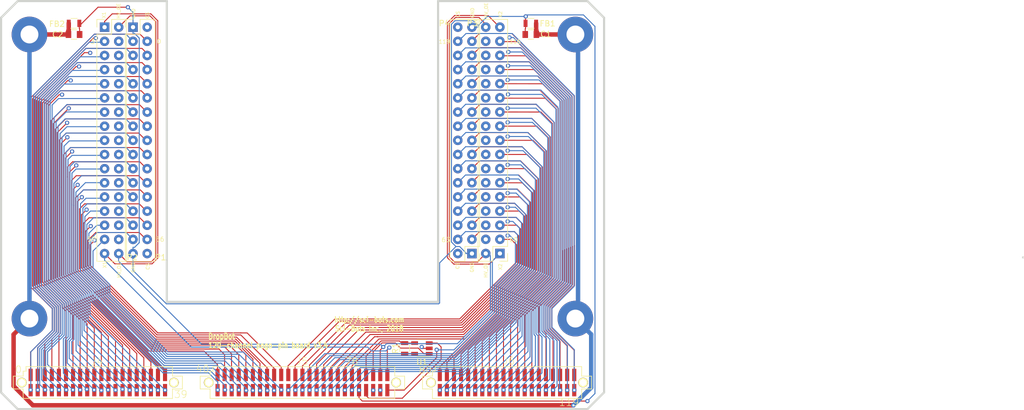
<source format=kicad_pcb>
(kicad_pcb (version 20171130) (host pcbnew "(5.1.12)-1")
  (title_block (title "120-channel pogo pin board") (date 2017-04-25) (rev v3.4) (company "Sci-Bots Inc."))
  (layers (0 Front signal) (1 GND power) (2 CUR_SENSE power) (31 Back signal) (34 B.Paste user hide) (35 F.Paste user hide) (36 B.SilkS user hide) (37 F.SilkS user hide) (38 B.Mask user hide) (39 F.Mask user hide) (44 Edge.Cuts user))
  (net 0 "")
  (net 1 CH2)
  (net 2 CH0)
  (net 3 CH1)
  (net 4 CH3)
  (net 5 CH9)
  (net 6 CH11)
  (net 7 CH7)
  (net 8 CH5)
  (net 9 CH4)
  (net 10 CH6)
  (net 11 CH10)
  (net 12 CH8)
  (net 13 CH12)
  (net 14 CH13)
  (net 15 CH14)
  (net 16 CH15)
  (net 17 CH16)
  (net 18 CH17)
  (net 19 CH18)
  (net 20 CH19)
  (net 21 CH20)
  (net 22 CH21)
  (net 23 CH22)
  (net 24 CH23)
  (net 25 CH24)
  (net 26 CH25)
  (net 27 CH26)
  (net 28 CH27)
  (net 29 CH28)
  (net 30 CH29)
  (net 31 CH30)
  (net 32 CH31)
  (net 33 CH32)
  (net 34 CH33)
  (net 35 CH34)
  (net 36 CH35)
  (net 37 CH36)
  (net 38 CH37)
  (net 39 CH38)
  (net 40 CH39)
  (net 41 CH112)
  (net 42 CH113)
  (net 43 CH114)
  (net 44 CH115)
  (net 45 CH116)
  (net 46 CH117)
  (net 47 CH118)
  (net 48 CH119)
  (net 49 CH99)
  (net 50 CH98)
  (net 51 CH97)
  (net 52 CH96)
  (net 53 CH95)
  (net 54 CH94)
  (net 55 CH93)
  (net 56 CH92)
  (net 57 CH91)
  (net 58 CH90)
  (net 59 CH111)
  (net 60 CH110)
  (net 61 CH80)
  (net 62 CH81)
  (net 63 CH82)
  (net 64 CH83)
  (net 65 CH84)
  (net 66 CH85)
  (net 67 CH86)
  (net 68 CH87)
  (net 69 CH88)
  (net 70 CH89)
  (net 71 CH100)
  (net 72 CH101)
  (net 73 CH102)
  (net 74 CH103)
  (net 75 CH104)
  (net 76 CH105)
  (net 77 CH106)
  (net 78 CH107)
  (net 79 CH108)
  (net 80 CH109)
  (net 81 CH59)
  (net 82 CH58)
  (net 83 CH57)
  (net 84 CH56)
  (net 85 CH55)
  (net 86 CH54)
  (net 87 CH53)
  (net 88 CH52)
  (net 89 CH51)
  (net 90 CH50)
  (net 91 CH79)
  (net 92 CH78)
  (net 93 CH77)
  (net 94 CH76)
  (net 95 CH75)
  (net 96 CH74)
  (net 97 CH73)
  (net 98 CH72)
  (net 99 CH71)
  (net 100 CH70)
  (net 101 CH40)
  (net 102 CH41)
  (net 103 CH42)
  (net 104 CH43)
  (net 105 CH44)
  (net 106 CH45)
  (net 107 CH46)
  (net 108 CH47)
  (net 109 CH48)
  (net 110 CH49)
  (net 111 CH60)
  (net 112 CH61)
  (net 113 CH62)
  (net 114 CH63)
  (net 115 CH64)
  (net 116 CH65)
  (net 117 CH66)
  (net 118 CH67)
  (net 119 CH68)
  (net 120 CH69)
  (net 121 CH-X1)
  (net 122 CH-X2)
  (net 123 +12V)
  (net 124 GND)
  (net 125 HV_OE)
  (net 126 CUR_SENSE)
  (net 127 SCL)
  (net 128 SDA)
  (net 129 CHASIS_GND)
  (net 130 "Net-(R1-Pad1)")
  (net 131 +3V3)
  (module Sci-Bots:Pogo_Pin_Header_Straight_2x17_Pitch2.54mm (layer Front) (at 65.7532 100.008)
    (fp_text reference P2 (at 3.6832 21.01108) (layer F.SilkS))
    (fp_text value Conn_02x17_Odd_Even)
    (pad 1 thru_hole rect (at -1.27 -20.32) (size 1.7 1.7) (drill 0.762) (layers *.Cu *.Mask) (net 121 CH-X1))
    (pad 2 thru_hole oval (at 1.27 -20.32) (size 1.7 1.7) (drill 0.762) (layers *.Cu *.Mask) (net 125 HV_OE))
    (pad 3 thru_hole oval (at -1.27 -17.78) (size 1.7 1.7) (drill 0.762) (layers *.Cu *.Mask) (net 4 CH3))
    (pad 4 thru_hole oval (at 1.27 -17.78) (size 1.7 1.7) (drill 0.762) (layers *.Cu *.Mask) (net 1 CH2))
    (pad 5 thru_hole oval (at -1.27 -15.24) (size 1.7 1.7) (drill 0.762) (layers *.Cu *.Mask) (net 7 CH7))
    (pad 6 thru_hole oval (at 1.27 -15.24) (size 1.7 1.7) (drill 0.762) (layers *.Cu *.Mask) (net 10 CH6))
    (pad 7 thru_hole oval (at -1.27 -12.7) (size 1.7 1.7) (drill 0.762) (layers *.Cu *.Mask) (net 6 CH11))
    (pad 8 thru_hole oval (at 1.27 -12.7) (size 1.7 1.7) (drill 0.762) (layers *.Cu *.Mask) (net 11 CH10))
    (pad 9 thru_hole oval (at -1.27 -10.16) (size 1.7 1.7) (drill 0.762) (layers *.Cu *.Mask) (net 16 CH15))
    (pad 10 thru_hole oval (at 1.27 -10.16) (size 1.7 1.7) (drill 0.762) (layers *.Cu *.Mask) (net 15 CH14))
    (pad 11 thru_hole oval (at -1.27 -7.62) (size 1.7 1.7) (drill 0.762) (layers *.Cu *.Mask) (net 20 CH19))
    (pad 12 thru_hole oval (at 1.27 -7.62) (size 1.7 1.7) (drill 0.762) (layers *.Cu *.Mask) (net 19 CH18))
    (pad 13 thru_hole oval (at -1.27 -5.08) (size 1.7 1.7) (drill 0.762) (layers *.Cu *.Mask) (net 24 CH23))
    (pad 14 thru_hole oval (at 1.27 -5.08) (size 1.7 1.7) (drill 0.762) (layers *.Cu *.Mask) (net 23 CH22))
    (pad 15 thru_hole oval (at -1.27 -2.54) (size 1.7 1.7) (drill 0.762) (layers *.Cu *.Mask) (net 28 CH27))
    (pad 16 thru_hole oval (at 1.27 -2.54) (size 1.7 1.7) (drill 0.762) (layers *.Cu *.Mask) (net 27 CH26))
    (pad 17 thru_hole oval (at -1.27 0) (size 1.7 1.7) (drill 0.762) (layers *.Cu *.Mask) (net 32 CH31))
    (pad 18 thru_hole oval (at 1.27 0) (size 1.7 1.7) (drill 0.762) (layers *.Cu *.Mask) (net 31 CH30))
    (pad 19 thru_hole oval (at -1.27 2.54) (size 1.7 1.7) (drill 0.762) (layers *.Cu *.Mask) (net 36 CH35))
    (pad 20 thru_hole oval (at 1.27 2.54) (size 1.7 1.7) (drill 0.762) (layers *.Cu *.Mask) (net 35 CH34))
    (pad 21 thru_hole oval (at -1.27 5.08) (size 1.7 1.7) (drill 0.762) (layers *.Cu *.Mask) (net 40 CH39))
    (pad 22 thru_hole oval (at 1.27 5.08) (size 1.7 1.7) (drill 0.762) (layers *.Cu *.Mask) (net 39 CH38))
    (pad 23 thru_hole oval (at -1.27 7.62) (size 1.7 1.7) (drill 0.762) (layers *.Cu *.Mask) (net 104 CH43))
    (pad 24 thru_hole oval (at 1.27 7.62) (size 1.7 1.7) (drill 0.762) (layers *.Cu *.Mask) (net 103 CH42))
    (pad 25 thru_hole oval (at -1.27 10.16) (size 1.7 1.7) (drill 0.762) (layers *.Cu *.Mask) (net 108 CH47))
    (pad 26 thru_hole oval (at 1.27 10.16) (size 1.7 1.7) (drill 0.762) (layers *.Cu *.Mask) (net 107 CH46))
    (pad 27 thru_hole oval (at -1.27 12.7) (size 1.7 1.7) (drill 0.762) (layers *.Cu *.Mask) (net 89 CH51))
    (pad 28 thru_hole oval (at 1.27 12.7) (size 1.7 1.7) (drill 0.762) (layers *.Cu *.Mask) (net 90 CH50))
    (pad 29 thru_hole oval (at -1.27 15.24) (size 1.7 1.7) (drill 0.762) (layers *.Cu *.Mask) (net 85 CH55))
    (pad 30 thru_hole oval (at 1.27 15.24) (size 1.7 1.7) (drill 0.762) (layers *.Cu *.Mask) (net 86 CH54))
    (pad 31 thru_hole oval (at -1.27 17.78) (size 1.7 1.7) (drill 0.762) (layers *.Cu *.Mask) (net 81 CH59))
    (pad 32 thru_hole oval (at 1.27 17.78) (size 1.7 1.7) (drill 0.762) (layers *.Cu *.Mask) (net 82 CH58))
    (pad 34 thru_hole oval (at 1.27 20.32) (size 1.7 1.7) (drill 0.762) (layers *.Cu *.Mask) (net 125 HV_OE))
    (pad 33 thru_hole oval (at -1.27 20.32) (size 1.7 1.7) (drill 0.762) (layers *.Cu *.Mask) (net 121 CH-X1))
  )
  (module Sci-Bots:SFM-120-02-XXX-D-A (layer Front) (at 63.2716 143.48)
    (fp_text reference J4 (at -0.1216 -3.755) (layer F.SilkS) (effects (font (size 1.27 1.27) (thickness 0.1016))))
    (fp_text value SFM-120-02-L-D-A hide)
    (fp_text user 39 (at 14.8784 2.12) (layer F.SilkS) (effects (font (size 1.27 1.27) (thickness 0.1016))))
    (fp_text user 0 (at -14.2466 -2.33) (layer F.SilkS) (effects (font (size 1.27 1.27) (thickness 0.1016))))
    (pad 20 smd rect (at 0.635 -1.36398) (size 0.7366 2.21996) (layers Front F.Paste F.Mask) (net 21 CH20))
    (pad 19 smd rect (at 0.635 1.36398) (size 0.7366 2.21996) (layers Front F.Paste F.Mask) (net 22 CH21))
    (pad 18 smd rect (at 1.905 -1.36398) (size 0.7366 2.21996) (layers Front F.Paste F.Mask) (net 23 CH22))
    (pad 17 smd rect (at 1.905 1.36398) (size 0.7366 2.21996) (layers Front F.Paste F.Mask) (net 24 CH23))
    (pad 16 smd rect (at 3.175 -1.36398) (size 0.7366 2.21996) (layers Front F.Paste F.Mask) (net 25 CH24))
    (pad 15 smd rect (at 3.175 1.36398) (size 0.7366 2.21996) (layers Front F.Paste F.Mask) (net 26 CH25))
    (pad 14 smd rect (at 4.445 -1.36398) (size 0.7366 2.21996) (layers Front F.Paste F.Mask) (net 27 CH26))
    (pad 13 smd rect (at 4.445 1.36398) (size 0.7366 2.21996) (layers Front F.Paste F.Mask) (net 28 CH27))
    (pad 12 smd rect (at 5.715 -1.36398) (size 0.7366 2.21996) (layers Front F.Paste F.Mask) (net 29 CH28))
    (pad 11 smd rect (at 5.715 1.36398) (size 0.7366 2.21996) (layers Front F.Paste F.Mask) (net 30 CH29))
    (pad 40 smd rect (at -12.065 -1.36398) (size 0.7366 2.21996) (layers Front F.Paste F.Mask) (net 2 CH0))
    (pad 39 smd rect (at -12.065 1.36398) (size 0.7366 2.21996) (layers Front F.Paste F.Mask) (net 3 CH1))
    (pad 38 smd rect (at -10.795 -1.36398) (size 0.7366 2.21996) (layers Front F.Paste F.Mask) (net 1 CH2))
    (pad 37 smd rect (at -10.795 1.36398) (size 0.7366 2.21996) (layers Front F.Paste F.Mask) (net 4 CH3))
    (pad 36 smd rect (at -9.525 -1.36398) (size 0.7366 2.21996) (layers Front F.Paste F.Mask) (net 9 CH4))
    (pad 35 smd rect (at -9.525 1.36398) (size 0.7366 2.21996) (layers Front F.Paste F.Mask) (net 8 CH5))
    (pad 34 smd rect (at -8.255 -1.36398) (size 0.7366 2.21996) (layers Front F.Paste F.Mask) (net 10 CH6))
    (pad 33 smd rect (at -8.255 1.36398) (size 0.7366 2.21996) (layers Front F.Paste F.Mask) (net 7 CH7))
    (pad 32 smd rect (at -6.985 -1.36398) (size 0.7366 2.21996) (layers Front F.Paste F.Mask) (net 12 CH8))
    (pad 31 smd rect (at -6.985 1.36398) (size 0.7366 2.21996) (layers Front F.Paste F.Mask) (net 5 CH9))
    (pad 1 smd rect (at 12.065 1.36398) (size 0.7366 2.21996) (layers Front F.Paste F.Mask) (net 40 CH39))
    (pad 2 smd rect (at 12.065 -1.36398) (size 0.7366 2.21996) (layers Front F.Paste F.Mask) (net 39 CH38))
    (pad 3 smd rect (at 10.795 1.36398) (size 0.7366 2.21996) (layers Front F.Paste F.Mask) (net 38 CH37))
    (pad 4 smd rect (at 10.795 -1.36398) (size 0.7366 2.21996) (layers Front F.Paste F.Mask) (net 37 CH36))
    (pad 5 smd rect (at 9.525 1.36398) (size 0.7366 2.21996) (layers Front F.Paste F.Mask) (net 36 CH35))
    (pad 6 smd rect (at 9.525 -1.36398) (size 0.7366 2.21996) (layers Front F.Paste F.Mask) (net 35 CH34))
    (pad 7 smd rect (at 8.255 1.36398) (size 0.7366 2.21996) (layers Front F.Paste F.Mask) (net 34 CH33))
    (pad 8 smd rect (at 8.255 -1.36398) (size 0.7366 2.21996) (layers Front F.Paste F.Mask) (net 33 CH32))
    (pad 9 smd rect (at 6.985 1.36398) (size 0.7366 2.21996) (layers Front F.Paste F.Mask) (net 32 CH31))
    (pad 10 smd rect (at 6.985 -1.36398) (size 0.7366 2.21996) (layers Front F.Paste F.Mask) (net 31 CH30))
    (pad 21 smd rect (at -0.635 1.36398) (size 0.7366 2.21996) (layers Front F.Paste F.Mask) (net 20 CH19))
    (pad 22 smd rect (at -0.635 -1.36398) (size 0.7366 2.21996) (layers Front F.Paste F.Mask) (net 19 CH18))
    (pad 23 smd rect (at -1.905 1.36398) (size 0.7366 2.21996) (layers Front F.Paste F.Mask) (net 18 CH17))
    (pad 24 smd rect (at -1.905 -1.36398) (size 0.7366 2.21996) (layers Front F.Paste F.Mask) (net 17 CH16))
    (pad 25 smd rect (at -3.175 1.36398) (size 0.7366 2.21996) (layers Front F.Paste F.Mask) (net 16 CH15))
    (pad 26 smd rect (at -3.175 -1.36398) (size 0.7366 2.21996) (layers Front F.Paste F.Mask) (net 15 CH14))
    (pad 27 smd rect (at -4.445 1.36398) (size 0.7366 2.21996) (layers Front F.Paste F.Mask) (net 14 CH13))
    (pad 28 smd rect (at -4.445 -1.36398) (size 0.7366 2.21996) (layers Front F.Paste F.Mask) (net 13 CH12))
    (pad 29 smd rect (at -5.715 1.36398) (size 0.7366 2.21996) (layers Front F.Paste F.Mask) (net 6 CH11))
    (pad 30 smd rect (at -5.715 -1.36398) (size 0.7366 2.21996) (layers Front F.Paste F.Mask) (net 11 CH10))
    (pad "" thru_hole circle (at -13.6525 0) (size 1.75 1.75) (drill 1.27) (layers *.Cu *.Mask F.SilkS))
    (pad "" thru_hole circle (at 13.6525 0) (size 1.75 1.75) (drill 1.27) (layers *.Cu *.Mask F.SilkS))
  )
  (module Mounting_Holes:MountingHole_3.2mm_M3_Pad (layer Front) (at 149 81)
    (fp_text reference P5 hide)
    (fp_text value CONN_01X01)
    (pad 1 thru_hole circle (at 0 0) (size 6.4 6.4) (drill 3.2) (layers *.Cu *.Mask) (net 129 CHASIS_GND))
  )
  (module Mounting_Holes:MountingHole_3.2mm_M3_Pad (layer Front) (at 51 81)
    (fp_text reference P6 hide)
    (fp_text value CONN_01X01)
    (pad 1 thru_hole circle (at 0 0) (size 6.4 6.4) (drill 3.2) (layers *.Cu *.Mask) (net 129 CHASIS_GND))
  )
  (module Mounting_Holes:MountingHole_3.2mm_M3_Pad (layer Front) (at 149 132)
    (fp_text reference P7 hide)
    (fp_text value CONN_01X01)
    (pad 1 thru_hole circle (at 0 0) (size 6.4 6.4) (drill 3.2) (layers *.Cu *.Mask) (net 129 CHASIS_GND))
  )
  (module Mounting_Holes:MountingHole_3.2mm_M3_Pad (layer Front) (at 51 132)
    (fp_text reference P8 hide)
    (fp_text value CONN_01X01)
    (pad 1 thru_hole circle (at 0 0) (size 6.4 6.4) (drill 3.2) (layers *.Cu *.Mask) (net 129 CHASIS_GND))
  )
  (module Capacitors_SMD:C_0805 (layer Front) (at 141 81)
    (fp_text reference C1 (at 2.688 -0.05) (layer F.SilkS))
    (fp_text value 0.1uF)
    (pad 1 smd rect (at -1 0) (size 1 1.25) (layers Front F.Paste F.Mask) (net 124 GND))
    (pad 2 smd rect (at 1 0) (size 1 1.25) (layers Front F.Paste F.Mask) (net 129 CHASIS_GND))
  )
  (module Capacitors_SMD:C_0805 (layer Front) (at 59 81 180)
    (fp_text reference C2 (at 2.942 -0.0135) (layer F.SilkS))
    (fp_text value 0.1uF)
    (pad 1 smd rect (at -1 0 180) (size 1 1.25) (layers Front F.Paste F.Mask) (net 124 GND))
    (pad 2 smd rect (at 1 0 180) (size 1 1.25) (layers Front F.Paste F.Mask) (net 129 CHASIS_GND))
  )
  (module Resistors_SMD:R_0805 (layer Front) (at 141 79)
    (fp_text reference FB1 (at 3.0055 0.045) (layer F.SilkS))
    (fp_text value FERRITE)
    (pad 1 smd rect (at -0.95 0) (size 0.7 1.3) (layers Front F.Paste F.Mask) (net 124 GND))
    (pad 2 smd rect (at 0.95 0) (size 0.7 1.3) (layers Front F.Paste F.Mask) (net 129 CHASIS_GND))
  )
  (module Resistors_SMD:R_0805 (layer Front) (at 59 79 180)
    (fp_text reference FB2 (at 3.069 -0.1085 180) (layer F.SilkS))
    (fp_text value FERRITE)
    (pad 1 smd rect (at -0.95 0 180) (size 0.7 1.3) (layers Front F.Paste F.Mask) (net 124 GND))
    (pad 2 smd rect (at 0.95 0 180) (size 0.7 1.3) (layers Front F.Paste F.Mask) (net 129 CHASIS_GND))
  )
  (module Resistors_SMD:R_0805 (layer Front) (at 118.35 137.35 90)
    (fp_text reference R1 (at 0 -1.65 90) (layer F.SilkS))
    (fp_text value 10k)
    (pad 1 smd rect (at -0.95 0 90) (size 0.7 1.3) (layers Front F.Paste F.Mask) (net 130 "Net-(R1-Pad1)"))
    (pad 2 smd rect (at 0.95 0 90) (size 0.7 1.3) (layers Front F.Paste F.Mask) (net 131 +3V3))
  )
  (module TO_SOT_Packages_SMD:TSOT-23-5 (layer Front) (at 121.45 137.35 180)
    (fp_text reference U1 (at 0 -2.45 180) (layer F.SilkS))
    (fp_text value CAT24C02TDI)
    (pad 1 smd rect (at -1.31 -0.95 180) (size 1.22 0.65) (layers Front F.Paste F.Mask) (net 127 SCL))
    (pad 2 smd rect (at -1.31 0 180) (size 1.22 0.65) (layers Front F.Paste F.Mask) (net 124 GND))
    (pad 3 smd rect (at -1.31 0.95 180) (size 1.22 0.65) (layers Front F.Paste F.Mask) (net 128 SDA))
    (pad 4 smd rect (at 1.31 0.95 180) (size 1.22 0.65) (layers Front F.Paste F.Mask) (net 131 +3V3))
    (pad 5 smd rect (at 1.31 -0.95 180) (size 1.22 0.65) (layers Front F.Paste F.Mask) (net 130 "Net-(R1-Pad1)"))
  )
  (module Sci-Bots:SFM-125-02-XXX-D-A (layer Front) (at 100 143.48)
    (fp_text reference J5 (at -0.05 -3.805) (layer F.SilkS) (effects (font (size 1.27 1.27) (thickness 0.1016))))
    (fp_text value SFM-125-02-L-D-A hide)
    (fp_text user 40 (at -17.925 -2.455) (layer F.SilkS) (effects (font (size 1.27 1.27) (thickness 0.1016))))
    (fp_text user 78 (at 8.825 -3.78) (layer F.SilkS) (effects (font (size 1.27 1.27) (thickness 0.1016))))
    (pad 47 smd rect (at -13.97 1.36398) (size 0.7366 2.21996) (layers Front F.Paste F.Mask) (net 104 CH43))
    (pad 48 smd rect (at -13.97 -1.36398) (size 0.7366 2.21996) (layers Front F.Paste F.Mask) (net 103 CH42))
    (pad 33 smd rect (at -5.08 1.36398) (size 0.7366 2.21996) (layers Front F.Paste F.Mask) (net 83 CH57))
    (pad 34 smd rect (at -5.08 -1.36398) (size 0.7366 2.21996) (layers Front F.Paste F.Mask) (net 84 CH56))
    (pad 35 smd rect (at -6.35 1.36398) (size 0.7366 2.21996) (layers Front F.Paste F.Mask) (net 85 CH55))
    (pad 36 smd rect (at -6.35 -1.36398) (size 0.7366 2.21996) (layers Front F.Paste F.Mask) (net 86 CH54))
    (pad 37 smd rect (at -7.62 1.36398) (size 0.7366 2.21996) (layers Front F.Paste F.Mask) (net 87 CH53))
    (pad 38 smd rect (at -7.62 -1.36398) (size 0.7366 2.21996) (layers Front F.Paste F.Mask) (net 88 CH52))
    (pad 39 smd rect (at -8.89 1.36398) (size 0.7366 2.21996) (layers Front F.Paste F.Mask) (net 89 CH51))
    (pad 40 smd rect (at -8.89 -1.36398) (size 0.7366 2.21996) (layers Front F.Paste F.Mask) (net 90 CH50))
    (pad 20 smd rect (at 3.81 -1.36398) (size 0.7366 2.21996) (layers Front F.Paste F.Mask) (net 100 CH70))
    (pad 19 smd rect (at 3.81 1.36398) (size 0.7366 2.21996) (layers Front F.Paste F.Mask) (net 99 CH71))
    (pad 18 smd rect (at 5.08 -1.36398) (size 0.7366 2.21996) (layers Front F.Paste F.Mask) (net 98 CH72))
    (pad 17 smd rect (at 5.08 1.36398) (size 0.7366 2.21996) (layers Front F.Paste F.Mask) (net 97 CH73))
    (pad 16 smd rect (at 6.35 -1.36398) (size 0.7366 2.21996) (layers Front F.Paste F.Mask) (net 96 CH74))
    (pad 15 smd rect (at 6.35 1.36398) (size 0.7366 2.21996) (layers Front F.Paste F.Mask) (net 95 CH75))
    (pad 14 smd rect (at 7.62 -1.36398) (size 0.7366 2.21996) (layers Front F.Paste F.Mask) (net 94 CH76))
    (pad 13 smd rect (at 7.62 1.36398) (size 0.7366 2.21996) (layers Front F.Paste F.Mask) (net 93 CH77))
    (pad 12 smd rect (at 8.89 -1.36398) (size 0.7366 2.21996) (layers Front F.Paste F.Mask) (net 92 CH78))
    (pad 11 smd rect (at 8.89 1.36398) (size 0.7366 2.21996) (layers Front F.Paste F.Mask) (net 91 CH79))
    (pad 50 smd rect (at -15.24 -1.36398) (size 0.7366 2.21996) (layers Front F.Paste F.Mask) (net 101 CH40))
    (pad 49 smd rect (at -15.24 1.36398) (size 0.7366 2.21996) (layers Front F.Paste F.Mask) (net 102 CH41))
    (pad 46 smd rect (at -12.7 -1.36398) (size 0.7366 2.21996) (layers Front F.Paste F.Mask) (net 105 CH44))
    (pad 45 smd rect (at -12.7 1.36398) (size 0.7366 2.21996) (layers Front F.Paste F.Mask) (net 106 CH45))
    (pad 44 smd rect (at -11.43 -1.36398) (size 0.7366 2.21996) (layers Front F.Paste F.Mask) (net 107 CH46))
    (pad 43 smd rect (at -11.43 1.36398) (size 0.7366 2.21996) (layers Front F.Paste F.Mask) (net 108 CH47))
    (pad 42 smd rect (at -10.16 -1.36398) (size 0.7366 2.21996) (layers Front F.Paste F.Mask) (net 109 CH48))
    (pad 41 smd rect (at -10.16 1.36398) (size 0.7366 2.21996) (layers Front F.Paste F.Mask) (net 110 CH49))
    (pad 32 smd rect (at -3.81 -1.36398) (size 0.7366 2.21996) (layers Front F.Paste F.Mask) (net 82 CH58))
    (pad 31 smd rect (at -3.81 1.36398) (size 0.7366 2.21996) (layers Front F.Paste F.Mask) (net 81 CH59))
    (pad 1 smd rect (at 15.24 1.36398) (size 0.7366 2.21996) (layers Front F.Paste F.Mask) (net 122 CH-X2))
    (pad 2 smd rect (at 15.24 -1.36398) (size 0.7366 2.21996) (layers Front F.Paste F.Mask) (net 121 CH-X1))
    (pad 3 smd rect (at 13.97 1.36398) (size 0.7366 2.21996) (layers Front F.Paste F.Mask) (net 126 CUR_SENSE))
    (pad 4 smd rect (at 13.97 -1.36398) (size 0.7366 2.21996) (layers Front F.Paste F.Mask) (net 125 HV_OE))
    (pad 5 smd rect (at 12.7 1.36398) (size 0.7366 2.21996) (layers Front F.Paste F.Mask) (net 124 GND))
    (pad 6 smd rect (at 12.7 -1.36398) (size 0.7366 2.21996) (layers Front F.Paste F.Mask) (net 127 SCL))
    (pad 7 smd rect (at 11.43 1.36398) (size 0.7366 2.21996) (layers Front F.Paste F.Mask) (net 128 SDA))
    (pad 8 smd rect (at 11.43 -1.36398) (size 0.7366 2.21996) (layers Front F.Paste F.Mask) (net 131 +3V3))
    (pad 9 smd rect (at 10.16 1.36398) (size 0.7366 2.21996) (layers Front F.Paste F.Mask) (net 124 GND))
    (pad 10 smd rect (at 10.16 -1.36398) (size 0.7366 2.21996) (layers Front F.Paste F.Mask) (net 123 +12V))
    (pad 21 smd rect (at 2.54 1.36398) (size 0.7366 2.21996) (layers Front F.Paste F.Mask) (net 120 CH69))
    (pad 22 smd rect (at 2.54 -1.36398) (size 0.7366 2.21996) (layers Front F.Paste F.Mask) (net 119 CH68))
    (pad 23 smd rect (at 1.27 1.36398) (size 0.7366 2.21996) (layers Front F.Paste F.Mask) (net 118 CH67))
    (pad 24 smd rect (at 1.27 -1.36398) (size 0.7366 2.21996) (layers Front F.Paste F.Mask) (net 117 CH66))
    (pad 25 smd rect (at 0 1.36398) (size 0.7366 2.21996) (layers Front F.Paste F.Mask) (net 116 CH65))
    (pad 26 smd rect (at 0 -1.36398) (size 0.7366 2.21996) (layers Front F.Paste F.Mask) (net 115 CH64))
    (pad 27 smd rect (at -1.27 1.36398) (size 0.7366 2.21996) (layers Front F.Paste F.Mask) (net 114 CH63))
    (pad 28 smd rect (at -1.27 -1.36398) (size 0.7366 2.21996) (layers Front F.Paste F.Mask) (net 113 CH62))
    (pad 29 smd rect (at -2.54 1.36398) (size 0.7366 2.21996) (layers Front F.Paste F.Mask) (net 112 CH61))
    (pad 30 smd rect (at -2.54 -1.36398) (size 0.7366 2.21996) (layers Front F.Paste F.Mask) (net 111 CH60))
    (pad "" thru_hole circle (at -16.8275 0) (size 1.75 1.75) (drill 1.27) (layers *.Cu *.Mask F.SilkS))
    (pad "" thru_hole circle (at 16.8275 0) (size 1.75 1.75) (drill 1.27) (layers *.Cu *.Mask F.SilkS))
  )
  (module Sci-Bots:SFM-120-02-XXX-D-A (layer Front) (at 136.728 143.48)
    (fp_text reference J6 (at 0.3216 -3.88) (layer F.SilkS) (effects (font (size 1.27 1.27) (thickness 0.1016))))
    (fp_text value SFM-120-02-L-D-A hide)
    (fp_text user 80 (at -14.6534 -2.23) (layer F.SilkS) (effects (font (size 1.27 1.27) (thickness 0.1016))))
    (fp_text user 119 (at 11.1216 3.57) (layer F.SilkS) (effects (font (size 1.27 1.27) (thickness 0.1016))))
    (pad 20 smd rect (at 0.635 -1.36398) (size 0.7366 2.21996) (layers Front F.Paste F.Mask) (net 71 CH100))
    (pad 19 smd rect (at 0.635 1.36398) (size 0.7366 2.21996) (layers Front F.Paste F.Mask) (net 72 CH101))
    (pad 18 smd rect (at 1.905 -1.36398) (size 0.7366 2.21996) (layers Front F.Paste F.Mask) (net 73 CH102))
    (pad 17 smd rect (at 1.905 1.36398) (size 0.7366 2.21996) (layers Front F.Paste F.Mask) (net 74 CH103))
    (pad 16 smd rect (at 3.175 -1.36398) (size 0.7366 2.21996) (layers Front F.Paste F.Mask) (net 75 CH104))
    (pad 15 smd rect (at 3.175 1.36398) (size 0.7366 2.21996) (layers Front F.Paste F.Mask) (net 76 CH105))
    (pad 14 smd rect (at 4.445 -1.36398) (size 0.7366 2.21996) (layers Front F.Paste F.Mask) (net 77 CH106))
    (pad 13 smd rect (at 4.445 1.36398) (size 0.7366 2.21996) (layers Front F.Paste F.Mask) (net 78 CH107))
    (pad 12 smd rect (at 5.715 -1.36398) (size 0.7366 2.21996) (layers Front F.Paste F.Mask) (net 79 CH108))
    (pad 11 smd rect (at 5.715 1.36398) (size 0.7366 2.21996) (layers Front F.Paste F.Mask) (net 80 CH109))
    (pad 40 smd rect (at -12.065 -1.36398) (size 0.7366 2.21996) (layers Front F.Paste F.Mask) (net 61 CH80))
    (pad 39 smd rect (at -12.065 1.36398) (size 0.7366 2.21996) (layers Front F.Paste F.Mask) (net 62 CH81))
    (pad 38 smd rect (at -10.795 -1.36398) (size 0.7366 2.21996) (layers Front F.Paste F.Mask) (net 63 CH82))
    (pad 37 smd rect (at -10.795 1.36398) (size 0.7366 2.21996) (layers Front F.Paste F.Mask) (net 64 CH83))
    (pad 36 smd rect (at -9.525 -1.36398) (size 0.7366 2.21996) (layers Front F.Paste F.Mask) (net 65 CH84))
    (pad 35 smd rect (at -9.525 1.36398) (size 0.7366 2.21996) (layers Front F.Paste F.Mask) (net 66 CH85))
    (pad 34 smd rect (at -8.255 -1.36398) (size 0.7366 2.21996) (layers Front F.Paste F.Mask) (net 67 CH86))
    (pad 33 smd rect (at -8.255 1.36398) (size 0.7366 2.21996) (layers Front F.Paste F.Mask) (net 68 CH87))
    (pad 32 smd rect (at -6.985 -1.36398) (size 0.7366 2.21996) (layers Front F.Paste F.Mask) (net 69 CH88))
    (pad 31 smd rect (at -6.985 1.36398) (size 0.7366 2.21996) (layers Front F.Paste F.Mask) (net 70 CH89))
    (pad 1 smd rect (at 12.065 1.36398) (size 0.7366 2.21996) (layers Front F.Paste F.Mask) (net 48 CH119))
    (pad 2 smd rect (at 12.065 -1.36398) (size 0.7366 2.21996) (layers Front F.Paste F.Mask) (net 47 CH118))
    (pad 3 smd rect (at 10.795 1.36398) (size 0.7366 2.21996) (layers Front F.Paste F.Mask) (net 46 CH117))
    (pad 4 smd rect (at 10.795 -1.36398) (size 0.7366 2.21996) (layers Front F.Paste F.Mask) (net 45 CH116))
    (pad 5 smd rect (at 9.525 1.36398) (size 0.7366 2.21996) (layers Front F.Paste F.Mask) (net 44 CH115))
    (pad 6 smd rect (at 9.525 -1.36398) (size 0.7366 2.21996) (layers Front F.Paste F.Mask) (net 43 CH114))
    (pad 7 smd rect (at 8.255 1.36398) (size 0.7366 2.21996) (layers Front F.Paste F.Mask) (net 42 CH113))
    (pad 8 smd rect (at 8.255 -1.36398) (size 0.7366 2.21996) (layers Front F.Paste F.Mask) (net 41 CH112))
    (pad 9 smd rect (at 6.985 1.36398) (size 0.7366 2.21996) (layers Front F.Paste F.Mask) (net 59 CH111))
    (pad 10 smd rect (at 6.985 -1.36398) (size 0.7366 2.21996) (layers Front F.Paste F.Mask) (net 60 CH110))
    (pad 21 smd rect (at -0.635 1.36398) (size 0.7366 2.21996) (layers Front F.Paste F.Mask) (net 49 CH99))
    (pad 22 smd rect (at -0.635 -1.36398) (size 0.7366 2.21996) (layers Front F.Paste F.Mask) (net 50 CH98))
    (pad 23 smd rect (at -1.905 1.36398) (size 0.7366 2.21996) (layers Front F.Paste F.Mask) (net 51 CH97))
    (pad 24 smd rect (at -1.905 -1.36398) (size 0.7366 2.21996) (layers Front F.Paste F.Mask) (net 52 CH96))
    (pad 25 smd rect (at -3.175 1.36398) (size 0.7366 2.21996) (layers Front F.Paste F.Mask) (net 53 CH95))
    (pad 26 smd rect (at -3.175 -1.36398) (size 0.7366 2.21996) (layers Front F.Paste F.Mask) (net 54 CH94))
    (pad 27 smd rect (at -4.445 1.36398) (size 0.7366 2.21996) (layers Front F.Paste F.Mask) (net 55 CH93))
    (pad 28 smd rect (at -4.445 -1.36398) (size 0.7366 2.21996) (layers Front F.Paste F.Mask) (net 56 CH92))
    (pad 29 smd rect (at -5.715 1.36398) (size 0.7366 2.21996) (layers Front F.Paste F.Mask) (net 57 CH91))
    (pad 30 smd rect (at -5.715 -1.36398) (size 0.7366 2.21996) (layers Front F.Paste F.Mask) (net 58 CH90))
    (pad "" thru_hole circle (at -13.6525 0) (size 1.75 1.75) (drill 1.27) (layers *.Cu *.Mask F.SilkS))
    (pad "" thru_hole circle (at 13.6525 0) (size 1.75 1.75) (drill 1.27) (layers *.Cu *.Mask F.SilkS))
  )
  (module Sci-Bots:Pogo_Pin_Header_Straight_2x17_Pitch2.54mm (layer Front) (at 70.8586 100.008)
    (fp_text reference P1 (at 3.6832 21.01108) (layer F.SilkS))
    (fp_text value Conn_02x17_Odd_Even)
    (pad 1 thru_hole rect (at -1.27 -20.32) (size 1.7 1.7) (drill 0.762) (layers *.Cu *.Mask) (net 124 GND))
    (pad 2 thru_hole oval (at 1.27 -20.32) (size 1.7 1.7) (drill 0.762) (layers *.Cu *.Mask) (net 126 CUR_SENSE))
    (pad 3 thru_hole oval (at -1.27 -17.78) (size 1.7 1.7) (drill 0.762) (layers *.Cu *.Mask) (net 3 CH1))
    (pad 4 thru_hole oval (at 1.27 -17.78) (size 1.7 1.7) (drill 0.762) (layers *.Cu *.Mask) (net 2 CH0))
    (pad 5 thru_hole oval (at -1.27 -15.24) (size 1.7 1.7) (drill 0.762) (layers *.Cu *.Mask) (net 8 CH5))
    (pad 6 thru_hole oval (at 1.27 -15.24) (size 1.7 1.7) (drill 0.762) (layers *.Cu *.Mask) (net 9 CH4))
    (pad 7 thru_hole oval (at -1.27 -12.7) (size 1.7 1.7) (drill 0.762) (layers *.Cu *.Mask) (net 5 CH9))
    (pad 8 thru_hole oval (at 1.27 -12.7) (size 1.7 1.7) (drill 0.762) (layers *.Cu *.Mask) (net 12 CH8))
    (pad 9 thru_hole oval (at -1.27 -10.16) (size 1.7 1.7) (drill 0.762) (layers *.Cu *.Mask) (net 14 CH13))
    (pad 10 thru_hole oval (at 1.27 -10.16) (size 1.7 1.7) (drill 0.762) (layers *.Cu *.Mask) (net 13 CH12))
    (pad 11 thru_hole oval (at -1.27 -7.62) (size 1.7 1.7) (drill 0.762) (layers *.Cu *.Mask) (net 18 CH17))
    (pad 12 thru_hole oval (at 1.27 -7.62) (size 1.7 1.7) (drill 0.762) (layers *.Cu *.Mask) (net 17 CH16))
    (pad 13 thru_hole oval (at -1.27 -5.08) (size 1.7 1.7) (drill 0.762) (layers *.Cu *.Mask) (net 22 CH21))
    (pad 14 thru_hole oval (at 1.27 -5.08) (size 1.7 1.7) (drill 0.762) (layers *.Cu *.Mask) (net 21 CH20))
    (pad 15 thru_hole oval (at -1.27 -2.54) (size 1.7 1.7) (drill 0.762) (layers *.Cu *.Mask) (net 26 CH25))
    (pad 16 thru_hole oval (at 1.27 -2.54) (size 1.7 1.7) (drill 0.762) (layers *.Cu *.Mask) (net 25 CH24))
    (pad 17 thru_hole oval (at -1.27 0) (size 1.7 1.7) (drill 0.762) (layers *.Cu *.Mask) (net 30 CH29))
    (pad 18 thru_hole oval (at 1.27 0) (size 1.7 1.7) (drill 0.762) (layers *.Cu *.Mask) (net 29 CH28))
    (pad 19 thru_hole oval (at -1.27 2.54) (size 1.7 1.7) (drill 0.762) (layers *.Cu *.Mask) (net 34 CH33))
    (pad 20 thru_hole oval (at 1.27 2.54) (size 1.7 1.7) (drill 0.762) (layers *.Cu *.Mask) (net 33 CH32))
    (pad 21 thru_hole oval (at -1.27 5.08) (size 1.7 1.7) (drill 0.762) (layers *.Cu *.Mask) (net 38 CH37))
    (pad 22 thru_hole oval (at 1.27 5.08) (size 1.7 1.7) (drill 0.762) (layers *.Cu *.Mask) (net 37 CH36))
    (pad 23 thru_hole oval (at -1.27 7.62) (size 1.7 1.7) (drill 0.762) (layers *.Cu *.Mask) (net 102 CH41))
    (pad 24 thru_hole oval (at 1.27 7.62) (size 1.7 1.7) (drill 0.762) (layers *.Cu *.Mask) (net 101 CH40))
    (pad 25 thru_hole oval (at -1.27 10.16) (size 1.7 1.7) (drill 0.762) (layers *.Cu *.Mask) (net 106 CH45))
    (pad 26 thru_hole oval (at 1.27 10.16) (size 1.7 1.7) (drill 0.762) (layers *.Cu *.Mask) (net 105 CH44))
    (pad 27 thru_hole oval (at -1.27 12.7) (size 1.7 1.7) (drill 0.762) (layers *.Cu *.Mask) (net 110 CH49))
    (pad 28 thru_hole oval (at 1.27 12.7) (size 1.7 1.7) (drill 0.762) (layers *.Cu *.Mask) (net 109 CH48))
    (pad 29 thru_hole oval (at -1.27 15.24) (size 1.7 1.7) (drill 0.762) (layers *.Cu *.Mask) (net 87 CH53))
    (pad 30 thru_hole oval (at 1.27 15.24) (size 1.7 1.7) (drill 0.762) (layers *.Cu *.Mask) (net 88 CH52))
    (pad 31 thru_hole oval (at -1.27 17.78) (size 1.7 1.7) (drill 0.762) (layers *.Cu *.Mask) (net 83 CH57))
    (pad 32 thru_hole oval (at 1.27 17.78) (size 1.7 1.7) (drill 0.762) (layers *.Cu *.Mask) (net 84 CH56))
    (pad 34 thru_hole oval (at 1.27 20.32) (size 1.7 1.7) (drill 0.762) (layers *.Cu *.Mask) (net 126 CUR_SENSE))
    (pad 33 thru_hole oval (at -1.27 20.32) (size 1.7 1.7) (drill 0.762) (layers *.Cu *.Mask) (net 124 GND))
  )
  (module Sci-Bots:Pogo_Pin_Header_Straight_2x17_Pitch2.54mm (layer Front) (at 134.178 99.9949 180)
    (fp_text reference P3 (at 3.6832 21.01108 180) (layer F.SilkS))
    (fp_text value Conn_02x17_Odd_Even)
    (pad 1 thru_hole rect (at -1.27 -20.32 180) (size 1.7 1.7) (drill 0.762) (layers *.Cu *.Mask) (net 122 CH-X2))
    (pad 2 thru_hole oval (at 1.27 -20.32 180) (size 1.7 1.7) (drill 0.762) (layers *.Cu *.Mask) (net 125 HV_OE))
    (pad 3 thru_hole oval (at -1.27 -17.78 180) (size 1.7 1.7) (drill 0.762) (layers *.Cu *.Mask) (net 111 CH60))
    (pad 4 thru_hole oval (at 1.27 -17.78 180) (size 1.7 1.7) (drill 0.762) (layers *.Cu *.Mask) (net 112 CH61))
    (pad 5 thru_hole oval (at -1.27 -15.24 180) (size 1.7 1.7) (drill 0.762) (layers *.Cu *.Mask) (net 115 CH64))
    (pad 6 thru_hole oval (at 1.27 -15.24 180) (size 1.7 1.7) (drill 0.762) (layers *.Cu *.Mask) (net 116 CH65))
    (pad 7 thru_hole oval (at -1.27 -12.7 180) (size 1.7 1.7) (drill 0.762) (layers *.Cu *.Mask) (net 119 CH68))
    (pad 8 thru_hole oval (at 1.27 -12.7 180) (size 1.7 1.7) (drill 0.762) (layers *.Cu *.Mask) (net 120 CH69))
    (pad 9 thru_hole oval (at -1.27 -10.16 180) (size 1.7 1.7) (drill 0.762) (layers *.Cu *.Mask) (net 98 CH72))
    (pad 10 thru_hole oval (at 1.27 -10.16 180) (size 1.7 1.7) (drill 0.762) (layers *.Cu *.Mask) (net 97 CH73))
    (pad 11 thru_hole oval (at -1.27 -7.62 180) (size 1.7 1.7) (drill 0.762) (layers *.Cu *.Mask) (net 94 CH76))
    (pad 12 thru_hole oval (at 1.27 -7.62 180) (size 1.7 1.7) (drill 0.762) (layers *.Cu *.Mask) (net 93 CH77))
    (pad 13 thru_hole oval (at -1.27 -5.08 180) (size 1.7 1.7) (drill 0.762) (layers *.Cu *.Mask) (net 61 CH80))
    (pad 14 thru_hole oval (at 1.27 -5.08 180) (size 1.7 1.7) (drill 0.762) (layers *.Cu *.Mask) (net 62 CH81))
    (pad 15 thru_hole oval (at -1.27 -2.54 180) (size 1.7 1.7) (drill 0.762) (layers *.Cu *.Mask) (net 65 CH84))
    (pad 16 thru_hole oval (at 1.27 -2.54 180) (size 1.7 1.7) (drill 0.762) (layers *.Cu *.Mask) (net 66 CH85))
    (pad 17 thru_hole oval (at -1.27 0 180) (size 1.7 1.7) (drill 0.762) (layers *.Cu *.Mask) (net 69 CH88))
    (pad 18 thru_hole oval (at 1.27 0 180) (size 1.7 1.7) (drill 0.762) (layers *.Cu *.Mask) (net 70 CH89))
    (pad 19 thru_hole oval (at -1.27 2.54 180) (size 1.7 1.7) (drill 0.762) (layers *.Cu *.Mask) (net 56 CH92))
    (pad 20 thru_hole oval (at 1.27 2.54 180) (size 1.7 1.7) (drill 0.762) (layers *.Cu *.Mask) (net 55 CH93))
    (pad 21 thru_hole oval (at -1.27 5.08 180) (size 1.7 1.7) (drill 0.762) (layers *.Cu *.Mask) (net 52 CH96))
    (pad 22 thru_hole oval (at 1.27 5.08 180) (size 1.7 1.7) (drill 0.762) (layers *.Cu *.Mask) (net 51 CH97))
    (pad 23 thru_hole oval (at -1.27 7.62 180) (size 1.7 1.7) (drill 0.762) (layers *.Cu *.Mask) (net 71 CH100))
    (pad 24 thru_hole oval (at 1.27 7.62 180) (size 1.7 1.7) (drill 0.762) (layers *.Cu *.Mask) (net 72 CH101))
    (pad 25 thru_hole oval (at -1.27 10.16 180) (size 1.7 1.7) (drill 0.762) (layers *.Cu *.Mask) (net 75 CH104))
    (pad 26 thru_hole oval (at 1.27 10.16 180) (size 1.7 1.7) (drill 0.762) (layers *.Cu *.Mask) (net 76 CH105))
    (pad 27 thru_hole oval (at -1.27 12.7 180) (size 1.7 1.7) (drill 0.762) (layers *.Cu *.Mask) (net 79 CH108))
    (pad 28 thru_hole oval (at 1.27 12.7 180) (size 1.7 1.7) (drill 0.762) (layers *.Cu *.Mask) (net 80 CH109))
    (pad 29 thru_hole oval (at -1.27 15.24 180) (size 1.7 1.7) (drill 0.762) (layers *.Cu *.Mask) (net 41 CH112))
    (pad 30 thru_hole oval (at 1.27 15.24 180) (size 1.7 1.7) (drill 0.762) (layers *.Cu *.Mask) (net 42 CH113))
    (pad 31 thru_hole oval (at -1.27 17.78 180) (size 1.7 1.7) (drill 0.762) (layers *.Cu *.Mask) (net 45 CH116))
    (pad 32 thru_hole oval (at 1.27 17.78 180) (size 1.7 1.7) (drill 0.762) (layers *.Cu *.Mask) (net 46 CH117))
    (pad 34 thru_hole oval (at 1.27 20.32 180) (size 1.7 1.7) (drill 0.762) (layers *.Cu *.Mask) (net 125 HV_OE))
    (pad 33 thru_hole oval (at -1.27 20.32 180) (size 1.7 1.7) (drill 0.762) (layers *.Cu *.Mask) (net 122 CH-X2))
  )
  (module Sci-Bots:Pogo_Pin_Header_Straight_2x17_Pitch2.54mm (layer Front) (at 129.159 100.005 180)
    (fp_text reference P4 (at 3.6832 21.01108 180) (layer F.SilkS))
    (fp_text value Conn_02x17_Odd_Even)
    (pad 1 thru_hole rect (at -1.27 -20.32 180) (size 1.7 1.7) (drill 0.762) (layers *.Cu *.Mask) (net 124 GND))
    (pad 2 thru_hole oval (at 1.27 -20.32 180) (size 1.7 1.7) (drill 0.762) (layers *.Cu *.Mask) (net 126 CUR_SENSE))
    (pad 3 thru_hole oval (at -1.27 -17.78 180) (size 1.7 1.7) (drill 0.762) (layers *.Cu *.Mask) (net 113 CH62))
    (pad 4 thru_hole oval (at 1.27 -17.78 180) (size 1.7 1.7) (drill 0.762) (layers *.Cu *.Mask) (net 114 CH63))
    (pad 5 thru_hole oval (at -1.27 -15.24 180) (size 1.7 1.7) (drill 0.762) (layers *.Cu *.Mask) (net 117 CH66))
    (pad 6 thru_hole oval (at 1.27 -15.24 180) (size 1.7 1.7) (drill 0.762) (layers *.Cu *.Mask) (net 118 CH67))
    (pad 7 thru_hole oval (at -1.27 -12.7 180) (size 1.7 1.7) (drill 0.762) (layers *.Cu *.Mask) (net 100 CH70))
    (pad 8 thru_hole oval (at 1.27 -12.7 180) (size 1.7 1.7) (drill 0.762) (layers *.Cu *.Mask) (net 99 CH71))
    (pad 9 thru_hole oval (at -1.27 -10.16 180) (size 1.7 1.7) (drill 0.762) (layers *.Cu *.Mask) (net 96 CH74))
    (pad 10 thru_hole oval (at 1.27 -10.16 180) (size 1.7 1.7) (drill 0.762) (layers *.Cu *.Mask) (net 95 CH75))
    (pad 11 thru_hole oval (at -1.27 -7.62 180) (size 1.7 1.7) (drill 0.762) (layers *.Cu *.Mask) (net 92 CH78))
    (pad 12 thru_hole oval (at 1.27 -7.62 180) (size 1.7 1.7) (drill 0.762) (layers *.Cu *.Mask) (net 91 CH79))
    (pad 13 thru_hole oval (at -1.27 -5.08 180) (size 1.7 1.7) (drill 0.762) (layers *.Cu *.Mask) (net 63 CH82))
    (pad 14 thru_hole oval (at 1.27 -5.08 180) (size 1.7 1.7) (drill 0.762) (layers *.Cu *.Mask) (net 64 CH83))
    (pad 15 thru_hole oval (at -1.27 -2.54 180) (size 1.7 1.7) (drill 0.762) (layers *.Cu *.Mask) (net 67 CH86))
    (pad 16 thru_hole oval (at 1.27 -2.54 180) (size 1.7 1.7) (drill 0.762) (layers *.Cu *.Mask) (net 68 CH87))
    (pad 17 thru_hole oval (at -1.27 0 180) (size 1.7 1.7) (drill 0.762) (layers *.Cu *.Mask) (net 58 CH90))
    (pad 18 thru_hole oval (at 1.27 0 180) (size 1.7 1.7) (drill 0.762) (layers *.Cu *.Mask) (net 57 CH91))
    (pad 19 thru_hole oval (at -1.27 2.54 180) (size 1.7 1.7) (drill 0.762) (layers *.Cu *.Mask) (net 54 CH94))
    (pad 20 thru_hole oval (at 1.27 2.54 180) (size 1.7 1.7) (drill 0.762) (layers *.Cu *.Mask) (net 53 CH95))
    (pad 21 thru_hole oval (at -1.27 5.08 180) (size 1.7 1.7) (drill 0.762) (layers *.Cu *.Mask) (net 50 CH98))
    (pad 22 thru_hole oval (at 1.27 5.08 180) (size 1.7 1.7) (drill 0.762) (layers *.Cu *.Mask) (net 49 CH99))
    (pad 23 thru_hole oval (at -1.27 7.62 180) (size 1.7 1.7) (drill 0.762) (layers *.Cu *.Mask) (net 73 CH102))
    (pad 24 thru_hole oval (at 1.27 7.62 180) (size 1.7 1.7) (drill 0.762) (layers *.Cu *.Mask) (net 74 CH103))
    (pad 25 thru_hole oval (at -1.27 10.16 180) (size 1.7 1.7) (drill 0.762) (layers *.Cu *.Mask) (net 77 CH106))
    (pad 26 thru_hole oval (at 1.27 10.16 180) (size 1.7 1.7) (drill 0.762) (layers *.Cu *.Mask) (net 78 CH107))
    (pad 27 thru_hole oval (at -1.27 12.7 180) (size 1.7 1.7) (drill 0.762) (layers *.Cu *.Mask) (net 60 CH110))
    (pad 28 thru_hole oval (at 1.27 12.7 180) (size 1.7 1.7) (drill 0.762) (layers *.Cu *.Mask) (net 59 CH111))
    (pad 29 thru_hole oval (at -1.27 15.24 180) (size 1.7 1.7) (drill 0.762) (layers *.Cu *.Mask) (net 43 CH114))
    (pad 30 thru_hole oval (at 1.27 15.24 180) (size 1.7 1.7) (drill 0.762) (layers *.Cu *.Mask) (net 44 CH115))
    (pad 31 thru_hole oval (at -1.27 17.78 180) (size 1.7 1.7) (drill 0.762) (layers *.Cu *.Mask) (net 47 CH118))
    (pad 32 thru_hole oval (at 1.27 17.78 180) (size 1.7 1.7) (drill 0.762) (layers *.Cu *.Mask) (net 48 CH119))
    (pad 34 thru_hole oval (at 1.27 20.32 180) (size 1.7 1.7) (drill 0.762) (layers *.Cu *.Mask) (net 126 CUR_SENSE))
    (pad 33 thru_hole oval (at -1.27 20.32 180) (size 1.7 1.7) (drill 0.762) (layers *.Cu *.Mask) (net 124 GND))
  )
  (gr_line (start 45.9 145.25) (end 45.9 78) (angle 90) (layer Edge.Cuts) (width 0.381))
  (gr_line (start 48.9 148.25) (end 45.9 145.25) (angle 90) (layer Edge.Cuts) (width 0.381))
  (gr_line (start 154.15 145.25) (end 154.15 78) (angle 90) (layer Edge.Cuts) (width 0.381))
  (gr_line (start 154.15 145.25) (end 151.15 148.25) (angle 90) (layer Edge.Cuts) (width 0.381))
  (gr_line (start 151.15 75) (end 124.35 75) (angle 90) (layer Edge.Cuts) (width 0.381))
  (gr_line (start 154.15 78) (end 151.15 75) (angle 90) (layer Edge.Cuts) (width 0.381))
  (gr_line (start 48.9 75) (end 75.65 75) (angle 90) (layer Edge.Cuts) (width 0.381))
  (gr_line (start 45.9 78) (end 48.9 75) (angle 90) (layer Edge.Cuts) (width 0.381))
  (gr_line (start 151.15 148.25) (end 48.9 148.25) (angle 90) (layer Edge.Cuts) (width 0.381))
  (gr_line (start 75.65 75) (end 75.65 129) (angle 90) (layer Edge.Cuts) (width 0.381))
  (gr_line (start 229.3495 121.0185) (end 229.3495 121.0185) (layer Edge.Cuts) (width 0.381))
  (gr_line (start 124.35 75) (end 124.35 129) (angle 90) (layer Edge.Cuts) (width 0.381))
  (gr_line (start 75.65 129) (end 124.35 129) (angle 90) (layer Edge.Cuts) (width 0.381))
  (gr_text 63 (at 125.73 117.856) (layer F.SilkS) (effects (font (size 0.8 0.8) (thickness 0.1016))))
  (gr_text 60 (at 137.922 117.856) (layer F.SilkS) (effects (font (size 0.8 0.8) (thickness 0.1016))))
  (gr_text 116 (at 138.176 82.296) (layer F.SilkS) (effects (font (size 0.7 0.7) (thickness 0.1016))))
  (gr_text 119 (at 125.476 82.296) (layer F.SilkS) (effects (font (size 0.7 0.7) (thickness 0.1016))))
  (gr_text 0 (at 74.26 82.26) (layer F.SilkS) (effects (font (size 0.8 0.8) (thickness 0.1016))))
  (gr_text 59 (at 62.16 117.77) (layer F.SilkS) (effects (font (size 0.8 0.8) (thickness 0.1016))))
  (gr_text 56 (at 74.43 117.77) (layer F.SilkS) (effects (font (size 0.8 0.8) (thickness 0.1016))))
  (gr_text CS (at 127.85 122.54 90) (layer F.SilkS) (effects (font (size 0.6 0.6) (thickness 0.1016))))
  (gr_text GND (at 130.44 122.79 90) (layer F.SilkS) (effects (font (size 0.6 0.6) (thickness 0.1016))))
  (gr_text HV_OE (at 132.92 123.28 90) (layer F.SilkS) (effects (font (size 0.6 0.6) (thickness 0.1016))))
  (gr_text X2 (at 135.53 122.71 90) (layer F.SilkS) (effects (font (size 0.6 0.6) (thickness 0.1016))))
  (gr_text X2 (at 135.54 77.4 90) (layer F.SilkS) (effects (font (size 0.6 0.6) (thickness 0.1016))))
  (gr_text HV_OE (at 132.99 76.67 90) (layer F.SilkS) (effects (font (size 0.6 0.6) (thickness 0.1016))))
  (gr_text GND (at 130.52 77.11 90) (layer F.SilkS) (effects (font (size 0.6 0.6) (thickness 0.1016))))
  (gr_text CS (at 127.91 77.38 90) (layer F.SilkS) (effects (font (size 0.6 0.6) (thickness 0.1016))))
  (gr_text CS (at 72.25 122.66 90) (layer F.SilkS) (effects (font (size 0.6 0.6) (thickness 0.1016))))
  (gr_text X1 (at 64.51 122.35 90) (layer F.SilkS) (effects (font (size 0.6 0.6) (thickness 0.1016))))
  (gr_text HV_OE (at 67.08 123.32 90) (layer F.SilkS) (effects (font (size 0.6 0.6) (thickness 0.1016))))
  (gr_text GND (at 69.62 122.84 90) (layer F.SilkS) (effects (font (size 0.6 0.6) (thickness 0.1016))))
  (gr_text CS (at 72.18 77.57 90) (layer F.SilkS) (effects (font (size 0.6 0.6) (thickness 0.1016))))
  (gr_text GND (at 69.68 77.25 90) (layer F.SilkS) (effects (font (size 0.6 0.6) (thickness 0.1016))))
  (gr_text HV_OE (at 67 76.775 90) (layer F.SilkS) (effects (font (size 0.6 0.6) (thickness 0.1016))))
  (gr_text X1 (at 64.37 77.53 90) (layer F.SilkS) (effects (font (size 0.6 0.6) (thickness 0.1016))))
  (gr_text 3 (at 62.375 82.275) (layer F.SilkS) (effects (font (size 0.8 0.8) (thickness 0.1016))))
  (gr_text "http://sci-bots.com\nSci-Bots Inc., 2018" (at 112 133) (layer F.SilkS) (effects (font (size 1 0.8) (thickness 0.2))))
  (gr_text "DropBot\n120-channel pogo-pin board v3.4" (at 83 136) (layer F.SilkS) (effects (font (size 1 0.8) (thickness 0.2)) (justify left)))
  (via (at 121.412 137.0965) (size 0.762) (drill 0.381) (layers Front Back) (net 124))
  (via (at 112.6998 144.8689) (size 0.762) (drill 0.381) (layers Front Back) (net 124))
  (segment (start 67.0228 82.2276) (end 67.0232 82.2276) (width 0.1778) (layer Front) (net 1))
  (segment (start 67.0224 82.2276) (end 67.0228 82.2276) (width 0.1778) (layer Front) (net 1))
  (segment (start 67.0228 82.2276) (end 67.0232 82.228) (width 0.1778) (layer Front) (net 1))
  (segment (start 52.4766 142.116) (end 52.4766 143.116) (width 0.1778) (layer Front) (net 1))
  (segment (start 52.4766 141.828) (end 52.4766 142.116) (width 0.1778) (layer Front) (net 1))
  (segment (start 52.4766 142.116) (end 52.4766 141.828) (width 0.1778) (layer Front) (net 1))
  (segment (start 62.9 81.65) (end 62.9 81.75) (width 0.1778) (layer Front) (net 1))
  (segment (start 52.4766 141.828) (end 52.4766 137.231) (width 0.1778) (layer Front) (net 1))
  (segment (start 52.4766 137.231) (end 55.4611 134.247) (width 0.1778) (layer Front) (net 1))
  (segment (start 55.4611 134.247) (end 55.4611 130.079) (width 0.1778) (layer Front) (net 1))
  (segment (start 55.4611 130.079) (end 51.5495 126.167) (width 0.1778) (layer Front) (net 1))
  (segment (start 51.5495 126.167) (end 51.5495 92.5426) (width 0.1778) (layer Front) (net 1))
  (segment (start 51.5495 92.5426) (end 54.2014 89.8907) (width 0.1778) (layer Front) (net 1))
  (segment (start 54.2014 89.8907) (end 54.2242 89.8907) (width 0.1778) (layer Front) (net 1))
  (segment (start 54.2242 89.8907) (end 60.6075 83.5075) (width 0.1778) (layer Front) (net 1))
  (segment (start 60.6075 83.5075) (end 61.3149 82.8) (width 0.1778) (layer Front) (net 1))
  (segment (start 61.3149 82.8) (end 62.4649 81.65) (width 0.1778) (layer Front) (net 1))
  (segment (start 62.4649 81.65) (end 62.9 81.65) (width 0.1778) (layer Front) (net 1))
  (via (at 62.9 81.65) (size 0.762) (layers Front Back) (net 1))
  (segment (start 71.4888 81.5888) (end 71.4894 81.5888) (width 0.1778) (layer Front) (net 2))
  (segment (start 71.4894 81.5888) (end 72.1286 82.228) (width 0.1778) (layer Front) (net 2))
  (segment (start 71.4888 81.5888) (end 72.1276 82.2276) (width 0.1778) (layer Front) (net 2))
  (segment (start 51.2066 142.116) (end 51.2066 137.998) (width 0.1778) (layer Front) (net 2))
  (segment (start 51.2066 137.998) (end 55.1055 134.1) (width 0.1778) (layer Front) (net 2))
  (segment (start 55.1055 134.1) (end 55.1055 130.226) (width 0.1778) (layer Front) (net 2))
  (segment (start 55.1055 130.226) (end 51.1939 126.314) (width 0.1778) (layer Front) (net 2))
  (segment (start 51.1939 126.314) (end 51.1939 92.3953) (width 0.1778) (layer Front) (net 2))
  (segment (start 51.1939 92.3953) (end 62.6392 80.95) (width 0.1778) (layer Front) (net 2))
  (segment (start 62.6392 80.95) (end 70.85 80.95) (width 0.1778) (layer Front) (net 2))
  (segment (start 70.85 80.95) (end 71.4888 81.5888) (width 0.1778) (layer Front) (net 2))
  (segment (start 69.5886 82.2276) (end 69.5886 82.228) (width 0.1778) (layer Back) (net 3))
  (segment (start 69.5886 82.2276) (end 68.311 80.95) (width 0.1778) (layer Back) (net 3))
  (segment (start 68.311 80.95) (end 62.662 80.95) (width 0.1778) (layer Back) (net 3))
  (segment (start 62.662 80.95) (end 51.74 91.872) (width 0.1778) (layer Back) (net 3))
  (segment (start 51.74 91.872) (end 51.74 126.797) (width 0.1778) (layer Back) (net 3))
  (segment (start 51.74 126.797) (end 55.1055 130.162) (width 0.1778) (layer Back) (net 3))
  (segment (start 55.1055 130.162) (end 55.1055 134.1) (width 0.1778) (layer Back) (net 3))
  (segment (start 55.1055 134.1) (end 51.232 137.973) (width 0.1778) (layer Back) (net 3))
  (segment (start 51.232 137.973) (end 51.232 144.768) (width 0.1778) (layer Back) (net 3))
  (segment (start 51.232 144.768) (end 51.2 144.8) (width 0.1778) (layer Back) (net 3))
  (segment (start 51.2 144.8) (end 51.2066 144.807) (width 0.1778) (layer Front) (net 3))
  (segment (start 51.2066 144.807) (end 51.2066 144.844) (width 0.1778) (layer Front) (net 3))
  (via (at 51.2 144.8) (size 0.762) (layers Front Back) (net 3))
  (segment (start 64.4828 82.2276) (end 64.4832 82.228) (width 0.1778) (layer Front) (net 4))
  (segment (start 64.4828 82.2276) (end 64.3276 82.2276) (width 0.1778) (layer Front) (net 4))
  (segment (start 64.3276 82.2276) (end 63.9 81.8) (width 0.1778) (layer Front) (net 4))
  (segment (start 64.4832 82.2276) (end 64.4828 82.2276) (width 0.1778) (layer Front) (net 4))
  (segment (start 64.397 82.3138) (end 64.3974 82.3138) (width 0.1778) (layer Back) (net 4))
  (segment (start 64.3974 82.3138) (end 64.4832 82.228) (width 0.1778) (layer Back) (net 4))
  (segment (start 64.397 82.3138) (end 64.3108 82.4) (width 0.1778) (layer Back) (net 4))
  (segment (start 64.3108 82.4) (end 61.7149 82.4) (width 0.1778) (layer Back) (net 4))
  (segment (start 61.7149 82.4) (end 52.0956 92.0193) (width 0.1778) (layer Back) (net 4))
  (segment (start 52.0956 92.0193) (end 52.0956 126.65) (width 0.1778) (layer Back) (net 4))
  (segment (start 52.0956 126.65) (end 55.4611 130.015) (width 0.1778) (layer Back) (net 4))
  (segment (start 55.4611 130.015) (end 55.4611 134.247) (width 0.1778) (layer Back) (net 4))
  (segment (start 55.4611 134.247) (end 52.4766 137.231) (width 0.1778) (layer Back) (net 4))
  (segment (start 52.4766 137.231) (end 52.4766 144.777) (width 0.1778) (layer Back) (net 4))
  (segment (start 52.4766 144.777) (end 52.5 144.8) (width 0.1778) (layer Back) (net 4))
  (segment (start 64.4832 82.2276) (end 64.397 82.3138) (width 0.1778) (layer Back) (net 4))
  (segment (start 52.5 144.8) (end 52.4766 144.823) (width 0.1778) (layer Front) (net 4))
  (segment (start 52.4766 144.823) (end 52.4766 144.844) (width 0.1778) (layer Front) (net 4))
  (via (at 52.5 144.8) (size 0.762) (layers Front Back) (net 4))
  (segment (start 59.6029 86.0529) (end 68.3339 86.0529) (width 0.1778) (layer Back) (net 5))
  (segment (start 68.3339 86.0529) (end 69.5886 87.3076) (width 0.1778) (layer Back) (net 5))
  (segment (start 69.5886 87.3076) (end 69.5886 87.308) (width 0.1778) (layer Back) (net 5))
  (segment (start 59.6029 86.0529) (end 59.6058 86.05) (width 0.1778) (layer Back) (net 5))
  (segment (start 56.3 144.8) (end 56.2866 144.813) (width 0.1778) (layer Front) (net 5))
  (segment (start 56.2866 144.813) (end 56.2866 144.844) (width 0.1778) (layer Front) (net 5))
  (segment (start 59.6029 86.0529) (end 53.1624 92.4934) (width 0.1778) (layer Back) (net 5))
  (segment (start 53.1624 92.4934) (end 53.1624 126.208) (width 0.1778) (layer Back) (net 5))
  (segment (start 53.1624 126.208) (end 56.5279 129.573) (width 0.1778) (layer Back) (net 5))
  (segment (start 56.5279 129.573) (end 56.5279 134.689) (width 0.1778) (layer Back) (net 5))
  (segment (start 56.5279 134.689) (end 53.5434 137.673) (width 0.1778) (layer Back) (net 5))
  (segment (start 53.5434 137.673) (end 53.5434 142.043) (width 0.1778) (layer Back) (net 5))
  (segment (start 53.5434 142.043) (end 56.3 144.8) (width 0.1778) (layer Back) (net 5))
  (via (at 56.3 144.8) (size 0.762) (layers Front Back) (net 5))
  (segment (start 64.45 87.35) (end 64.4832 87.3168) (width 0.1778) (layer Back) (net 6))
  (segment (start 64.4832 87.3168) (end 64.4832 87.308) (width 0.1778) (layer Back) (net 6))
  (segment (start 64.45 87.35) (end 64.35 87.45) (width 0.1778) (layer Back) (net 6))
  (segment (start 64.35 87.45) (end 58.7087 87.45) (width 0.1778) (layer Back) (net 6))
  (segment (start 58.7087 87.45) (end 53.645 92.5137) (width 0.1778) (layer Back) (net 6))
  (segment (start 53.645 92.5137) (end 53.645 126.187) (width 0.1778) (layer Back) (net 6))
  (segment (start 53.645 126.187) (end 56.8836 129.426) (width 0.1778) (layer Back) (net 6))
  (segment (start 56.8836 129.426) (end 56.8836 134.836) (width 0.1778) (layer Back) (net 6))
  (segment (start 56.8836 134.836) (end 53.899 137.82) (width 0.1778) (layer Back) (net 6))
  (segment (start 53.899 137.82) (end 53.899 141.099) (width 0.1778) (layer Back) (net 6))
  (segment (start 53.899 141.099) (end 57.6 144.8) (width 0.1778) (layer Back) (net 6))
  (segment (start 57.6 144.8) (end 57.5566 144.843) (width 0.1778) (layer Front) (net 6))
  (segment (start 57.5566 144.843) (end 57.5566 144.844) (width 0.1778) (layer Front) (net 6))
  (via (at 57.6 144.8) (size 0.762) (layers Front Back) (net 6))
  (segment (start 64.367 84.8838) (end 64.3674 84.8838) (width 0.1778) (layer Back) (net 7))
  (segment (start 64.3674 84.8838) (end 64.4832 84.768) (width 0.1778) (layer Back) (net 7))
  (segment (start 64.367 84.8838) (end 64.2508 85) (width 0.1778) (layer Back) (net 7))
  (segment (start 64.2508 85) (end 60.1529 85) (width 0.1778) (layer Back) (net 7))
  (segment (start 60.1529 85) (end 52.8068 92.3461) (width 0.1778) (layer Back) (net 7))
  (segment (start 52.8068 92.3461) (end 52.8068 126.355) (width 0.1778) (layer Back) (net 7))
  (segment (start 52.8068 126.355) (end 56.1723 129.721) (width 0.1778) (layer Back) (net 7))
  (segment (start 56.1723 129.721) (end 56.1723 134.541) (width 0.1778) (layer Back) (net 7))
  (segment (start 56.1723 134.541) (end 53.1878 137.526) (width 0.1778) (layer Back) (net 7))
  (segment (start 53.1878 137.526) (end 53.1878 142.988) (width 0.1778) (layer Back) (net 7))
  (segment (start 53.1878 142.988) (end 55 144.8) (width 0.1778) (layer Back) (net 7))
  (segment (start 64.4832 84.7676) (end 64.367 84.8838) (width 0.1778) (layer Back) (net 7))
  (segment (start 55 144.8) (end 55.0166 144.817) (width 0.1778) (layer Front) (net 7))
  (segment (start 55.0166 144.817) (end 55.0166 144.844) (width 0.1778) (layer Front) (net 7))
  (via (at 55 144.8) (size 0.762) (layers Front Back) (net 7))
  (segment (start 69.5886 84.768) (end 69.0805 84.2599) (width 0.1778) (layer Back) (net 8))
  (segment (start 69.0805 84.2599) (end 69.0805 84.2595) (width 0.1778) (layer Back) (net 8))
  (segment (start 69.0805 84.2595) (end 68.321 83.5) (width 0.1778) (layer Back) (net 8))
  (segment (start 68.321 83.5) (end 61.15 83.5) (width 0.1778) (layer Back) (net 8))
  (segment (start 61.15 83.5) (end 52.4512 92.1988) (width 0.1778) (layer Back) (net 8))
  (segment (start 52.4512 92.1988) (end 52.4512 126.502) (width 0.1778) (layer Back) (net 8))
  (segment (start 52.4512 126.502) (end 55.8167 129.868) (width 0.1778) (layer Back) (net 8))
  (segment (start 55.8167 129.868) (end 55.8167 134.394) (width 0.1778) (layer Back) (net 8))
  (segment (start 55.8167 134.394) (end 52.8322 137.379) (width 0.1778) (layer Back) (net 8))
  (segment (start 52.8322 137.379) (end 52.8322 143.832) (width 0.1778) (layer Back) (net 8))
  (segment (start 52.8322 143.832) (end 53.8 144.8) (width 0.1778) (layer Back) (net 8))
  (segment (start 53.8 144.8) (end 53.756 144.844) (width 0.1778) (layer Front) (net 8))
  (segment (start 53.756 144.844) (end 53.7466 144.844) (width 0.1778) (layer Front) (net 8))
  (via (at 53.8 144.8) (size 0.762) (layers Front Back) (net 8))
  (segment (start 72.1286 84.7676) (end 72.1286 84.768) (width 0.1778) (layer Front) (net 9))
  (segment (start 72.1286 84.7676) (end 72.1286 84.4286) (width 0.1778) (layer Front) (net 9))
  (segment (start 72.1286 84.4286) (end 71.2 83.5) (width 0.1778) (layer Front) (net 9))
  (segment (start 71.2 83.5) (end 61.1178 83.5) (width 0.1778) (layer Front) (net 9))
  (segment (start 61.1178 83.5) (end 54.3715 90.2463) (width 0.1778) (layer Front) (net 9))
  (segment (start 54.3715 90.2463) (end 54.3487 90.2463) (width 0.1778) (layer Front) (net 9))
  (segment (start 54.3487 90.2463) (end 51.9051 92.6899) (width 0.1778) (layer Front) (net 9))
  (segment (start 51.9051 92.6899) (end 51.9051 126.02) (width 0.1778) (layer Front) (net 9))
  (segment (start 51.9051 126.02) (end 55.8167 129.931) (width 0.1778) (layer Front) (net 9))
  (segment (start 55.8167 129.931) (end 55.8167 134.394) (width 0.1778) (layer Front) (net 9))
  (segment (start 55.8167 134.394) (end 53.7466 136.464) (width 0.1778) (layer Front) (net 9))
  (segment (start 53.7466 136.464) (end 53.7466 141.828) (width 0.1778) (layer Front) (net 9))
  (segment (start 53.7466 142.116) (end 53.7466 143.116) (width 0.1778) (layer Front) (net 9))
  (segment (start 53.7466 141.828) (end 53.7466 142.116) (width 0.1778) (layer Front) (net 9))
  (segment (start 53.7466 142.116) (end 53.7466 141.828) (width 0.1778) (layer Front) (net 9))
  (segment (start 67.0232 84.7676) (end 67.0232 84.768) (width 0.1778) (layer Back) (net 10))
  (segment (start 67.0232 84.7676) (end 67.0232 84.4732) (width 0.1778) (layer Back) (net 10))
  (segment (start 55.0166 141.828) (end 55.0166 142.116) (width 0.1778) (layer Front) (net 10))
  (segment (start 60.8604 84.2604) (end 59.0272 86.0935) (width 0.1778) (layer Front) (net 10))
  (segment (start 59.0272 86.0935) (end 54.5188 90.6019) (width 0.1778) (layer Front) (net 10))
  (segment (start 54.5188 90.6019) (end 54.496 90.6019) (width 0.1778) (layer Front) (net 10))
  (segment (start 54.496 90.6019) (end 52.2607 92.8372) (width 0.1778) (layer Front) (net 10))
  (segment (start 52.2607 92.8372) (end 52.2607 125.872) (width 0.1778) (layer Front) (net 10))
  (segment (start 52.2607 125.872) (end 56.1723 129.784) (width 0.1778) (layer Front) (net 10))
  (segment (start 56.1723 129.784) (end 56.1723 134.541) (width 0.1778) (layer Front) (net 10))
  (segment (start 56.1723 134.541) (end 55.0166 135.697) (width 0.1778) (layer Front) (net 10))
  (segment (start 55.0166 135.697) (end 55.0166 141.828) (width 0.1778) (layer Front) (net 10))
  (segment (start 55.0166 142.116) (end 55.0166 143.116) (width 0.1778) (layer Front) (net 10))
  (segment (start 55.0166 141.828) (end 55.0166 142.116) (width 0.1778) (layer Front) (net 10))
  (segment (start 60.8707 84.25) (end 60.8604 84.2604) (width 0.1778) (layer Front) (net 10))
  (segment (start 61.9 84.3) (end 61.8604 84.2604) (width 0.1778) (layer Front) (net 10))
  (segment (start 61.8604 84.2604) (end 60.8604 84.2604) (width 0.1778) (layer Front) (net 10))
  (via (at 61.9 84.3) (size 0.762) (layers Front Back) (net 10))
  (segment (start 67.0232 87.3076) (end 67.0232 87.308) (width 0.1778) (layer Front) (net 11))
  (segment (start 67.0232 87.3076) (end 67.0232 87.2232) (width 0.1778) (layer Front) (net 11))
  (segment (start 57.5566 142.116) (end 57.5566 130.657) (width 0.1778) (layer Front) (net 11))
  (segment (start 57.5566 130.657) (end 56.8836 129.984) (width 0.1778) (layer Front) (net 11))
  (segment (start 56.8836 129.984) (end 56.8836 129.49) (width 0.1778) (layer Front) (net 11))
  (segment (start 56.8836 129.49) (end 52.9719 125.578) (width 0.1778) (layer Front) (net 11))
  (segment (start 52.9719 125.578) (end 52.9719 93.1318) (width 0.1778) (layer Front) (net 11))
  (segment (start 52.9719 93.1318) (end 54.7906 91.3132) (width 0.1778) (layer Front) (net 11))
  (segment (start 54.7906 91.3132) (end 54.8134 91.3132) (width 0.1778) (layer Front) (net 11))
  (segment (start 54.8134 91.3132) (end 57.5565 88.57) (width 0.1778) (layer Front) (net 11))
  (segment (start 57.5565 88.57) (end 59.3765 86.75) (width 0.1778) (layer Front) (net 11))
  (segment (start 59.3765 86.75) (end 59.9 86.75) (width 0.1778) (layer Front) (net 11))
  (via (at 59.9 86.75) (size 0.762) (layers Front Back) (net 11))
  (segment (start 72.1286 87.3076) (end 72.1286 87.308) (width 0.1778) (layer Front) (net 12))
  (segment (start 72.1286 87.3076) (end 72.1286 86.9786) (width 0.1778) (layer Front) (net 12))
  (segment (start 72.1286 86.9786) (end 71.2 86.05) (width 0.1778) (layer Front) (net 12))
  (segment (start 71.2 86.05) (end 59.5736 86.05) (width 0.1778) (layer Front) (net 12))
  (segment (start 59.5736 86.05) (end 58.3236 87.3) (width 0.1778) (layer Front) (net 12))
  (segment (start 58.3236 87.3) (end 54.6661 90.9576) (width 0.1778) (layer Front) (net 12))
  (segment (start 54.6661 90.9576) (end 54.6433 90.9576) (width 0.1778) (layer Front) (net 12))
  (segment (start 54.6433 90.9576) (end 52.6163 92.9845) (width 0.1778) (layer Front) (net 12))
  (segment (start 52.6163 92.9845) (end 52.6163 125.725) (width 0.1778) (layer Front) (net 12))
  (segment (start 52.6163 125.725) (end 56.5279 129.637) (width 0.1778) (layer Front) (net 12))
  (segment (start 56.5279 129.637) (end 56.5279 134.689) (width 0.1778) (layer Front) (net 12))
  (segment (start 56.5279 134.689) (end 56.2866 134.93) (width 0.1778) (layer Front) (net 12))
  (segment (start 56.2866 134.93) (end 56.2866 141.828) (width 0.1778) (layer Front) (net 12))
  (segment (start 56.2866 142.116) (end 56.2866 143.116) (width 0.1778) (layer Front) (net 12))
  (segment (start 56.2866 141.828) (end 56.2866 142.116) (width 0.1778) (layer Front) (net 12))
  (segment (start 56.2866 142.116) (end 56.2866 141.828) (width 0.1778) (layer Front) (net 12))
  (segment (start 72.1286 89.8476) (end 72.1286 89.848) (width 0.1778) (layer Front) (net 13))
  (segment (start 72.1286 89.8476) (end 72.1286 89.7786) (width 0.1778) (layer Front) (net 13))
  (segment (start 72.1286 89.7786) (end 70.9 88.55) (width 0.1778) (layer Front) (net 13))
  (segment (start 70.9 88.55) (end 58.0794 88.55) (width 0.1778) (layer Front) (net 13))
  (segment (start 58.0794 88.55) (end 56.7894 89.84) (width 0.1778) (layer Front) (net 13))
  (segment (start 56.7894 89.8401) (end 56.7894 89.84) (width 0.1778) (layer Front) (net 13))
  (segment (start 56.7894 89.8401) (end 56.7895 89.84) (width 0.1778) (layer Front) (net 13))
  (segment (start 58.8047 131.395) (end 57.2392 129.83) (width 0.1778) (layer Front) (net 13))
  (segment (start 57.2392 129.83) (end 57.2392 129.342) (width 0.1778) (layer Front) (net 13))
  (segment (start 57.2392 129.342) (end 53.3276 125.431) (width 0.1778) (layer Front) (net 13))
  (segment (start 53.3276 125.431) (end 53.3276 93.2791) (width 0.1778) (layer Front) (net 13))
  (segment (start 53.3276 93.2791) (end 54.9379 91.6688) (width 0.1778) (layer Front) (net 13))
  (segment (start 54.9379 91.6688) (end 54.9607 91.6688) (width 0.1778) (layer Front) (net 13))
  (segment (start 54.9607 91.6688) (end 56.7894 89.8401) (width 0.1778) (layer Front) (net 13))
  (segment (start 58.8266 131.417) (end 58.8047 131.395) (width 0.1778) (layer Front) (net 13))
  (segment (start 58.8047 131.395) (end 58.8047 142.094) (width 0.1778) (layer Front) (net 13))
  (segment (start 58.8047 142.094) (end 58.8266 142.116) (width 0.1778) (layer Front) (net 13))
  (segment (start 69.5886 89.8476) (end 69.5886 89.848) (width 0.1778) (layer Back) (net 14))
  (segment (start 69.5886 89.8476) (end 68.291 88.55) (width 0.1778) (layer Back) (net 14))
  (segment (start 68.291 88.55) (end 58.1116 88.55) (width 0.1778) (layer Back) (net 14))
  (segment (start 58.1116 88.55) (end 54.0006 92.661) (width 0.1778) (layer Back) (net 14))
  (segment (start 54.0006 92.661) (end 54.0006 126.04) (width 0.1778) (layer Back) (net 14))
  (segment (start 54.0006 126.04) (end 57.2392 129.279) (width 0.1778) (layer Back) (net 14))
  (segment (start 57.2392 129.279) (end 57.2392 134.983) (width 0.1778) (layer Back) (net 14))
  (segment (start 57.2392 134.983) (end 54.2547 137.968) (width 0.1778) (layer Back) (net 14))
  (segment (start 54.2547 137.968) (end 54.2547 140.255) (width 0.1778) (layer Back) (net 14))
  (segment (start 54.2547 140.255) (end 58.8 144.8) (width 0.1778) (layer Back) (net 14))
  (segment (start 58.8 144.8) (end 58.8266 144.827) (width 0.1778) (layer Front) (net 14))
  (segment (start 58.8266 144.827) (end 58.8266 144.844) (width 0.1778) (layer Front) (net 14))
  (via (at 58.8 144.8) (size 0.762) (layers Front Back) (net 14))
  (segment (start 60.0966 142.116) (end 60.0966 141.828) (width 0.1778) (layer Front) (net 15))
  (segment (start 60.0966 143.116) (end 60.0966 142.116) (width 0.1778) (layer Front) (net 15))
  (segment (start 60.0966 142.116) (end 60.0966 141.828) (width 0.1778) (layer Front) (net 15))
  (segment (start 58.4 89.25) (end 58.35 89.3) (width 0.1778) (layer Front) (net 15))
  (segment (start 58.35 89.3) (end 58.35 89.35) (width 0.1778) (layer Front) (net 15))
  (segment (start 58.4 89.25) (end 57.8824 89.25) (width 0.1778) (layer Front) (net 15))
  (segment (start 57.8824 89.25) (end 55.108 92.0244) (width 0.1778) (layer Front) (net 15))
  (segment (start 55.108 92.0244) (end 55.0852 92.0244) (width 0.1778) (layer Front) (net 15))
  (segment (start 55.0852 92.0244) (end 53.6832 93.4264) (width 0.1778) (layer Front) (net 15))
  (segment (start 53.6832 93.4264) (end 53.6832 125.283) (width 0.1778) (layer Front) (net 15))
  (segment (start 53.6832 125.283) (end 57.5948 129.195) (width 0.1778) (layer Front) (net 15))
  (segment (start 57.5948 129.195) (end 57.5948 129.683) (width 0.1778) (layer Front) (net 15))
  (segment (start 57.5948 129.683) (end 60.0966 132.184) (width 0.1778) (layer Front) (net 15))
  (segment (start 60.0966 132.184) (end 60.0966 141.828) (width 0.1778) (layer Front) (net 15))
  (via (at 58.4 89.25) (size 0.762) (layers Front Back) (net 15))
  (segment (start 64.4832 89.8476) (end 64.4832 89.848) (width 0.1778) (layer Front) (net 16))
  (segment (start 64.4756 89.84) (end 64.4832 89.8476) (width 0.1778) (layer Front) (net 16))
  (segment (start 64.457 89.8738) (end 64.4574 89.8738) (width 0.1778) (layer Back) (net 16))
  (segment (start 64.4574 89.8738) (end 64.4832 89.848) (width 0.1778) (layer Back) (net 16))
  (segment (start 64.457 89.8738) (end 64.4308 89.9) (width 0.1778) (layer Back) (net 16))
  (segment (start 64.4308 89.9) (end 57.2645 89.9) (width 0.1778) (layer Back) (net 16))
  (segment (start 57.2645 89.9) (end 54.3562 92.8083) (width 0.1778) (layer Back) (net 16))
  (segment (start 54.3562 92.8083) (end 54.3562 125.893) (width 0.1778) (layer Back) (net 16))
  (segment (start 54.3562 125.893) (end 57.5948 129.131) (width 0.1778) (layer Back) (net 16))
  (segment (start 57.5948 129.131) (end 57.5948 135.131) (width 0.1778) (layer Back) (net 16))
  (segment (start 57.5948 135.131) (end 57.0868 135.639) (width 0.1778) (layer Back) (net 16))
  (segment (start 57.0868 135.639) (end 57.0868 141.787) (width 0.1778) (layer Back) (net 16))
  (segment (start 57.0868 141.787) (end 60.1 144.8) (width 0.1778) (layer Back) (net 16))
  (segment (start 64.4832 89.8476) (end 64.457 89.8738) (width 0.1778) (layer Back) (net 16))
  (segment (start 60.1 144.8) (end 60.0966 144.803) (width 0.1778) (layer Front) (net 16))
  (segment (start 60.0966 144.803) (end 60.0966 144.844) (width 0.1778) (layer Front) (net 16))
  (via (at 60.1 144.8) (size 0.762) (layers Front Back) (net 16))
  (segment (start 72.1286 92.3876) (end 72.1286 92.388) (width 0.1778) (layer Front) (net 17))
  (segment (start 72.1286 92.3876) (end 72.1286 92.1786) (width 0.1778) (layer Front) (net 17))
  (segment (start 72.1286 92.1786) (end 71.05 91.1) (width 0.1778) (layer Front) (net 17))
  (segment (start 71.05 91.1) (end 56.5353 91.1) (width 0.1778) (layer Front) (net 17))
  (segment (start 56.5353 91.1) (end 55.2553 92.38) (width 0.1778) (layer Front) (net 17))
  (segment (start 55.2553 92.38) (end 55.2325 92.38) (width 0.1778) (layer Front) (net 17))
  (segment (start 55.2325 92.38) (end 54.0388 93.5737) (width 0.1778) (layer Front) (net 17))
  (segment (start 54.0388 93.5737) (end 54.0388 125.136) (width 0.1778) (layer Front) (net 17))
  (segment (start 54.0388 125.136) (end 57.9504 129.048) (width 0.1778) (layer Front) (net 17))
  (segment (start 57.9504 129.048) (end 57.9504 129.535) (width 0.1778) (layer Front) (net 17))
  (segment (start 57.9504 129.535) (end 61.3576 132.942) (width 0.1778) (layer Front) (net 17))
  (segment (start 61.3666 142.116) (end 61.3666 143.116) (width 0.1778) (layer Front) (net 17))
  (segment (start 61.3666 141.828) (end 61.3666 142.116) (width 0.1778) (layer Front) (net 17))
  (segment (start 61.3576 132.942) (end 61.3666 132.951) (width 0.1778) (layer Front) (net 17))
  (segment (start 61.3576 132.942) (end 61.3576 142.107) (width 0.1778) (layer Front) (net 17))
  (segment (start 61.3576 142.107) (end 61.3666 142.116) (width 0.1778) (layer Front) (net 17))
  (segment (start 68.95 91.75) (end 68.9506 91.75) (width 0.1778) (layer Back) (net 18))
  (segment (start 68.9506 91.75) (end 69.5886 92.388) (width 0.1778) (layer Back) (net 18))
  (segment (start 68.95 91.75) (end 68.3 91.1) (width 0.1778) (layer Back) (net 18))
  (segment (start 68.3 91.1) (end 56.5674 91.1) (width 0.1778) (layer Back) (net 18))
  (segment (start 56.5674 91.1) (end 54.7118 92.9556) (width 0.1778) (layer Back) (net 18))
  (segment (start 54.7118 92.9556) (end 54.7118 125.746) (width 0.1778) (layer Back) (net 18))
  (segment (start 54.7118 125.746) (end 57.9504 128.984) (width 0.1778) (layer Back) (net 18))
  (segment (start 57.9504 128.984) (end 57.9504 135.278) (width 0.1778) (layer Back) (net 18))
  (segment (start 57.9504 135.278) (end 57.4424 135.786) (width 0.1778) (layer Back) (net 18))
  (segment (start 57.4424 135.786) (end 57.4424 140.842) (width 0.1778) (layer Back) (net 18))
  (segment (start 57.4424 140.842) (end 61.3 144.7) (width 0.1778) (layer Back) (net 18))
  (segment (start 69.6 92.4) (end 68.95 91.75) (width 0.1778) (layer Back) (net 18))
  (segment (start 61.3 144.7) (end 61.3666 144.767) (width 0.1778) (layer Front) (net 18))
  (segment (start 61.3666 144.767) (end 61.3666 144.844) (width 0.1778) (layer Front) (net 18))
  (via (at 61.3 144.7) (size 0.762) (layers Front Back) (net 18))
  (segment (start 62.6366 142.116) (end 62.6366 141.828) (width 0.1778) (layer Front) (net 19))
  (segment (start 62.6366 143.116) (end 62.6366 142.116) (width 0.1778) (layer Front) (net 19))
  (segment (start 62.6366 142.116) (end 62.6366 141.828) (width 0.1778) (layer Front) (net 19))
  (segment (start 56.85 91.85) (end 56.85 91.8) (width 0.1778) (layer Front) (net 19))
  (segment (start 62.6366 141.828) (end 62.6366 133.719) (width 0.1778) (layer Front) (net 19))
  (segment (start 62.6366 133.719) (end 58.306 129.388) (width 0.1778) (layer Front) (net 19))
  (segment (start 58.306 129.388) (end 58.306 128.9) (width 0.1778) (layer Front) (net 19))
  (segment (start 58.306 128.9) (end 54.3944 124.989) (width 0.1778) (layer Front) (net 19))
  (segment (start 54.3944 124.989) (end 54.3944 93.7556) (width 0.1778) (layer Front) (net 19))
  (segment (start 54.3944 93.7556) (end 56.35 91.8) (width 0.1778) (layer Front) (net 19))
  (segment (start 56.35 91.8) (end 56.85 91.8) (width 0.1778) (layer Front) (net 19))
  (via (at 56.85 91.8) (size 0.762) (layers Front Back) (net 19))
  (segment (start 64.427 92.4438) (end 64.4274 92.4438) (width 0.1778) (layer Back) (net 20))
  (segment (start 64.4274 92.4438) (end 64.4832 92.388) (width 0.1778) (layer Back) (net 20))
  (segment (start 64.427 92.4438) (end 64.4832 92.3876) (width 0.1778) (layer Back) (net 20))
  (segment (start 62.6 144.8) (end 57.798 139.998) (width 0.1778) (layer Back) (net 20))
  (segment (start 57.798 139.998) (end 57.798 135.933) (width 0.1778) (layer Back) (net 20))
  (segment (start 57.798 135.933) (end 58.306 135.425) (width 0.1778) (layer Back) (net 20))
  (segment (start 58.306 135.425) (end 58.306 128.837) (width 0.1778) (layer Back) (net 20))
  (segment (start 58.306 128.837) (end 55.0674 125.598) (width 0.1778) (layer Back) (net 20))
  (segment (start 55.0674 125.598) (end 55.0674 93.65) (width 0.1778) (layer Back) (net 20))
  (segment (start 55.0674 93.65) (end 56.2174 92.5) (width 0.1778) (layer Back) (net 20))
  (segment (start 56.2174 92.5) (end 64.3708 92.5) (width 0.1778) (layer Back) (net 20))
  (segment (start 64.3708 92.5) (end 64.427 92.4438) (width 0.1778) (layer Back) (net 20))
  (segment (start 62.6 144.8) (end 62.6366 144.837) (width 0.1778) (layer Front) (net 20))
  (segment (start 62.6366 144.837) (end 62.6366 144.844) (width 0.1778) (layer Front) (net 20))
  (via (at 62.6 144.8) (size 0.762) (layers Front Back) (net 20))
  (segment (start 72.1282 94.9276) (end 72.1286 94.928) (width 0.1778) (layer Front) (net 21))
  (segment (start 72.1282 94.9276) (end 72.0776 94.9276) (width 0.1778) (layer Front) (net 21))
  (segment (start 72.0776 94.9276) (end 70.75 93.6) (width 0.1778) (layer Front) (net 21))
  (segment (start 70.75 93.6) (end 57.75 93.6) (width 0.1778) (layer Front) (net 21))
  (segment (start 57.75 93.6) (end 54.8879 96.4621) (width 0.1778) (layer Front) (net 21))
  (segment (start 54.8879 96.4621) (end 54.8879 124.979) (width 0.1778) (layer Front) (net 21))
  (segment (start 54.8879 124.979) (end 58.6616 128.753) (width 0.1778) (layer Front) (net 21))
  (segment (start 58.6616 128.753) (end 58.6616 129.21) (width 0.1778) (layer Front) (net 21))
  (segment (start 58.6616 129.21) (end 63.9066 134.455) (width 0.1778) (layer Front) (net 21))
  (segment (start 63.9066 134.455) (end 63.9066 142.116) (width 0.1778) (layer Front) (net 21))
  (segment (start 72.1286 94.9276) (end 72.1282 94.9276) (width 0.1778) (layer Front) (net 21))
  (segment (start 68.925 94.275) (end 68.9356 94.275) (width 0.1778) (layer Back) (net 22))
  (segment (start 68.9356 94.275) (end 69.5886 94.928) (width 0.1778) (layer Back) (net 22))
  (segment (start 68.925 94.275) (end 68.25 93.6) (width 0.1778) (layer Back) (net 22))
  (segment (start 68.25 93.6) (end 57.7 93.6) (width 0.1778) (layer Back) (net 22))
  (segment (start 57.7 93.6) (end 55.423 95.8769) (width 0.1778) (layer Back) (net 22))
  (segment (start 55.423 95.8769) (end 55.423 125.451) (width 0.1778) (layer Back) (net 22))
  (segment (start 55.423 125.451) (end 58.6616 128.69) (width 0.1778) (layer Back) (net 22))
  (segment (start 58.6616 128.69) (end 58.6616 135.572) (width 0.1778) (layer Back) (net 22))
  (segment (start 58.6616 135.572) (end 58.1536 136.08) (width 0.1778) (layer Back) (net 22))
  (segment (start 58.1536 136.08) (end 58.1536 139.154) (width 0.1778) (layer Back) (net 22))
  (segment (start 58.1536 139.154) (end 63.9 144.9) (width 0.1778) (layer Back) (net 22))
  (segment (start 69.6 94.95) (end 68.925 94.275) (width 0.1778) (layer Back) (net 22))
  (segment (start 63.9 144.9) (end 63.9066 144.893) (width 0.1778) (layer Front) (net 22))
  (segment (start 63.9066 144.893) (end 63.9066 144.844) (width 0.1778) (layer Front) (net 22))
  (via (at 63.9 144.9) (size 0.762) (layers Front Back) (net 22))
  (segment (start 65.1766 142.116) (end 65.1766 141.828) (width 0.1778) (layer Front) (net 23))
  (segment (start 65.1766 143.116) (end 65.1766 142.116) (width 0.1778) (layer Front) (net 23))
  (segment (start 58.05 94.25) (end 55.2902 97.0098) (width 0.1778) (layer Front) (net 23))
  (segment (start 55.2902 97.0098) (end 55.2902 124.879) (width 0.1778) (layer Front) (net 23))
  (segment (start 55.2902 124.879) (end 59.0172 128.606) (width 0.1778) (layer Front) (net 23))
  (segment (start 59.0172 128.606) (end 59.0172 129.063) (width 0.1778) (layer Front) (net 23))
  (segment (start 59.0172 129.063) (end 65.1639 135.209) (width 0.1778) (layer Front) (net 23))
  (segment (start 65.1639 135.209) (end 65.1639 142.103) (width 0.1778) (layer Front) (net 23))
  (segment (start 65.1639 142.103) (end 65.1766 142.116) (width 0.1778) (layer Front) (net 23))
  (via (at 58.05 94.25) (size 0.762) (layers Front Back) (net 23))
  (segment (start 64.4832 94.9276) (end 64.4832 94.928) (width 0.1778) (layer Back) (net 24))
  (segment (start 65.1 144.8) (end 58.5727 138.273) (width 0.1778) (layer Back) (net 24))
  (segment (start 58.5727 138.273) (end 58.5727 136.164) (width 0.1778) (layer Back) (net 24))
  (segment (start 58.5727 136.164) (end 59.0172 135.72) (width 0.1778) (layer Back) (net 24))
  (segment (start 59.0172 135.72) (end 59.0172 128.542) (width 0.1778) (layer Back) (net 24))
  (segment (start 59.0172 128.542) (end 55.7787 125.304) (width 0.1778) (layer Back) (net 24))
  (segment (start 55.7787 125.304) (end 55.7787 105.816) (width 0.1778) (layer Back) (net 24))
  (segment (start 55.7787 105.816) (end 55.7786 105.816) (width 0.1778) (layer Back) (net 24))
  (segment (start 55.7786 105.816) (end 55.7786 96.7) (width 0.1778) (layer Back) (net 24))
  (segment (start 55.7786 96.7) (end 57.5786 94.9) (width 0.1778) (layer Back) (net 24))
  (segment (start 57.5786 94.9) (end 64.4556 94.9) (width 0.1778) (layer Back) (net 24))
  (segment (start 64.4556 94.9) (end 64.4832 94.9276) (width 0.1778) (layer Back) (net 24))
  (segment (start 65.1 144.8) (end 65.144 144.844) (width 0.1778) (layer Front) (net 24))
  (segment (start 65.144 144.844) (end 65.1766 144.844) (width 0.1778) (layer Front) (net 24))
  (via (at 65.1 144.8) (size 0.762) (layers Front Back) (net 24))
  (segment (start 72.1282 97.4676) (end 72.1286 97.468) (width 0.1778) (layer Front) (net 25))
  (segment (start 72.1282 97.4676) (end 72.0176 97.4676) (width 0.1778) (layer Front) (net 25))
  (segment (start 72.0176 97.4676) (end 70.7 96.15) (width 0.1778) (layer Front) (net 25))
  (segment (start 70.7 96.15) (end 57.4958 96.15) (width 0.1778) (layer Front) (net 25))
  (segment (start 57.4958 96.15) (end 55.6458 98) (width 0.1778) (layer Front) (net 25))
  (segment (start 55.6458 98) (end 55.6458 124.731) (width 0.1778) (layer Front) (net 25))
  (segment (start 55.6458 124.731) (end 59.3728 128.458) (width 0.1778) (layer Front) (net 25))
  (segment (start 59.3728 128.458) (end 59.3728 128.916) (width 0.1778) (layer Front) (net 25))
  (segment (start 59.3728 128.916) (end 66.4466 135.989) (width 0.1778) (layer Front) (net 25))
  (segment (start 66.4466 135.989) (end 66.4466 141.828) (width 0.1778) (layer Front) (net 25))
  (segment (start 72.1286 97.4676) (end 72.1282 97.4676) (width 0.1778) (layer Front) (net 25))
  (segment (start 66.4466 142.116) (end 66.4466 143.116) (width 0.1778) (layer Front) (net 25))
  (segment (start 66.4466 141.828) (end 66.4466 142.116) (width 0.1778) (layer Front) (net 25))
  (segment (start 66.4466 142.116) (end 66.4466 141.828) (width 0.1778) (layer Front) (net 25))
  (segment (start 69.5886 97.4676) (end 69.5886 97.468) (width 0.1778) (layer Back) (net 26))
  (segment (start 69.5886 97.4676) (end 68.271 96.15) (width 0.1778) (layer Back) (net 26))
  (segment (start 68.271 96.15) (end 57.4 96.15) (width 0.1778) (layer Back) (net 26))
  (segment (start 57.4 96.15) (end 56.1343 97.4157) (width 0.1778) (layer Back) (net 26))
  (segment (start 56.1343 97.4157) (end 56.1343 125.156) (width 0.1778) (layer Back) (net 26))
  (segment (start 56.1343 125.156) (end 59.3728 128.395) (width 0.1778) (layer Back) (net 26))
  (segment (start 59.3728 128.395) (end 59.3728 137.77) (width 0.1778) (layer Back) (net 26))
  (segment (start 59.3728 137.77) (end 66.4466 144.844) (width 0.1778) (layer Back) (net 26))
  (via (at 66.4466 144.844) (size 0.762) (layers Front Back) (net 26))
  (segment (start 67.7166 142.116) (end 67.7166 141.828) (width 0.1778) (layer Front) (net 27))
  (segment (start 67.7166 143.116) (end 67.7166 142.116) (width 0.1778) (layer Front) (net 27))
  (segment (start 67.7166 142.116) (end 67.7166 141.828) (width 0.1778) (layer Front) (net 27))
  (segment (start 57.75 96.85) (end 56.0031 98.5969) (width 0.1778) (layer Front) (net 27))
  (segment (start 56.0031 98.5969) (end 56.0031 124.586) (width 0.1778) (layer Front) (net 27))
  (segment (start 56.0031 124.586) (end 59.7284 128.311) (width 0.1778) (layer Front) (net 27))
  (segment (start 59.7284 128.311) (end 59.7284 128.768) (width 0.1778) (layer Front) (net 27))
  (segment (start 59.7284 128.768) (end 67.7166 136.756) (width 0.1778) (layer Front) (net 27))
  (segment (start 67.7166 136.756) (end 67.7166 141.828) (width 0.1778) (layer Front) (net 27))
  (via (at 57.75 96.85) (size 0.762) (layers Front Back) (net 27))
  (segment (start 64.442 97.5088) (end 64.4424 97.5088) (width 0.1778) (layer Back) (net 28))
  (segment (start 64.4424 97.5088) (end 64.4832 97.468) (width 0.1778) (layer Back) (net 28))
  (segment (start 64.442 97.5088) (end 64.4008 97.55) (width 0.1778) (layer Back) (net 28))
  (segment (start 64.4008 97.55) (end 57.7399 97.55) (width 0.1778) (layer Back) (net 28))
  (segment (start 57.7399 97.55) (end 56.4899 98.8) (width 0.1778) (layer Back) (net 28))
  (segment (start 56.4899 98.8) (end 56.4899 108.391) (width 0.1778) (layer Back) (net 28))
  (segment (start 64.4832 97.4676) (end 64.442 97.5088) (width 0.1778) (layer Back) (net 28))
  (segment (start 56.4899 108.4) (end 56.4899 108.391) (width 0.1778) (layer Back) (net 28))
  (segment (start 59.7284 128.248) (end 59.7285 128.248) (width 0.1778) (layer Back) (net 28))
  (segment (start 56.4899 108.4) (end 56.4899 108.391) (width 0.1778) (layer Back) (net 28))
  (segment (start 59.7285 128.248) (end 56.4899 125.009) (width 0.1778) (layer Back) (net 28))
  (segment (start 56.4899 125.009) (end 56.4899 108.4) (width 0.1778) (layer Back) (net 28))
  (segment (start 67.7 144.7) (end 67.7166 144.717) (width 0.1778) (layer Front) (net 28))
  (segment (start 67.7166 144.717) (end 67.7166 144.844) (width 0.1778) (layer Front) (net 28))
  (segment (start 59.7284 128.248) (end 59.7285 128.248) (width 0.1778) (layer Back) (net 28))
  (segment (start 59.7284 128.248) (end 59.7284 136.728) (width 0.1778) (layer Back) (net 28))
  (segment (start 59.7284 136.728) (end 59.9 136.9) (width 0.1778) (layer Back) (net 28))
  (segment (start 59.9 136.9) (end 67.7 144.7) (width 0.1778) (layer Back) (net 28))
  (via (at 67.7 144.7) (size 0.762) (layers Front Back) (net 28))
  (segment (start 68.9866 142.116) (end 68.9866 143.116) (width 0.1778) (layer Front) (net 29))
  (segment (start 68.9866 141.828) (end 68.9866 142.116) (width 0.1778) (layer Front) (net 29))
  (segment (start 68.9866 142.116) (end 68.9866 141.828) (width 0.1778) (layer Front) (net 29))
  (segment (start 72.1286 100.008) (end 71.9076 100.008) (width 0.1778) (layer Front) (net 29))
  (segment (start 71.9076 100.008) (end 70.6 98.7) (width 0.1778) (layer Front) (net 29))
  (segment (start 70.6 98.7) (end 57.6 98.7) (width 0.1778) (layer Front) (net 29))
  (segment (start 57.6 98.7) (end 56.3922 99.9078) (width 0.1778) (layer Front) (net 29))
  (segment (start 56.3922 99.9078) (end 56.3922 124.472) (width 0.1778) (layer Front) (net 29))
  (segment (start 56.3922 124.472) (end 60.0841 128.164) (width 0.1778) (layer Front) (net 29))
  (segment (start 60.0841 128.164) (end 60.0841 128.621) (width 0.1778) (layer Front) (net 29))
  (segment (start 60.0841 128.621) (end 68.9866 137.523) (width 0.1778) (layer Front) (net 29))
  (segment (start 68.9866 137.523) (end 68.9866 141.828) (width 0.1778) (layer Front) (net 29))
  (segment (start 69.5886 100.008) (end 68.281 98.7) (width 0.1778) (layer Back) (net 30))
  (segment (start 68.281 98.7) (end 57.6 98.7) (width 0.1778) (layer Back) (net 30))
  (segment (start 57.6 98.7) (end 56.8455 99.4545) (width 0.1778) (layer Back) (net 30))
  (segment (start 56.8455 99.4545) (end 56.8455 124.862) (width 0.1778) (layer Back) (net 30))
  (segment (start 56.8455 124.862) (end 60.0841 128.1) (width 0.1778) (layer Back) (net 30))
  (segment (start 60.0841 128.1) (end 60.0841 135.941) (width 0.1778) (layer Back) (net 30))
  (segment (start 60.0841 135.941) (end 68.9866 144.844) (width 0.1778) (layer Back) (net 30))
  (via (at 68.9866 144.844) (size 0.762) (layers Front Back) (net 30))
  (segment (start 70.2566 142.116) (end 70.2566 143.116) (width 0.1778) (layer Front) (net 31))
  (segment (start 70.2566 141.828) (end 70.2566 142.116) (width 0.1778) (layer Front) (net 31))
  (segment (start 70.2566 142.116) (end 70.2566 141.828) (width 0.1778) (layer Front) (net 31))
  (segment (start 57.8 99.45) (end 56.7478 100.502) (width 0.1778) (layer Front) (net 31))
  (segment (start 56.7478 100.502) (end 56.7478 103.749) (width 0.1778) (layer Front) (net 31))
  (segment (start 56.7478 103.749) (end 56.7488 103.749) (width 0.1778) (layer Front) (net 31))
  (segment (start 56.7488 103.749) (end 56.7488 124.326) (width 0.1778) (layer Front) (net 31))
  (segment (start 56.7488 124.326) (end 60.4397 128.017) (width 0.1778) (layer Front) (net 31))
  (segment (start 60.4397 128.017) (end 60.4397 128.448) (width 0.1778) (layer Front) (net 31))
  (segment (start 60.4397 128.448) (end 70.2566 138.265) (width 0.1778) (layer Front) (net 31))
  (segment (start 70.2566 138.265) (end 70.2566 141.828) (width 0.1778) (layer Front) (net 31))
  (via (at 57.8 99.45) (size 0.762) (layers Front Back) (net 31))
  (segment (start 70.2566 144.844) (end 60.4397 135.027) (width 0.1778) (layer Back) (net 32))
  (segment (start 60.4397 135.027) (end 60.4397 127.953) (width 0.1778) (layer Back) (net 32))
  (segment (start 60.4397 127.953) (end 57.2011 124.714) (width 0.1778) (layer Back) (net 32))
  (segment (start 57.2011 124.714) (end 57.2011 101.05) (width 0.1778) (layer Back) (net 32))
  (segment (start 57.2011 101.05) (end 58.1511 100.1) (width 0.1778) (layer Back) (net 32))
  (segment (start 58.1511 100.1) (end 64.3908 100.1) (width 0.1778) (layer Back) (net 32))
  (segment (start 64.3908 100.1) (end 64.4832 100.008) (width 0.1778) (layer Back) (net 32))
  (via (at 70.2566 144.844) (size 0.762) (layers Front Back) (net 32))
  (segment (start 71.5266 142.116) (end 71.5266 143.116) (width 0.1778) (layer Front) (net 33))
  (segment (start 71.5266 141.828) (end 71.5266 142.116) (width 0.1778) (layer Front) (net 33))
  (segment (start 71.5266 142.116) (end 71.5266 141.828) (width 0.1778) (layer Front) (net 33))
  (segment (start 72.1286 102.548) (end 71.9976 102.548) (width 0.1778) (layer Front) (net 33))
  (segment (start 71.9976 102.548) (end 70.75 101.3) (width 0.1778) (layer Front) (net 33))
  (segment (start 70.75 101.3) (end 58.4 101.3) (width 0.1778) (layer Front) (net 33))
  (segment (start 58.4 101.3) (end 57.1217 102.578) (width 0.1778) (layer Front) (net 33))
  (segment (start 57.1217 102.578) (end 57.1217 124.196) (width 0.1778) (layer Front) (net 33))
  (segment (start 57.1217 124.196) (end 60.7953 127.869) (width 0.1778) (layer Front) (net 33))
  (segment (start 60.7953 127.869) (end 60.7953 128.301) (width 0.1778) (layer Front) (net 33))
  (segment (start 60.7953 128.301) (end 71.5266 139.032) (width 0.1778) (layer Front) (net 33))
  (segment (start 71.5266 139.032) (end 71.5266 141.828) (width 0.1778) (layer Front) (net 33))
  (segment (start 71.5266 144.844) (end 60.7953 134.113) (width 0.1778) (layer Back) (net 34))
  (segment (start 60.7953 134.113) (end 60.7953 134.105) (width 0.1778) (layer Back) (net 34))
  (segment (start 60.7953 134.105) (end 60.8 134.1) (width 0.1778) (layer Back) (net 34))
  (segment (start 60.8 134.1) (end 60.7953 134.1) (width 0.1778) (layer Back) (net 34))
  (segment (start 60.7953 134.1) (end 60.7953 127.806) (width 0.1778) (layer Back) (net 34))
  (segment (start 60.7953 127.806) (end 57.5567 124.567) (width 0.1778) (layer Back) (net 34))
  (segment (start 57.5567 124.567) (end 57.5567 102.093) (width 0.1778) (layer Back) (net 34))
  (segment (start 57.5567 102.093) (end 58.35 101.3) (width 0.1778) (layer Back) (net 34))
  (segment (start 58.35 101.3) (end 68.341 101.3) (width 0.1778) (layer Back) (net 34))
  (segment (start 68.341 101.3) (end 69.5886 102.548) (width 0.1778) (layer Back) (net 34))
  (via (at 71.5266 144.844) (size 0.762) (layers Front Back) (net 34))
  (segment (start 72.7966 142.116) (end 72.7966 143.116) (width 0.1778) (layer Front) (net 35))
  (segment (start 72.7966 141.828) (end 72.7966 142.116) (width 0.1778) (layer Front) (net 35))
  (segment (start 72.7966 142.116) (end 72.7966 141.828) (width 0.1778) (layer Front) (net 35))
  (segment (start 58.65 102) (end 57.4946 103.155) (width 0.1778) (layer Front) (net 35))
  (segment (start 57.4946 103.155) (end 57.4946 124.066) (width 0.1778) (layer Front) (net 35))
  (segment (start 57.4946 124.066) (end 61.1509 127.722) (width 0.1778) (layer Front) (net 35))
  (segment (start 61.1509 127.722) (end 61.1509 128.154) (width 0.1778) (layer Front) (net 35))
  (segment (start 61.1509 128.154) (end 72.7966 139.799) (width 0.1778) (layer Front) (net 35))
  (segment (start 72.7966 139.799) (end 72.7966 141.828) (width 0.1778) (layer Front) (net 35))
  (via (at 58.65 102) (size 0.762) (layers Front Back) (net 35))
  (segment (start 57.9123 111.35) (end 57.9123 111.252) (width 0.1778) (layer Back) (net 36))
  (segment (start 72.7966 144.844) (end 61.1526 133.2) (width 0.1778) (layer Back) (net 36))
  (segment (start 61.1526 133.2) (end 61.1509 133.2) (width 0.1778) (layer Back) (net 36))
  (segment (start 61.1509 133.2) (end 61.1509 127.658) (width 0.1778) (layer Back) (net 36))
  (segment (start 61.1509 127.658) (end 57.9123 124.42) (width 0.1778) (layer Back) (net 36))
  (segment (start 57.9123 124.42) (end 57.9123 111.35) (width 0.1778) (layer Back) (net 36))
  (segment (start 57.9123 111.252) (end 57.9123 111.35) (width 0.1778) (layer Back) (net 36))
  (segment (start 57.9123 111.252) (end 57.9123 103.45) (width 0.1778) (layer Back) (net 36))
  (segment (start 57.9123 103.45) (end 58.6623 102.7) (width 0.1778) (layer Back) (net 36))
  (segment (start 58.6623 102.7) (end 64.3308 102.7) (width 0.1778) (layer Back) (net 36))
  (segment (start 64.3308 102.7) (end 64.4832 102.548) (width 0.1778) (layer Back) (net 36))
  (via (at 72.7966 144.844) (size 0.762) (layers Front Back) (net 36))
  (segment (start 74.0666 142.116) (end 74.0666 143.116) (width 0.1778) (layer Front) (net 37))
  (segment (start 74.0666 141.828) (end 74.0666 142.116) (width 0.1778) (layer Front) (net 37))
  (segment (start 74.0501 140.55) (end 74.0666 140.566) (width 0.1778) (layer Front) (net 37))
  (segment (start 72.1286 105.088) (end 72.0376 105.088) (width 0.1778) (layer Front) (net 37))
  (segment (start 72.0376 105.088) (end 70.8 103.85) (width 0.1778) (layer Front) (net 37))
  (segment (start 70.8 103.85) (end 58.75 103.85) (width 0.1778) (layer Front) (net 37))
  (segment (start 58.75 103.85) (end 57.8502 104.75) (width 0.1778) (layer Front) (net 37))
  (segment (start 57.8502 104.75) (end 57.8502 106.579) (width 0.1778) (layer Front) (net 37))
  (segment (start 57.8502 106.579) (end 57.8613 106.579) (width 0.1778) (layer Front) (net 37))
  (segment (start 57.8613 106.579) (end 57.8613 123.929) (width 0.1778) (layer Front) (net 37))
  (segment (start 57.8613 123.929) (end 61.5065 127.575) (width 0.1778) (layer Front) (net 37))
  (segment (start 61.5065 127.575) (end 61.5065 128.006) (width 0.1778) (layer Front) (net 37))
  (segment (start 61.5065 128.006) (end 74.0501 140.55) (width 0.1778) (layer Front) (net 37))
  (segment (start 74.0501 140.55) (end 74.0501 142.1) (width 0.1778) (layer Front) (net 37))
  (segment (start 74.0501 142.1) (end 74.0666 142.116) (width 0.1778) (layer Front) (net 37))
  (segment (start 69.5886 105.088) (end 68.35 103.849) (width 0.1778) (layer Back) (net 38))
  (segment (start 68.35 103.849) (end 59.1189 103.849) (width 0.1778) (layer Back) (net 38))
  (segment (start 59.1189 103.849) (end 58.2679 104.7) (width 0.1778) (layer Back) (net 38))
  (segment (start 58.2679 104.7) (end 58.2679 124.273) (width 0.1778) (layer Back) (net 38))
  (segment (start 58.2679 124.273) (end 61.5065 127.511) (width 0.1778) (layer Back) (net 38))
  (segment (start 61.5065 127.511) (end 61.5065 132.284) (width 0.1778) (layer Back) (net 38))
  (segment (start 61.5065 132.284) (end 61.5226 132.3) (width 0.1778) (layer Back) (net 38))
  (segment (start 61.5226 132.3) (end 74.0666 144.844) (width 0.1778) (layer Back) (net 38))
  (via (at 74.0666 144.844) (size 0.762) (layers Front Back) (net 38))
  (segment (start 75.3366 142.116) (end 75.3366 143.116) (width 0.1778) (layer Front) (net 39))
  (segment (start 75.3366 141.828) (end 75.3366 142.116) (width 0.1778) (layer Front) (net 39))
  (segment (start 75.3366 141.828) (end 75.3366 141.333) (width 0.1778) (layer Front) (net 39))
  (segment (start 75.3366 142.116) (end 75.3366 141.828) (width 0.1778) (layer Front) (net 39))
  (segment (start 75.3366 141.333) (end 75.3366 141.828) (width 0.1778) (layer Front) (net 39))
  (segment (start 59.4 104.5) (end 58.2169 105.683) (width 0.1778) (layer Front) (net 39))
  (segment (start 58.2169 105.683) (end 58.2169 123.782) (width 0.1778) (layer Front) (net 39))
  (segment (start 58.2169 123.782) (end 61.8621 127.427) (width 0.1778) (layer Front) (net 39))
  (segment (start 61.8621 127.427) (end 61.8621 127.859) (width 0.1778) (layer Front) (net 39))
  (segment (start 61.8621 127.859) (end 75.3366 141.333) (width 0.1778) (layer Front) (net 39))
  (via (at 59.4 104.5) (size 0.762) (layers Front Back) (net 39))
  (segment (start 58.6235 111.547) (end 58.6235 111.6) (width 0.1778) (layer Back) (net 40))
  (segment (start 58.6235 111.6) (end 58.6235 111.547) (width 0.1778) (layer Back) (net 40))
  (segment (start 58.6235 111.547) (end 58.6235 105.9) (width 0.1778) (layer Back) (net 40))
  (segment (start 58.6235 105.9) (end 59.3735 105.15) (width 0.1778) (layer Back) (net 40))
  (segment (start 59.3735 105.15) (end 64.4208 105.15) (width 0.1778) (layer Back) (net 40))
  (segment (start 64.4208 105.15) (end 64.4832 105.088) (width 0.1778) (layer Back) (net 40))
  (segment (start 58.6235 111.6) (end 58.6235 124.125) (width 0.1778) (layer Back) (net 40))
  (segment (start 58.6235 124.125) (end 61.8621 127.364) (width 0.1778) (layer Back) (net 40))
  (segment (start 61.8621 127.364) (end 61.8621 131.369) (width 0.1778) (layer Back) (net 40))
  (segment (start 61.8621 131.369) (end 75.3366 144.844) (width 0.1778) (layer Back) (net 40))
  (via (at 75.3366 144.844) (size 0.762) (layers Front Back) (net 40))
  (segment (start 135.448 84.7549) (end 135.5115 84.8184) (width 0.1778) (layer Front) (net 41))
  (segment (start 135.5115 84.8184) (end 135.514 84.8184) (width 0.1778) (layer Front) (net 41))
  (segment (start 135.514 84.8184) (end 140.084 84.8235) (width 0.1778) (layer Front) (net 41))
  (segment (start 140.084 84.8235) (end 147.701 92.4412) (width 0.1778) (layer Front) (net 41))
  (segment (start 147.701 92.4412) (end 147.701 119.317) (width 0.1778) (layer Front) (net 41))
  (segment (start 147.701 119.317) (end 147.752 119.368) (width 0.1778) (layer Front) (net 41))
  (segment (start 147.752 119.368) (end 147.752 125.606) (width 0.1778) (layer Front) (net 41))
  (segment (start 147.752 125.606) (end 143.701 129.657) (width 0.1778) (layer Front) (net 41))
  (segment (start 143.701 129.657) (end 143.701 134.097) (width 0.1778) (layer Front) (net 41))
  (segment (start 143.701 134.097) (end 144.983 135.38) (width 0.1778) (layer Front) (net 41))
  (segment (start 144.983 135.38) (end 144.983 142.116) (width 0.1778) (layer Front) (net 41))
  (segment (start 144.983 142.116) (end 144.983 143.116) (width 0.1778) (layer Front) (net 41))
  (segment (start 132.908 84.7549) (end 132.913 84.76) (width 0.1778) (layer Back) (net 42))
  (segment (start 136.97 84.1375) (end 139.461 84.1375) (width 0.1778) (layer Back) (net 42))
  (segment (start 139.461 84.1375) (end 140.084 84.76) (width 0.1778) (layer Back) (net 42))
  (segment (start 140.084 84.76) (end 147.65 92.3267) (width 0.1778) (layer Back) (net 42))
  (segment (start 147.65 92.3267) (end 147.65 125.834) (width 0.1778) (layer Back) (net 42))
  (segment (start 147.65 125.834) (end 143.701 129.784) (width 0.1778) (layer Back) (net 42))
  (segment (start 143.701 129.784) (end 143.701 133.983) (width 0.1778) (layer Back) (net 42))
  (segment (start 143.701 133.983) (end 145.709 135.991) (width 0.1778) (layer Back) (net 42))
  (segment (start 145.709 135.991) (end 145.709 144.118) (width 0.1778) (layer Back) (net 42))
  (segment (start 145.709 144.118) (end 144.983 144.844) (width 0.1778) (layer Back) (net 42))
  (via (at 136.97 84.1375) (size 0.762) (layers Front Back) (net 42))
  (via (at 144.983 144.844) (size 0.762) (layers Front Back) (net 42))
  (segment (start 130.429 84.765) (end 130.429 84.7448) (width 0.1778) (layer Front) (net 43))
  (segment (start 130.429 84.7448) (end 131.811 83.363) (width 0.1778) (layer Front) (net 43))
  (segment (start 131.811 83.363) (end 139.126 83.363) (width 0.1778) (layer Front) (net 43))
  (segment (start 139.126 83.363) (end 148.057 92.2939) (width 0.1778) (layer Front) (net 43))
  (segment (start 148.057 92.2939) (end 148.057 119.17) (width 0.1778) (layer Front) (net 43))
  (segment (start 148.057 119.17) (end 148.108 119.221) (width 0.1778) (layer Front) (net 43))
  (segment (start 148.108 119.221) (end 148.108 125.753) (width 0.1778) (layer Front) (net 43))
  (segment (start 148.108 125.753) (end 144.056 129.804) (width 0.1778) (layer Front) (net 43))
  (segment (start 144.056 129.804) (end 144.056 133.95) (width 0.1778) (layer Front) (net 43))
  (segment (start 144.056 133.95) (end 146.253 136.147) (width 0.1778) (layer Front) (net 43))
  (segment (start 146.253 136.147) (end 146.253 142.116) (width 0.1778) (layer Front) (net 43))
  (segment (start 130.429 84.7651) (end 130.429 84.765) (width 0.1778) (layer Front) (net 43))
  (segment (start 146.253 142.116) (end 146.253 143.116) (width 0.1778) (layer Front) (net 43))
  (segment (start 127.8916 84.7676) (end 127.889 84.7702) (width 0.1778) (layer Back) (net 44))
  (segment (start 146.253 144.844) (end 146.16 144.751) (width 0.1778) (layer Back) (net 44))
  (segment (start 146.16 144.751) (end 146.16 135.94) (width 0.1778) (layer Back) (net 44))
  (segment (start 146.16 135.94) (end 144.056 133.835) (width 0.1778) (layer Back) (net 44))
  (segment (start 144.056 133.835) (end 144.056 129.931) (width 0.1778) (layer Back) (net 44))
  (segment (start 144.056 129.931) (end 148.006 125.982) (width 0.1778) (layer Back) (net 44))
  (segment (start 148.006 125.982) (end 148.006 92.1794) (width 0.1778) (layer Back) (net 44))
  (segment (start 148.006 92.1794) (end 139.229 83.402) (width 0.1778) (layer Back) (net 44))
  (segment (start 139.229 83.402) (end 129.257 83.402) (width 0.1778) (layer Back) (net 44))
  (segment (start 129.257 83.402) (end 127.8916 84.7676) (width 0.1778) (layer Back) (net 44))
  (segment (start 127.889 84.765) (end 127.8916 84.7676) (width 0.1778) (layer Back) (net 44))
  (via (at 146.253 144.844) (size 0.762) (layers Front Back) (net 44))
  (segment (start 135.448 82.2149) (end 135.451 82.2179) (width 0.1778) (layer Front) (net 45))
  (segment (start 135.451 82.2179) (end 135.451 82.2784) (width 0.1778) (layer Front) (net 45))
  (segment (start 135.451 82.2784) (end 138.55 82.2835) (width 0.1778) (layer Front) (net 45))
  (segment (start 138.55 82.2835) (end 148.413 92.1466) (width 0.1778) (layer Front) (net 45))
  (segment (start 148.413 92.1466) (end 148.413 119.023) (width 0.1778) (layer Front) (net 45))
  (segment (start 148.413 119.023) (end 148.463 119.073) (width 0.1778) (layer Front) (net 45))
  (segment (start 148.463 119.073) (end 148.463 125.9) (width 0.1778) (layer Front) (net 45))
  (segment (start 148.463 125.9) (end 144.412 129.952) (width 0.1778) (layer Front) (net 45))
  (segment (start 144.412 129.952) (end 144.412 133.802) (width 0.1778) (layer Front) (net 45))
  (segment (start 144.412 133.802) (end 147.523 136.914) (width 0.1778) (layer Front) (net 45))
  (segment (start 147.523 136.914) (end 147.523 142.116) (width 0.1778) (layer Front) (net 45))
  (segment (start 147.523 142.116) (end 147.523 143.116) (width 0.1778) (layer Front) (net 45))
  (segment (start 132.908 82.2149) (end 132.9287 82.2149) (width 0.1778) (layer Back) (net 46))
  (segment (start 132.9287 82.2149) (end 132.944 82.2302) (width 0.1778) (layer Back) (net 46))
  (segment (start 132.954 82.22) (end 132.944 82.2302) (width 0.1778) (layer Back) (net 46))
  (segment (start 137.16 81.534) (end 137.864 81.534) (width 0.1778) (layer Back) (net 46))
  (segment (start 137.864 81.534) (end 138.55 82.22) (width 0.1778) (layer Back) (net 46))
  (segment (start 138.55 82.22) (end 148.362 92.0321) (width 0.1778) (layer Back) (net 46))
  (segment (start 148.362 92.0321) (end 148.362 126.129) (width 0.1778) (layer Back) (net 46))
  (segment (start 148.362 126.129) (end 144.412 130.079) (width 0.1778) (layer Back) (net 46))
  (segment (start 144.412 130.079) (end 144.412 133.688) (width 0.1778) (layer Back) (net 46))
  (segment (start 144.412 133.688) (end 147.562 136.838) (width 0.1778) (layer Back) (net 46))
  (segment (start 147.562 136.838) (end 147.562 144.805) (width 0.1778) (layer Back) (net 46))
  (segment (start 147.562 144.805) (end 147.523 144.844) (width 0.1778) (layer Back) (net 46))
  (via (at 137.16 81.534) (size 0.762) (layers Front Back) (net 46))
  (via (at 147.523 144.844) (size 0.762) (layers Front Back) (net 46))
  (segment (start 130.373 82.2251) (end 130.4289 82.2251) (width 0.1778) (layer Front) (net 47))
  (segment (start 130.4289 82.2251) (end 130.429 82.225) (width 0.1778) (layer Front) (net 47))
  (segment (start 130.373 82.2251) (end 130.378 82.2251) (width 0.1778) (layer Front) (net 47))
  (segment (start 130.378 82.2251) (end 131.78 80.823) (width 0.1778) (layer Front) (net 47))
  (segment (start 131.78 80.823) (end 137.592 80.823) (width 0.1778) (layer Front) (net 47))
  (segment (start 137.592 80.823) (end 148.793 92.0244) (width 0.1778) (layer Front) (net 47))
  (segment (start 148.793 92.0244) (end 148.793 118.9) (width 0.1778) (layer Front) (net 47))
  (segment (start 148.793 118.9) (end 148.819 118.926) (width 0.1778) (layer Front) (net 47))
  (segment (start 148.819 118.926) (end 148.819 126.047) (width 0.1778) (layer Front) (net 47))
  (segment (start 148.819 126.047) (end 144.768 130.099) (width 0.1778) (layer Front) (net 47))
  (segment (start 144.768 130.099) (end 144.768 133.655) (width 0.1778) (layer Front) (net 47))
  (segment (start 144.768 133.655) (end 148.793 137.681) (width 0.1778) (layer Front) (net 47))
  (segment (start 148.793 137.681) (end 148.793 142.116) (width 0.1778) (layer Front) (net 47))
  (segment (start 130.368 82.2251) (end 130.373 82.2251) (width 0.1778) (layer Front) (net 47))
  (segment (start 148.793 142.116) (end 148.793 143.116) (width 0.1778) (layer Front) (net 47))
  (segment (start 128.636 81.5596) (end 128.5544 81.5596) (width 0.1778) (layer Back) (net 48))
  (segment (start 128.5544 81.5596) (end 127.889 82.225) (width 0.1778) (layer Back) (net 48))
  (segment (start 128.636 81.5596) (end 129.373 80.823) (width 0.1778) (layer Back) (net 48))
  (segment (start 129.373 80.823) (end 137.656 80.823) (width 0.1778) (layer Back) (net 48))
  (segment (start 137.656 80.823) (end 148.768 91.9355) (width 0.1778) (layer Back) (net 48))
  (segment (start 148.768 91.9355) (end 148.768 126.226) (width 0.1778) (layer Back) (net 48))
  (segment (start 148.768 126.226) (end 144.768 130.226) (width 0.1778) (layer Back) (net 48))
  (segment (start 144.768 130.226) (end 144.768 133.541) (width 0.1778) (layer Back) (net 48))
  (segment (start 144.768 133.541) (end 148.793 137.567) (width 0.1778) (layer Back) (net 48))
  (segment (start 148.793 137.567) (end 148.793 144.844) (width 0.1778) (layer Back) (net 48))
  (segment (start 127.899 82.2962) (end 128.636 81.5596) (width 0.1778) (layer Back) (net 48))
  (via (at 148.793 144.844) (size 0.762) (layers Front Back) (net 48))
  (segment (start 127.889 94.925) (end 127.894 94.93) (width 0.1778) (layer Back) (net 49))
  (segment (start 127.894 94.93) (end 127.894 94.9352) (width 0.1778) (layer Back) (net 49))
  (segment (start 127.894 94.9352) (end 127.889 94.9403) (width 0.1778) (layer Back) (net 49))
  (segment (start 127.889 94.9403) (end 129.296 93.5332) (width 0.1778) (layer Back) (net 49))
  (segment (start 129.296 93.5332) (end 141.984 93.5332) (width 0.1778) (layer Back) (net 49))
  (segment (start 141.984 93.5332) (end 145.161 96.7107) (width 0.1778) (layer Back) (net 49))
  (segment (start 145.161 96.7107) (end 145.161 124.803) (width 0.1778) (layer Back) (net 49))
  (segment (start 145.161 124.803) (end 141.211 128.753) (width 0.1778) (layer Back) (net 49))
  (segment (start 141.211 128.753) (end 141.211 139.689) (width 0.1778) (layer Back) (net 49))
  (segment (start 141.211 139.689) (end 136.1 144.8) (width 0.1778) (layer Back) (net 49))
  (segment (start 127.899 94.9302) (end 127.894 94.9352) (width 0.1778) (layer Back) (net 49))
  (segment (start 136.1 144.8) (end 136.093 144.807) (width 0.1778) (layer Front) (net 49))
  (segment (start 136.093 144.807) (end 136.093 144.844) (width 0.1778) (layer Front) (net 49))
  (via (at 136.1 144.8) (size 0.762) (layers Front Back) (net 49))
  (segment (start 130.4623 94.9583) (end 131.885 93.5355) (width 0.1778) (layer Front) (net 50))
  (segment (start 131.885 93.5355) (end 141.93 93.5355) (width 0.1778) (layer Front) (net 50))
  (segment (start 141.93 93.5355) (end 145.212 96.8179) (width 0.1778) (layer Front) (net 50))
  (segment (start 145.212 96.8179) (end 145.212 124.625) (width 0.1778) (layer Front) (net 50))
  (segment (start 145.212 124.625) (end 136.093 133.744) (width 0.1778) (layer Front) (net 50))
  (segment (start 136.093 133.744) (end 136.093 141.828) (width 0.1778) (layer Front) (net 50))
  (segment (start 130.432 94.9886) (end 130.4623 94.9583) (width 0.1778) (layer Front) (net 50))
  (segment (start 130.429 94.925) (end 130.4623 94.9583) (width 0.1778) (layer Front) (net 50))
  (segment (start 136.093 142.116) (end 136.093 143.116) (width 0.1778) (layer Front) (net 50))
  (segment (start 136.093 141.828) (end 136.093 142.116) (width 0.1778) (layer Front) (net 50))
  (segment (start 136.093 142.116) (end 136.093 141.828) (width 0.1778) (layer Front) (net 50))
  (segment (start 132.9255 94.897) (end 132.949 94.92) (width 0.1778) (layer Back) (net 51))
  (segment (start 132.923 94.8946) (end 132.9255 94.897) (width 0.1778) (layer Back) (net 51))
  (segment (start 132.908 94.9149) (end 132.9255 94.8974) (width 0.1778) (layer Back) (net 51))
  (segment (start 132.9255 94.8974) (end 132.9255 94.897) (width 0.1778) (layer Back) (net 51))
  (segment (start 134.8 144.9) (end 134.823 144.877) (width 0.1778) (layer Front) (net 51))
  (segment (start 134.823 144.877) (end 134.823 144.844) (width 0.1778) (layer Front) (net 51))
  (segment (start 136.842 94.234) (end 141.935 94.234) (width 0.1778) (layer Back) (net 51))
  (segment (start 141.935 94.234) (end 142.621 94.92) (width 0.1778) (layer Back) (net 51))
  (segment (start 142.621 94.92) (end 144.755 97.0537) (width 0.1778) (layer Back) (net 51))
  (segment (start 144.755 97.0537) (end 144.755 124.707) (width 0.1778) (layer Back) (net 51))
  (segment (start 144.755 124.707) (end 140.856 128.606) (width 0.1778) (layer Back) (net 51))
  (segment (start 140.856 128.606) (end 140.856 138.844) (width 0.1778) (layer Back) (net 51))
  (segment (start 140.856 138.844) (end 134.8 144.9) (width 0.1778) (layer Back) (net 51))
  (via (at 136.842 94.234) (size 0.762) (layers Front Back) (net 51))
  (via (at 134.8 144.9) (size 0.762) (layers Front Back) (net 51))
  (segment (start 135.448 94.9149) (end 135.451 94.9149) (width 0.1778) (layer Front) (net 52))
  (segment (start 135.451 94.9149) (end 142.811 94.92) (width 0.1778) (layer Front) (net 52))
  (segment (start 142.811 94.92) (end 144.857 96.9652) (width 0.1778) (layer Front) (net 52))
  (segment (start 144.857 96.9652) (end 144.857 124.478) (width 0.1778) (layer Front) (net 52))
  (segment (start 144.857 124.478) (end 140.856 128.479) (width 0.1778) (layer Front) (net 52))
  (segment (start 134.823 141.828) (end 134.823 134.511) (width 0.1778) (layer Front) (net 52))
  (segment (start 134.823 134.511) (end 144.857 124.478) (width 0.1778) (layer Front) (net 52))
  (segment (start 134.823 142.116) (end 134.823 143.116) (width 0.1778) (layer Front) (net 52))
  (segment (start 134.823 141.828) (end 134.823 142.116) (width 0.1778) (layer Front) (net 52))
  (segment (start 134.823 142.116) (end 134.823 141.828) (width 0.1778) (layer Front) (net 52))
  (segment (start 127.9198 97.4958) (end 127.915 97.5006) (width 0.1778) (layer Back) (net 53))
  (segment (start 133.553 144.844) (end 140.5 137.897) (width 0.1778) (layer Back) (net 53))
  (segment (start 140.5 137.897) (end 140.5 128.458) (width 0.1778) (layer Back) (net 53))
  (segment (start 140.5 128.458) (end 144.399 124.559) (width 0.1778) (layer Back) (net 53))
  (segment (start 144.399 124.559) (end 144.399 99.3143) (width 0.1778) (layer Back) (net 53))
  (segment (start 144.399 99.3143) (end 141.148 96.063) (width 0.1778) (layer Back) (net 53))
  (segment (start 141.148 96.063) (end 129.352 96.063) (width 0.1778) (layer Back) (net 53))
  (segment (start 129.352 96.063) (end 127.9198 97.4958) (width 0.1778) (layer Back) (net 53))
  (segment (start 127.889 97.465) (end 127.9198 97.4958) (width 0.1778) (layer Back) (net 53))
  (via (at 133.553 144.844) (size 0.762) (layers Front Back) (net 53))
  (segment (start 130.432 97.4638) (end 130.4302 97.4638) (width 0.1778) (layer Front) (net 54))
  (segment (start 130.4302 97.4638) (end 130.429 97.465) (width 0.1778) (layer Front) (net 54))
  (segment (start 130.432 97.4638) (end 130.432 97.4626) (width 0.1778) (layer Front) (net 54))
  (segment (start 130.432 97.4626) (end 131.831 96.063) (width 0.1778) (layer Front) (net 54))
  (segment (start 131.831 96.063) (end 141.173 96.063) (width 0.1778) (layer Front) (net 54))
  (segment (start 141.173 96.063) (end 144.501 99.3906) (width 0.1778) (layer Front) (net 54))
  (segment (start 144.501 99.3906) (end 144.501 124.331) (width 0.1778) (layer Front) (net 54))
  (segment (start 144.501 124.331) (end 140.5 128.331) (width 0.1778) (layer Front) (net 54))
  (segment (start 140.5 128.331) (end 133.553 135.278) (width 0.1778) (layer Front) (net 54))
  (segment (start 133.553 135.278) (end 133.553 141.828) (width 0.1778) (layer Front) (net 54))
  (segment (start 130.432 97.4651) (end 130.432 97.4638) (width 0.1778) (layer Front) (net 54))
  (segment (start 133.553 142.116) (end 133.553 143.116) (width 0.1778) (layer Front) (net 54))
  (segment (start 133.553 141.828) (end 133.553 142.116) (width 0.1778) (layer Front) (net 54))
  (segment (start 133.553 142.116) (end 133.553 141.828) (width 0.1778) (layer Front) (net 54))
  (segment (start 136.842 96.774) (end 141.288 96.774) (width 0.1778) (layer Back) (net 55))
  (segment (start 141.288 96.774) (end 144.044 99.5302) (width 0.1778) (layer Back) (net 55))
  (segment (start 144.044 99.5302) (end 144.044 124.412) (width 0.1778) (layer Back) (net 55))
  (segment (start 144.044 124.412) (end 140.145 128.311) (width 0.1778) (layer Back) (net 55))
  (segment (start 140.145 128.311) (end 140.145 136.983) (width 0.1778) (layer Back) (net 55))
  (segment (start 140.145 136.983) (end 132.283 144.844) (width 0.1778) (layer Back) (net 55))
  (via (at 132.283 144.844) (size 0.762) (layers Front Back) (net 55))
  (via (at 136.842 96.774) (size 0.762) (layers Front Back) (net 55))
  (segment (start 135.448 97.4549) (end 135.451 97.4549) (width 0.1778) (layer Front) (net 56))
  (segment (start 135.451 97.4549) (end 142.067 97.46) (width 0.1778) (layer Front) (net 56))
  (segment (start 142.067 97.46) (end 144.145 99.5379) (width 0.1778) (layer Front) (net 56))
  (segment (start 144.145 99.5379) (end 144.145 124.183) (width 0.1778) (layer Front) (net 56))
  (segment (start 132.283 142.116) (end 132.283 143.116) (width 0.1778) (layer Front) (net 56))
  (segment (start 132.283 141.828) (end 132.283 142.116) (width 0.1778) (layer Front) (net 56))
  (segment (start 132.283 141.828) (end 132.283 136.045) (width 0.1778) (layer Front) (net 56))
  (segment (start 132.283 136.045) (end 144.145 124.183) (width 0.1778) (layer Front) (net 56))
  (segment (start 132.283 142.116) (end 132.283 141.828) (width 0.1778) (layer Front) (net 56))
  (segment (start 144.145 124.183) (end 140.145 128.184) (width 0.1778) (layer Front) (net 56))
  (segment (start 127.899 100.0355) (end 127.889 100.0255) (width 0.1778) (layer Back) (net 57))
  (segment (start 127.889 100.0255) (end 127.889 100.005) (width 0.1778) (layer Back) (net 57))
  (segment (start 127.899 100.0355) (end 127.899 100.03) (width 0.1778) (layer Back) (net 57))
  (segment (start 127.899 100.03) (end 129.339 98.5905) (width 0.1778) (layer Back) (net 57))
  (segment (start 129.339 98.5905) (end 140.437 98.5905) (width 0.1778) (layer Back) (net 57))
  (segment (start 140.437 98.5905) (end 143.688 101.842) (width 0.1778) (layer Back) (net 57))
  (segment (start 143.688 101.842) (end 143.688 124.265) (width 0.1778) (layer Back) (net 57))
  (segment (start 143.688 124.265) (end 139.789 128.164) (width 0.1778) (layer Back) (net 57))
  (segment (start 139.789 128.164) (end 139.789 136.111) (width 0.1778) (layer Back) (net 57))
  (segment (start 139.789 136.111) (end 131 144.9) (width 0.1778) (layer Back) (net 57))
  (segment (start 127.899 100.041) (end 127.899 100.0355) (width 0.1778) (layer Back) (net 57))
  (segment (start 131 144.9) (end 131.013 144.887) (width 0.1778) (layer Front) (net 57))
  (segment (start 131.013 144.887) (end 131.013 144.844) (width 0.1778) (layer Front) (net 57))
  (via (at 131 144.9) (size 0.762) (layers Front Back) (net 57))
  (segment (start 130.432 100.005) (end 130.429 100.005) (width 0.1778) (layer Front) (net 58))
  (segment (start 130.432 100.005) (end 130.434 100.005) (width 0.1778) (layer Front) (net 58))
  (segment (start 130.434 100.005) (end 131.824 98.6155) (width 0.1778) (layer Front) (net 58))
  (segment (start 131.824 98.6155) (end 140.507 98.6155) (width 0.1778) (layer Front) (net 58))
  (segment (start 140.507 98.6155) (end 143.79 101.898) (width 0.1778) (layer Front) (net 58))
  (segment (start 143.79 101.898) (end 143.79 124.036) (width 0.1778) (layer Front) (net 58))
  (segment (start 131.013 142.116) (end 131.013 143.116) (width 0.1778) (layer Front) (net 58))
  (segment (start 131.013 141.828) (end 131.013 142.116) (width 0.1778) (layer Front) (net 58))
  (segment (start 131.013 142.116) (end 131.013 141.828) (width 0.1778) (layer Front) (net 58))
  (segment (start 143.79 124.036) (end 139.789 128.037) (width 0.1778) (layer Front) (net 58))
  (segment (start 131.013 141.828) (end 131.013 136.812) (width 0.1778) (layer Front) (net 58))
  (segment (start 131.013 136.812) (end 143.79 124.036) (width 0.1778) (layer Front) (net 58))
  (segment (start 127.9016 87.3177) (end 129.317 85.903) (width 0.1778) (layer Back) (net 59))
  (segment (start 129.317 85.903) (end 140.724 85.903) (width 0.1778) (layer Back) (net 59))
  (segment (start 140.724 85.903) (end 147.295 92.474) (width 0.1778) (layer Back) (net 59))
  (segment (start 147.295 92.474) (end 147.295 125.687) (width 0.1778) (layer Back) (net 59))
  (segment (start 147.295 125.687) (end 143.345 129.637) (width 0.1778) (layer Back) (net 59))
  (segment (start 143.345 129.637) (end 143.345 134.13) (width 0.1778) (layer Back) (net 59))
  (segment (start 143.345 134.13) (end 145.158 135.942) (width 0.1778) (layer Back) (net 59))
  (segment (start 145.158 135.942) (end 145.158 143.4) (width 0.1778) (layer Back) (net 59))
  (segment (start 145.158 143.4) (end 143.713 144.844) (width 0.1778) (layer Back) (net 59))
  (segment (start 127.899 87.3203) (end 127.9016 87.3177) (width 0.1778) (layer Back) (net 59))
  (segment (start 127.889 87.305) (end 127.9016 87.3176) (width 0.1778) (layer Back) (net 59))
  (segment (start 127.9016 87.3176) (end 127.9016 87.3177) (width 0.1778) (layer Back) (net 59))
  (via (at 143.713 144.844) (size 0.762) (layers Front Back) (net 59))
  (segment (start 130.432 87.3585) (end 130.432 87.3686) (width 0.1778) (layer Front) (net 60))
  (segment (start 143.713 142.116) (end 143.713 134.613) (width 0.1778) (layer Front) (net 60))
  (segment (start 143.713 134.613) (end 143.345 134.244) (width 0.1778) (layer Front) (net 60))
  (segment (start 143.345 134.244) (end 143.345 129.51) (width 0.1778) (layer Front) (net 60))
  (segment (start 143.345 129.51) (end 147.397 125.458) (width 0.1778) (layer Front) (net 60))
  (segment (start 147.397 125.458) (end 147.397 119.515) (width 0.1778) (layer Front) (net 60))
  (segment (start 147.397 119.515) (end 147.346 119.465) (width 0.1778) (layer Front) (net 60))
  (segment (start 147.346 119.465) (end 147.346 92.5885) (width 0.1778) (layer Front) (net 60))
  (segment (start 147.346 92.5885) (end 140.66 85.903) (width 0.1778) (layer Front) (net 60))
  (segment (start 140.66 85.903) (end 131.887 85.903) (width 0.1778) (layer Front) (net 60))
  (segment (start 131.887 85.903) (end 130.432 87.3585) (width 0.1778) (layer Front) (net 60))
  (segment (start 130.429 87.305) (end 130.432 87.308) (width 0.1778) (layer Front) (net 60))
  (segment (start 130.432 87.308) (end 130.432 87.3585) (width 0.1778) (layer Front) (net 60))
  (segment (start 143.713 143.116) (end 143.713 142.116) (width 0.1778) (layer Front) (net 60))
  (segment (start 135.448 105.0749) (end 135.4509 105.0749) (width 0.1778) (layer Front) (net 61))
  (segment (start 135.4509 105.0749) (end 135.451 105.075) (width 0.1778) (layer Front) (net 61))
  (segment (start 135.451 105.075) (end 139.916 105.08) (width 0.1778) (layer Front) (net 61))
  (segment (start 139.916 105.08) (end 142.012 107.176) (width 0.1778) (layer Front) (net 61))
  (segment (start 142.012 107.176) (end 142.012 123.3) (width 0.1778) (layer Front) (net 61))
  (segment (start 142.012 123.3) (end 138.011 127.3) (width 0.1778) (layer Front) (net 61))
  (segment (start 138.011 127.3) (end 124.663 140.648) (width 0.1778) (layer Front) (net 61))
  (segment (start 124.663 140.648) (end 124.663 141.478) (width 0.1778) (layer Front) (net 61))
  (segment (start 124.663 142.116) (end 124.663 143.116) (width 0.1778) (layer Front) (net 61))
  (segment (start 124.663 141.828) (end 124.663 142.116) (width 0.1778) (layer Front) (net 61))
  (segment (start 124.663 141.828) (end 124.663 141.478) (width 0.1778) (layer Front) (net 61))
  (segment (start 124.663 142.116) (end 124.663 141.828) (width 0.1778) (layer Front) (net 61))
  (segment (start 124.663 141.478) (end 124.663 141.828) (width 0.1778) (layer Front) (net 61))
  (segment (start 136.842 104.394) (end 139.192 104.394) (width 0.1778) (layer Back) (net 62))
  (segment (start 139.192 104.394) (end 141.808 107.01) (width 0.1778) (layer Back) (net 62))
  (segment (start 141.808 107.01) (end 141.808 123.63) (width 0.1778) (layer Back) (net 62))
  (segment (start 141.808 123.63) (end 138.011 127.427) (width 0.1778) (layer Back) (net 62))
  (segment (start 138.011 127.427) (end 138.011 132.496) (width 0.1778) (layer Back) (net 62))
  (segment (start 138.011 132.496) (end 128.607 141.9) (width 0.1778) (layer Back) (net 62))
  (segment (start 128.607 141.9) (end 127.607 141.9) (width 0.1778) (layer Back) (net 62))
  (segment (start 127.607 141.9) (end 124.663 144.844) (width 0.1778) (layer Back) (net 62))
  (via (at 136.842 104.394) (size 0.762) (layers Front Back) (net 62))
  (via (at 124.663 144.844) (size 0.762) (layers Front Back) (net 62))
  (segment (start 125.933 142.374) (end 125.933 142.116) (width 0.1778) (layer Front) (net 63))
  (segment (start 125.933 142.374) (end 125.933 143.116) (width 0.1778) (layer Front) (net 63))
  (segment (start 130.432 105.075) (end 130.429 105.078) (width 0.1778) (layer Front) (net 63))
  (segment (start 130.429 105.078) (end 130.429 105.085) (width 0.1778) (layer Front) (net 63))
  (segment (start 130.432 105.075) (end 130.432 105.065) (width 0.1778) (layer Front) (net 63))
  (segment (start 130.432 105.065) (end 131.801 103.696) (width 0.1778) (layer Front) (net 63))
  (segment (start 131.801 103.696) (end 139.167 103.696) (width 0.1778) (layer Front) (net 63))
  (segment (start 139.167 103.696) (end 142.367 106.896) (width 0.1778) (layer Front) (net 63))
  (segment (start 142.367 106.896) (end 142.367 123.447) (width 0.1778) (layer Front) (net 63))
  (segment (start 130.432 105.085) (end 130.432 105.075) (width 0.1778) (layer Front) (net 63))
  (segment (start 142.367 123.447) (end 138.367 127.448) (width 0.1778) (layer Front) (net 63))
  (segment (start 125.933 142.116) (end 125.933 139.881) (width 0.1778) (layer Front) (net 63))
  (segment (start 125.933 139.881) (end 142.367 123.447) (width 0.1778) (layer Front) (net 63))
  (segment (start 127.884 105.08) (end 127.889 105.08) (width 0.1778) (layer Back) (net 64))
  (segment (start 127.889 105.08) (end 129.286 103.683) (width 0.1778) (layer Back) (net 64))
  (segment (start 129.286 103.683) (end 139.091 103.683) (width 0.1778) (layer Back) (net 64))
  (segment (start 139.091 103.683) (end 142.266 106.858) (width 0.1778) (layer Back) (net 64))
  (segment (start 142.266 106.858) (end 142.266 123.676) (width 0.1778) (layer Back) (net 64))
  (segment (start 142.266 123.676) (end 138.367 127.575) (width 0.1778) (layer Back) (net 64))
  (segment (start 138.367 127.575) (end 138.367 132.669) (width 0.1778) (layer Back) (net 64))
  (segment (start 138.367 132.669) (end 128.736 142.3) (width 0.1778) (layer Back) (net 64))
  (segment (start 128.736 142.3) (end 128.477 142.3) (width 0.1778) (layer Back) (net 64))
  (segment (start 128.477 142.3) (end 125.933 144.844) (width 0.1778) (layer Back) (net 64))
  (segment (start 127.879 105.08) (end 127.884 105.08) (width 0.1778) (layer Back) (net 64))
  (segment (start 127.884 105.08) (end 127.889 105.085) (width 0.1778) (layer Back) (net 64))
  (via (at 125.933 144.844) (size 0.762) (layers Front Back) (net 64))
  (segment (start 135.448 102.5349) (end 135.4509 102.5349) (width 0.1778) (layer Front) (net 65))
  (segment (start 135.4509 102.5349) (end 135.451 102.535) (width 0.1778) (layer Front) (net 65))
  (segment (start 127.203 141.473) (end 127.203 139.114) (width 0.1778) (layer Front) (net 65))
  (segment (start 127.203 139.114) (end 142.723 123.594) (width 0.1778) (layer Front) (net 65))
  (segment (start 142.723 123.594) (end 142.723 104.942) (width 0.1778) (layer Front) (net 65))
  (segment (start 142.723 104.942) (end 140.32 102.54) (width 0.1778) (layer Front) (net 65))
  (segment (start 140.32 102.54) (end 135.451 102.535) (width 0.1778) (layer Front) (net 65))
  (segment (start 127.203 142.116) (end 127.203 143.116) (width 0.1778) (layer Front) (net 65))
  (segment (start 127.203 141.473) (end 127.203 142.116) (width 0.1778) (layer Front) (net 65))
  (segment (start 127.203 142.116) (end 127.203 141.473) (width 0.1778) (layer Front) (net 65))
  (segment (start 136.842 101.854) (end 139.598 101.854) (width 0.1778) (layer Back) (net 66))
  (segment (start 139.598 101.854) (end 142.621 104.877) (width 0.1778) (layer Back) (net 66))
  (segment (start 142.621 104.877) (end 142.621 123.823) (width 0.1778) (layer Back) (net 66))
  (segment (start 142.621 123.823) (end 138.722 127.722) (width 0.1778) (layer Back) (net 66))
  (segment (start 138.722 127.722) (end 138.722 133.325) (width 0.1778) (layer Back) (net 66))
  (segment (start 138.722 133.325) (end 127.203 144.844) (width 0.1778) (layer Back) (net 66))
  (via (at 136.842 101.854) (size 0.762) (layers Front Back) (net 66))
  (via (at 127.203 144.844) (size 0.762) (layers Front Back) (net 66))
  (segment (start 131.1455 101.8695) (end 131.1045 101.8695) (width 0.1778) (layer Front) (net 67))
  (segment (start 131.1045 101.8695) (end 130.429 102.545) (width 0.1778) (layer Front) (net 67))
  (segment (start 131.1455 101.8695) (end 131.859 101.156) (width 0.1778) (layer Front) (net 67))
  (segment (start 131.859 101.156) (end 139.439 101.156) (width 0.1778) (layer Front) (net 67))
  (segment (start 139.439 101.156) (end 143.079 104.795) (width 0.1778) (layer Front) (net 67))
  (segment (start 143.079 104.795) (end 143.079 123.741) (width 0.1778) (layer Front) (net 67))
  (segment (start 143.079 123.741) (end 128.473 138.347) (width 0.1778) (layer Front) (net 67))
  (segment (start 128.473 138.347) (end 128.473 141.828) (width 0.1778) (layer Front) (net 67))
  (segment (start 130.432 102.609) (end 130.432 102.583) (width 0.1778) (layer Front) (net 67))
  (segment (start 130.432 102.583) (end 131.1455 101.8695) (width 0.1778) (layer Front) (net 67))
  (segment (start 128.473 142.116) (end 128.473 143.116) (width 0.1778) (layer Front) (net 67))
  (segment (start 128.473 141.828) (end 128.473 142.116) (width 0.1778) (layer Front) (net 67))
  (segment (start 128.473 142.116) (end 128.473 141.828) (width 0.1778) (layer Front) (net 67))
  (segment (start 127.9375 102.507) (end 127.927 102.507) (width 0.1778) (layer Back) (net 68))
  (segment (start 127.927 102.507) (end 127.889 102.545) (width 0.1778) (layer Back) (net 68))
  (segment (start 127.9375 102.507) (end 127.915 102.53) (width 0.1778) (layer Back) (net 68))
  (segment (start 128.473 144.844) (end 139.078 134.24) (width 0.1778) (layer Back) (net 68))
  (segment (start 139.078 134.24) (end 139.078 127.869) (width 0.1778) (layer Back) (net 68))
  (segment (start 139.078 127.869) (end 142.977 123.97) (width 0.1778) (layer Back) (net 68))
  (segment (start 142.977 123.97) (end 142.977 104.686) (width 0.1778) (layer Back) (net 68))
  (segment (start 142.977 104.686) (end 139.434 101.143) (width 0.1778) (layer Back) (net 68))
  (segment (start 139.434 101.143) (end 129.301 101.143) (width 0.1778) (layer Back) (net 68))
  (segment (start 129.301 101.143) (end 127.96 102.484) (width 0.1778) (layer Back) (net 68))
  (segment (start 127.96 102.484) (end 127.9375 102.507) (width 0.1778) (layer Back) (net 68))
  (via (at 128.473 144.844) (size 0.762) (layers Front Back) (net 68))
  (segment (start 135.448 99.9949) (end 135.514 99.9949) (width 0.1778) (layer Front) (net 69))
  (segment (start 129.743 141.828) (end 129.743 137.579) (width 0.1778) (layer Front) (net 69))
  (segment (start 129.743 137.579) (end 139.433 127.89) (width 0.1778) (layer Front) (net 69))
  (segment (start 139.433 127.89) (end 143.434 123.889) (width 0.1778) (layer Front) (net 69))
  (segment (start 143.434 123.889) (end 143.434 102.045) (width 0.1778) (layer Front) (net 69))
  (segment (start 143.434 102.045) (end 141.389 100) (width 0.1778) (layer Front) (net 69))
  (segment (start 141.389 100) (end 135.514 99.9949) (width 0.1778) (layer Front) (net 69))
  (segment (start 129.743 142.116) (end 129.743 143.116) (width 0.1778) (layer Front) (net 69))
  (segment (start 129.743 141.828) (end 129.743 142.116) (width 0.1778) (layer Front) (net 69))
  (segment (start 129.743 142.116) (end 129.743 141.828) (width 0.1778) (layer Front) (net 69))
  (segment (start 136.842 99.314) (end 140.564 99.314) (width 0.1778) (layer Back) (net 70))
  (segment (start 140.564 99.314) (end 143.332 102.083) (width 0.1778) (layer Back) (net 70))
  (segment (start 143.332 102.083) (end 143.332 124.117) (width 0.1778) (layer Back) (net 70))
  (segment (start 143.332 124.117) (end 139.433 128.017) (width 0.1778) (layer Back) (net 70))
  (segment (start 139.433 128.017) (end 139.433 135.154) (width 0.1778) (layer Back) (net 70))
  (segment (start 139.433 135.154) (end 129.743 144.844) (width 0.1778) (layer Back) (net 70))
  (via (at 129.743 144.844) (size 0.762) (layers Front Back) (net 70))
  (via (at 136.842 99.314) (size 0.762) (layers Front Back) (net 70))
  (segment (start 135.448 92.3749) (end 135.451 92.3779) (width 0.1778) (layer Front) (net 71))
  (segment (start 135.451 92.3779) (end 135.451 92.4384) (width 0.1778) (layer Front) (net 71))
  (segment (start 137.363 141.828) (end 137.363 132.977) (width 0.1778) (layer Front) (net 71))
  (segment (start 137.363 132.977) (end 141.567 128.773) (width 0.1778) (layer Front) (net 71))
  (segment (start 141.567 128.773) (end 145.568 124.773) (width 0.1778) (layer Front) (net 71))
  (segment (start 145.568 124.773) (end 145.568 94.4252) (width 0.1778) (layer Front) (net 71))
  (segment (start 145.568 94.4252) (end 143.586 92.4435) (width 0.1778) (layer Front) (net 71))
  (segment (start 143.586 92.4435) (end 135.451 92.4384) (width 0.1778) (layer Front) (net 71))
  (segment (start 137.363 142.116) (end 137.363 143.116) (width 0.1778) (layer Front) (net 71))
  (segment (start 137.363 141.828) (end 137.363 142.116) (width 0.1778) (layer Front) (net 71))
  (segment (start 137.363 142.116) (end 137.363 141.828) (width 0.1778) (layer Front) (net 71))
  (segment (start 132.9255 92.357) (end 132.949 92.38) (width 0.1778) (layer Back) (net 72))
  (segment (start 132.923 92.3546) (end 132.9255 92.357) (width 0.1778) (layer Back) (net 72))
  (segment (start 132.908 92.3749) (end 132.9255 92.3574) (width 0.1778) (layer Back) (net 72))
  (segment (start 132.9255 92.3574) (end 132.9255 92.357) (width 0.1778) (layer Back) (net 72))
  (segment (start 136.906 91.7575) (end 142.964 91.7575) (width 0.1778) (layer Back) (net 72))
  (segment (start 142.964 91.7575) (end 143.586 92.38) (width 0.1778) (layer Back) (net 72))
  (segment (start 143.586 92.38) (end 145.517 94.3104) (width 0.1778) (layer Back) (net 72))
  (segment (start 145.517 94.3104) (end 145.517 124.951) (width 0.1778) (layer Back) (net 72))
  (segment (start 145.517 124.951) (end 141.567 128.9) (width 0.1778) (layer Back) (net 72))
  (segment (start 141.567 128.9) (end 141.567 134.866) (width 0.1778) (layer Back) (net 72))
  (segment (start 141.567 134.866) (end 141.821 135.12) (width 0.1778) (layer Back) (net 72))
  (segment (start 141.821 135.12) (end 141.821 140.386) (width 0.1778) (layer Back) (net 72))
  (segment (start 141.821 140.386) (end 137.363 144.844) (width 0.1778) (layer Back) (net 72))
  (via (at 136.906 91.7575) (size 0.762) (layers Front Back) (net 72))
  (via (at 137.363 144.844) (size 0.762) (layers Front Back) (net 72))
  (segment (start 130.48 92.3927) (end 130.4367 92.3927) (width 0.1778) (layer Front) (net 73))
  (segment (start 130.4367 92.3927) (end 130.429 92.385) (width 0.1778) (layer Front) (net 73))
  (segment (start 130.48 92.3927) (end 130.48 92.38) (width 0.1778) (layer Front) (net 73))
  (segment (start 130.48 92.38) (end 131.864 90.9955) (width 0.1778) (layer Front) (net 73))
  (segment (start 131.864 90.9955) (end 142.641 90.9955) (width 0.1778) (layer Front) (net 73))
  (segment (start 142.641 90.9955) (end 145.923 94.2779) (width 0.1778) (layer Front) (net 73))
  (segment (start 145.923 94.2779) (end 145.923 124.92) (width 0.1778) (layer Front) (net 73))
  (segment (start 145.923 124.92) (end 141.923 128.921) (width 0.1778) (layer Front) (net 73))
  (segment (start 141.923 128.921) (end 138.633 132.21) (width 0.1778) (layer Front) (net 73))
  (segment (start 138.633 132.21) (end 138.633 141.828) (width 0.1778) (layer Front) (net 73))
  (segment (start 130.432 92.4486) (end 130.455 92.4257) (width 0.1778) (layer Front) (net 73))
  (segment (start 130.455 92.4257) (end 130.46 92.4257) (width 0.1778) (layer Front) (net 73))
  (segment (start 130.46 92.4257) (end 130.48 92.4054) (width 0.1778) (layer Front) (net 73))
  (segment (start 130.48 92.4054) (end 130.48 92.3927) (width 0.1778) (layer Front) (net 73))
  (segment (start 138.633 142.116) (end 138.633 143.116) (width 0.1778) (layer Front) (net 73))
  (segment (start 138.633 141.828) (end 138.633 142.116) (width 0.1778) (layer Front) (net 73))
  (segment (start 138.633 142.116) (end 138.633 141.828) (width 0.1778) (layer Front) (net 73))
  (segment (start 127.912 92.3673) (end 127.9067 92.3673) (width 0.1778) (layer Back) (net 74))
  (segment (start 127.9067 92.3673) (end 127.889 92.385) (width 0.1778) (layer Back) (net 74))
  (segment (start 127.912 92.3673) (end 127.889 92.3902) (width 0.1778) (layer Back) (net 74))
  (segment (start 138.633 144.844) (end 142.289 141.189) (width 0.1778) (layer Back) (net 74))
  (segment (start 142.289 141.189) (end 142.289 135.085) (width 0.1778) (layer Back) (net 74))
  (segment (start 142.289 135.085) (end 141.923 134.719) (width 0.1778) (layer Back) (net 74))
  (segment (start 141.923 134.719) (end 141.923 129.048) (width 0.1778) (layer Back) (net 74))
  (segment (start 141.923 129.048) (end 145.872 125.098) (width 0.1778) (layer Back) (net 74))
  (segment (start 145.872 125.098) (end 145.872 94.0564) (width 0.1778) (layer Back) (net 74))
  (segment (start 145.872 94.0564) (end 142.799 90.983) (width 0.1778) (layer Back) (net 74))
  (segment (start 142.799 90.983) (end 129.296 90.983) (width 0.1778) (layer Back) (net 74))
  (segment (start 129.296 90.983) (end 127.935 92.3444) (width 0.1778) (layer Back) (net 74))
  (segment (start 127.935 92.3444) (end 127.912 92.3673) (width 0.1778) (layer Back) (net 74))
  (via (at 138.633 144.844) (size 0.762) (layers Front Back) (net 74))
  (segment (start 135.448 89.8349) (end 135.451 89.8349) (width 0.1778) (layer Front) (net 75))
  (segment (start 135.451 89.8349) (end 143.089 89.84) (width 0.1778) (layer Front) (net 75))
  (segment (start 143.089 89.84) (end 146.279 93.0304) (width 0.1778) (layer Front) (net 75))
  (segment (start 146.279 93.0304) (end 146.279 125.067) (width 0.1778) (layer Front) (net 75))
  (segment (start 146.279 125.067) (end 142.278 129.068) (width 0.1778) (layer Front) (net 75))
  (segment (start 139.903 142.116) (end 139.903 143.116) (width 0.1778) (layer Front) (net 75))
  (segment (start 139.903 141.828) (end 139.903 142.116) (width 0.1778) (layer Front) (net 75))
  (segment (start 139.903 142.116) (end 139.903 141.828) (width 0.1778) (layer Front) (net 75))
  (segment (start 139.903 141.828) (end 139.903 131.443) (width 0.1778) (layer Front) (net 75))
  (segment (start 139.903 131.443) (end 142.273 129.073) (width 0.1778) (layer Front) (net 75))
  (segment (start 132.9156 89.8424) (end 132.908 89.8502) (width 0.1778) (layer Back) (net 76))
  (segment (start 132.918 89.84) (end 132.9156 89.8424) (width 0.1778) (layer Back) (net 76))
  (segment (start 132.908 89.8349) (end 132.9081 89.8349) (width 0.1778) (layer Back) (net 76))
  (segment (start 132.9081 89.8349) (end 132.9156 89.8424) (width 0.1778) (layer Back) (net 76))
  (segment (start 136.842 89.154) (end 142.466 89.154) (width 0.1778) (layer Back) (net 76))
  (segment (start 142.466 89.154) (end 143.152 89.84) (width 0.1778) (layer Back) (net 76))
  (segment (start 143.152 89.84) (end 146.228 92.9159) (width 0.1778) (layer Back) (net 76))
  (segment (start 146.228 92.9159) (end 146.228 125.245) (width 0.1778) (layer Back) (net 76))
  (segment (start 146.228 125.245) (end 142.278 129.195) (width 0.1778) (layer Back) (net 76))
  (segment (start 142.278 129.195) (end 142.278 134.572) (width 0.1778) (layer Back) (net 76))
  (segment (start 142.278 134.572) (end 143.003 135.297) (width 0.1778) (layer Back) (net 76))
  (segment (start 143.003 135.297) (end 143.003 141.744) (width 0.1778) (layer Back) (net 76))
  (segment (start 143.003 141.744) (end 143 141.741) (width 0.1778) (layer Back) (net 76))
  (segment (start 143 141.741) (end 143 141.747) (width 0.1778) (layer Back) (net 76))
  (segment (start 143 141.747) (end 139.903 144.844) (width 0.1778) (layer Back) (net 76))
  (via (at 136.842 89.154) (size 0.762) (layers Front Back) (net 76))
  (via (at 139.903 144.844) (size 0.762) (layers Front Back) (net 76))
  (segment (start 130.432 89.8413) (end 130.429 89.8443) (width 0.1778) (layer Front) (net 77))
  (segment (start 130.429 89.8443) (end 130.429 89.845) (width 0.1778) (layer Front) (net 77))
  (segment (start 130.432 89.8413) (end 130.432 89.8375) (width 0.1778) (layer Front) (net 77))
  (segment (start 130.432 89.8375) (end 131.814 88.4555) (width 0.1778) (layer Front) (net 77))
  (segment (start 131.814 88.4555) (end 142.207 88.4555) (width 0.1778) (layer Front) (net 77))
  (segment (start 142.207 88.4555) (end 146.635 92.8831) (width 0.1778) (layer Front) (net 77))
  (segment (start 146.635 92.8831) (end 146.635 119.759) (width 0.1778) (layer Front) (net 77))
  (segment (start 146.635 119.759) (end 146.685 119.81) (width 0.1778) (layer Front) (net 77))
  (segment (start 146.685 119.81) (end 146.685 125.164) (width 0.1778) (layer Front) (net 77))
  (segment (start 146.685 125.164) (end 141.173 130.676) (width 0.1778) (layer Front) (net 77))
  (segment (start 141.173 130.676) (end 141.173 141.828) (width 0.1778) (layer Front) (net 77))
  (segment (start 130.432 89.8451) (end 130.432 89.8413) (width 0.1778) (layer Front) (net 77))
  (segment (start 141.173 141.828) (end 141.173 142.116) (width 0.1778) (layer Front) (net 77))
  (segment (start 141.173 142.116) (end 141.173 143.116) (width 0.1778) (layer Front) (net 77))
  (segment (start 141.173 141.828) (end 141.173 142.116) (width 0.1778) (layer Front) (net 77))
  (segment (start 128.641 89.1593) (end 128.5747 89.1593) (width 0.1778) (layer Back) (net 78))
  (segment (start 128.5747 89.1593) (end 127.889 89.845) (width 0.1778) (layer Back) (net 78))
  (segment (start 128.641 89.1593) (end 129.357 88.443) (width 0.1778) (layer Back) (net 78))
  (segment (start 129.357 88.443) (end 142.258 88.443) (width 0.1778) (layer Back) (net 78))
  (segment (start 142.258 88.443) (end 146.584 92.7686) (width 0.1778) (layer Back) (net 78))
  (segment (start 146.584 92.7686) (end 146.584 125.392) (width 0.1778) (layer Back) (net 78))
  (segment (start 146.584 125.392) (end 142.634 129.342) (width 0.1778) (layer Back) (net 78))
  (segment (start 142.634 129.342) (end 142.634 134.424) (width 0.1778) (layer Back) (net 78))
  (segment (start 142.634 134.424) (end 143.805 135.595) (width 0.1778) (layer Back) (net 78))
  (segment (start 143.805 135.595) (end 143.805 142.213) (width 0.1778) (layer Back) (net 78))
  (segment (start 143.805 142.213) (end 143.8 142.217) (width 0.1778) (layer Back) (net 78))
  (segment (start 143.8 142.217) (end 141.173 144.844) (width 0.1778) (layer Back) (net 78))
  (segment (start 127.925 89.8756) (end 128.641 89.1593) (width 0.1778) (layer Back) (net 78))
  (via (at 141.173 144.844) (size 0.762) (layers Front Back) (net 78))
  (segment (start 135.448 87.2949) (end 135.451 87.2949) (width 0.1778) (layer Front) (net 79))
  (segment (start 142.443 141.828) (end 142.443 129.909) (width 0.1778) (layer Front) (net 79))
  (segment (start 142.443 129.909) (end 147.041 125.311) (width 0.1778) (layer Front) (net 79))
  (segment (start 147.041 125.311) (end 147.041 119.663) (width 0.1778) (layer Front) (net 79))
  (segment (start 147.041 119.663) (end 146.99 119.612) (width 0.1778) (layer Front) (net 79))
  (segment (start 146.99 119.612) (end 146.99 92.7358) (width 0.1778) (layer Front) (net 79))
  (segment (start 146.99 92.7358) (end 141.554 87.3) (width 0.1778) (layer Front) (net 79))
  (segment (start 141.554 87.3) (end 135.451 87.2949) (width 0.1778) (layer Front) (net 79))
  (segment (start 142.443 142.116) (end 142.443 143.116) (width 0.1778) (layer Front) (net 79))
  (segment (start 142.443 141.828) (end 142.443 142.116) (width 0.1778) (layer Front) (net 79))
  (segment (start 142.443 142.116) (end 142.443 141.828) (width 0.1778) (layer Front) (net 79))
  (segment (start 132.9255 87.277) (end 132.949 87.3) (width 0.1778) (layer Back) (net 80))
  (segment (start 132.923 87.2746) (end 132.9255 87.277) (width 0.1778) (layer Back) (net 80))
  (segment (start 132.908 87.2949) (end 132.9255 87.2774) (width 0.1778) (layer Back) (net 80))
  (segment (start 132.9255 87.2774) (end 132.9255 87.277) (width 0.1778) (layer Back) (net 80))
  (segment (start 136.906 86.614) (end 140.932 86.614) (width 0.1778) (layer Back) (net 80))
  (segment (start 140.932 86.614) (end 141.618 87.3) (width 0.1778) (layer Back) (net 80))
  (segment (start 141.618 87.3) (end 146.939 92.6213) (width 0.1778) (layer Back) (net 80))
  (segment (start 146.939 92.6213) (end 146.939 125.54) (width 0.1778) (layer Back) (net 80))
  (segment (start 146.939 125.54) (end 142.989 129.49) (width 0.1778) (layer Back) (net 80))
  (segment (start 142.989 129.49) (end 142.989 134.277) (width 0.1778) (layer Back) (net 80))
  (segment (start 142.989 134.277) (end 144.406 135.694) (width 0.1778) (layer Back) (net 80))
  (segment (start 144.406 135.694) (end 144.406 142.881) (width 0.1778) (layer Back) (net 80))
  (segment (start 144.406 142.881) (end 142.443 144.844) (width 0.1778) (layer Back) (net 80))
  (via (at 136.906 86.614) (size 0.762) (layers Front Back) (net 80))
  (via (at 142.443 144.844) (size 0.762) (layers Front Back) (net 80))
  (segment (start 96.2 144.8) (end 96.19 144.81) (width 0.1778) (layer Front) (net 81))
  (segment (start 96.19 144.81) (end 96.19 144.844) (width 0.1778) (layer Front) (net 81))
  (segment (start 64.4832 117.788) (end 62.408 119.863) (width 0.1778) (layer Back) (net 81))
  (segment (start 62.408 119.863) (end 62.408 122.881) (width 0.1778) (layer Back) (net 81))
  (segment (start 62.408 122.881) (end 65.4182 125.891) (width 0.1778) (layer Back) (net 81))
  (segment (start 65.4182 125.891) (end 65.4182 127.561) (width 0.1778) (layer Back) (net 81))
  (segment (start 65.4182 127.561) (end 75.857 138) (width 0.1778) (layer Back) (net 81))
  (segment (start 75.857 138) (end 89.4 138) (width 0.1778) (layer Back) (net 81))
  (segment (start 89.4 138) (end 96.2 144.8) (width 0.1778) (layer Back) (net 81))
  (via (at 96.2 144.8) (size 0.762) (layers Front Back) (net 81))
  (segment (start 88.9 134.569) (end 88.9311 134.569) (width 0.1778) (layer Front) (net 82))
  (segment (start 88.9311 134.569) (end 88.9 134.569) (width 0.1778) (layer Front) (net 82))
  (segment (start 88.9311 134.569) (end 90.0694 134.569) (width 0.1778) (layer Front) (net 82))
  (segment (start 90.0694 134.569) (end 96.19 140.69) (width 0.1778) (layer Front) (net 82))
  (segment (start 96.19 140.69) (end 96.19 142.116) (width 0.1778) (layer Front) (net 82))
  (segment (start 88.9 134.569) (end 74.0332 134.569) (width 0.1778) (layer Front) (net 82))
  (segment (start 74.0332 134.569) (end 61.9 122.436) (width 0.1778) (layer Front) (net 82))
  (segment (start 61.9 122.436) (end 61.9 118.75) (width 0.1778) (layer Front) (net 82))
  (segment (start 61.9 118.75) (end 62.7 117.95) (width 0.1778) (layer Front) (net 82))
  (via (at 62.7 117.95) (size 0.762) (layers Front Back) (net 82))
  (segment (start 88.2 138.4) (end 88.2177 138.4) (width 0.1778) (layer Back) (net 83))
  (segment (start 69.5886 117.788) (end 68.351 116.55) (width 0.1778) (layer Back) (net 83))
  (segment (start 68.351 116.55) (end 63.1146 116.55) (width 0.1778) (layer Back) (net 83))
  (segment (start 63.1146 116.55) (end 62.0146 117.65) (width 0.1778) (layer Back) (net 83))
  (segment (start 62.0146 117.65) (end 62.0146 122.99) (width 0.1778) (layer Back) (net 83))
  (segment (start 62.0146 122.99) (end 65.0626 126.038) (width 0.1778) (layer Back) (net 83))
  (segment (start 65.0626 126.038) (end 65.0626 127.709) (width 0.1778) (layer Back) (net 83))
  (segment (start 65.0626 127.709) (end 75.7541 138.4) (width 0.1778) (layer Back) (net 83))
  (segment (start 75.7541 138.4) (end 88.2 138.4) (width 0.1778) (layer Back) (net 83))
  (segment (start 88.2 138.4) (end 88.2177 138.4) (width 0.1778) (layer Back) (net 83))
  (segment (start 94.9 144.9) (end 94.92 144.88) (width 0.1778) (layer Front) (net 83))
  (segment (start 94.92 144.88) (end 94.92 144.844) (width 0.1778) (layer Front) (net 83))
  (segment (start 88.2177 138.4) (end 88.6 138.4) (width 0.1778) (layer Back) (net 83))
  (segment (start 88.6 138.4) (end 94.9 144.7) (width 0.1778) (layer Back) (net 83))
  (segment (start 94.9 144.7) (end 94.9 144.9) (width 0.1778) (layer Back) (net 83))
  (via (at 94.9 144.9) (size 0.762) (layers Front Back) (net 83))
  (segment (start 94.92 142.116) (end 94.92 143.116) (width 0.1778) (layer Front) (net 84))
  (segment (start 94.92 141.565) (end 94.92 142.116) (width 0.1778) (layer Front) (net 84))
  (segment (start 94.92 141.565) (end 94.92 142.116) (width 0.1778) (layer Front) (net 84))
  (segment (start 72.1286 117.788) (end 71.9376 117.788) (width 0.1778) (layer Front) (net 84))
  (segment (start 71.9376 117.788) (end 70.7 116.55) (width 0.1778) (layer Front) (net 84))
  (segment (start 70.7 116.55) (end 62.9 116.55) (width 0.1778) (layer Front) (net 84))
  (segment (start 62.9 116.55) (end 61.45 118) (width 0.1778) (layer Front) (net 84))
  (segment (start 61.45 118) (end 61.45 119.373) (width 0.1778) (layer Front) (net 84))
  (segment (start 61.45 119.373) (end 61.4174 119.406) (width 0.1778) (layer Front) (net 84))
  (segment (start 61.4174 119.406) (end 61.4174 122.456) (width 0.1778) (layer Front) (net 84))
  (segment (start 61.4174 122.456) (end 73.886 134.925) (width 0.1778) (layer Front) (net 84))
  (segment (start 73.886 134.925) (end 88.925 134.925) (width 0.1778) (layer Front) (net 84))
  (segment (start 88.925 134.925) (end 94.92 140.92) (width 0.1778) (layer Front) (net 84))
  (segment (start 94.92 140.92) (end 94.92 141.565) (width 0.1778) (layer Front) (net 84))
  (segment (start 64.4812 115.25) (end 64.4832 115.248) (width 0.1778) (layer Back) (net 85))
  (segment (start 64.4812 115.25) (end 63.1 115.25) (width 0.1778) (layer Back) (net 85))
  (segment (start 63.1 115.25) (end 61.659 116.691) (width 0.1778) (layer Back) (net 85))
  (segment (start 61.659 116.691) (end 61.659 123.137) (width 0.1778) (layer Back) (net 85))
  (segment (start 61.659 123.137) (end 64.707 126.185) (width 0.1778) (layer Back) (net 85))
  (segment (start 64.707 126.185) (end 64.707 127.856) (width 0.1778) (layer Back) (net 85))
  (segment (start 64.707 127.856) (end 75.6512 138.8) (width 0.1778) (layer Back) (net 85))
  (segment (start 75.6512 138.8) (end 87.8 138.8) (width 0.1778) (layer Back) (net 85))
  (segment (start 87.8 138.8) (end 93.7 144.7) (width 0.1778) (layer Back) (net 85))
  (segment (start 93.7 144.7) (end 93.7 144.9) (width 0.1778) (layer Back) (net 85))
  (segment (start 64.5 115.25) (end 64.4812 115.25) (width 0.1778) (layer Back) (net 85))
  (segment (start 93.7 144.9) (end 93.65 144.85) (width 0.1778) (layer Front) (net 85))
  (segment (start 93.65 144.85) (end 93.65 144.844) (width 0.1778) (layer Front) (net 85))
  (via (at 93.7 144.9) (size 0.762) (layers Front Back) (net 85))
  (segment (start 93.65 142.116) (end 93.65 143.116) (width 0.1778) (layer Front) (net 86))
  (segment (start 93.65 141.828) (end 93.65 142.116) (width 0.1778) (layer Front) (net 86))
  (segment (start 93.65 142.116) (end 93.65 141.828) (width 0.1778) (layer Front) (net 86))
  (segment (start 93.65 141.828) (end 93.65 140.798) (width 0.1778) (layer Front) (net 86))
  (segment (start 93.65 140.798) (end 88.1838 135.331) (width 0.1778) (layer Front) (net 86))
  (segment (start 88.1838 135.331) (end 73.7894 135.331) (width 0.1778) (layer Front) (net 86))
  (segment (start 73.7894 135.331) (end 61.0618 122.604) (width 0.1778) (layer Front) (net 86))
  (segment (start 61.0618 122.604) (end 61.0618 116.338) (width 0.1778) (layer Front) (net 86))
  (segment (start 61.0618 116.338) (end 62 115.4) (width 0.1778) (layer Front) (net 86))
  (via (at 62 115.4) (size 0.762) (layers Front Back) (net 86))
  (segment (start 92.4 144.9) (end 92.4 144.6) (width 0.1778) (layer Back) (net 87))
  (segment (start 92.4 144.6) (end 87 139.2) (width 0.1778) (layer Back) (net 87))
  (segment (start 87 139.2) (end 75.5 139.2) (width 0.1778) (layer Back) (net 87))
  (segment (start 75.5 139.2) (end 64.3514 128.051) (width 0.1778) (layer Back) (net 87))
  (segment (start 64.3514 128.051) (end 64.3514 126.333) (width 0.1778) (layer Back) (net 87))
  (segment (start 64.3514 126.333) (end 61.3034 123.285) (width 0.1778) (layer Back) (net 87))
  (segment (start 61.3034 123.285) (end 61.3034 115.1) (width 0.1778) (layer Back) (net 87))
  (segment (start 61.3034 115.1) (end 62.5034 113.9) (width 0.1778) (layer Back) (net 87))
  (segment (start 62.5034 113.9) (end 68.241 113.9) (width 0.1778) (layer Back) (net 87))
  (segment (start 68.241 113.9) (end 69.5886 115.248) (width 0.1778) (layer Back) (net 87))
  (segment (start 92.4 144.9) (end 92.38 144.88) (width 0.1778) (layer Front) (net 87))
  (segment (start 92.38 144.88) (end 92.38 144.844) (width 0.1778) (layer Front) (net 87))
  (via (at 92.4 144.9) (size 0.762) (layers Front Back) (net 87))
  (segment (start 92.38 142.116) (end 92.38 143.116) (width 0.1778) (layer Front) (net 88))
  (segment (start 92.38 141.828) (end 92.38 142.116) (width 0.1778) (layer Front) (net 88))
  (segment (start 92.38 142.116) (end 92.38 141.828) (width 0.1778) (layer Front) (net 88))
  (segment (start 72.1286 115.248) (end 72.1286 115.229) (width 0.1778) (layer Front) (net 88))
  (segment (start 72.1286 115.229) (end 70.8 113.9) (width 0.1778) (layer Front) (net 88))
  (segment (start 70.8 113.9) (end 61.7 113.9) (width 0.1778) (layer Front) (net 88))
  (segment (start 61.7 113.9) (end 60.7062 114.894) (width 0.1778) (layer Front) (net 88))
  (segment (start 60.7062 114.894) (end 60.7062 122.751) (width 0.1778) (layer Front) (net 88))
  (segment (start 60.7062 122.751) (end 73.6421 135.687) (width 0.1778) (layer Front) (net 88))
  (segment (start 73.6421 135.687) (end 88.0365 135.687) (width 0.1778) (layer Front) (net 88))
  (segment (start 88.0365 135.687) (end 92.38 140.03) (width 0.1778) (layer Front) (net 88))
  (segment (start 92.38 140.03) (end 92.38 141.828) (width 0.1778) (layer Front) (net 88))
  (segment (start 64.45 112.7) (end 64.4752 112.7) (width 0.1778) (layer Back) (net 89))
  (segment (start 64.4752 112.7) (end 64.4832 112.708) (width 0.1778) (layer Back) (net 89))
  (segment (start 64.45 112.7) (end 61.95 112.7) (width 0.1778) (layer Back) (net 89))
  (segment (start 61.95 112.7) (end 60.9478 113.702) (width 0.1778) (layer Back) (net 89))
  (segment (start 60.9478 113.702) (end 60.9478 123.432) (width 0.1778) (layer Back) (net 89))
  (segment (start 60.9478 123.432) (end 63.9958 126.48) (width 0.1778) (layer Back) (net 89))
  (segment (start 63.9958 126.48) (end 63.9958 128.2) (width 0.1778) (layer Back) (net 89))
  (segment (start 63.9958 128.2) (end 63.9971 128.2) (width 0.1778) (layer Back) (net 89))
  (segment (start 63.9971 128.2) (end 75.3971 139.6) (width 0.1778) (layer Back) (net 89))
  (segment (start 75.3971 139.6) (end 86.1 139.6) (width 0.1778) (layer Back) (net 89))
  (segment (start 86.1 139.6) (end 91.1 144.6) (width 0.1778) (layer Back) (net 89))
  (segment (start 91.1 144.6) (end 91.1 144.9) (width 0.1778) (layer Back) (net 89))
  (segment (start 91.1 144.9) (end 91.11 144.89) (width 0.1778) (layer Front) (net 89))
  (segment (start 91.11 144.89) (end 91.11 144.844) (width 0.1778) (layer Front) (net 89))
  (via (at 91.1 144.9) (size 0.762) (layers Front Back) (net 89))
  (segment (start 91.11 142.116) (end 91.11 143.116) (width 0.1778) (layer Front) (net 90))
  (segment (start 91.11 141.828) (end 91.11 142.116) (width 0.1778) (layer Front) (net 90))
  (segment (start 91.11 142.116) (end 91.11 141.828) (width 0.1778) (layer Front) (net 90))
  (segment (start 61.25 112.45) (end 60.3505 113.349) (width 0.1778) (layer Front) (net 90))
  (segment (start 60.3505 113.349) (end 60.3505 116.484) (width 0.1778) (layer Front) (net 90))
  (segment (start 60.3505 116.484) (end 60.3506 116.484) (width 0.1778) (layer Front) (net 90))
  (segment (start 60.3506 116.484) (end 60.3506 122.898) (width 0.1778) (layer Front) (net 90))
  (segment (start 60.3506 122.898) (end 73.4948 136.043) (width 0.1778) (layer Front) (net 90))
  (segment (start 73.4948 136.043) (end 87.8892 136.043) (width 0.1778) (layer Front) (net 90))
  (segment (start 87.8892 136.043) (end 91.11 139.263) (width 0.1778) (layer Front) (net 90))
  (segment (start 91.11 139.263) (end 91.11 141.828) (width 0.1778) (layer Front) (net 90))
  (via (at 61.25 112.45) (size 0.762) (layers Front Back) (net 90))
  (segment (start 127.889 107.608) (end 127.889 107.625) (width 0.1778) (layer Back) (net 91))
  (segment (start 108.89 144.844) (end 112.223 141.511) (width 0.1778) (layer Back) (net 91))
  (segment (start 112.223 141.511) (end 128.483 141.511) (width 0.1778) (layer Back) (net 91))
  (segment (start 128.483 141.511) (end 128.488 141.516) (width 0.1778) (layer Back) (net 91))
  (segment (start 128.488 141.516) (end 128.488 141.506) (width 0.1778) (layer Back) (net 91))
  (segment (start 128.488 141.506) (end 137.655 132.339) (width 0.1778) (layer Back) (net 91))
  (segment (start 137.655 132.339) (end 137.655 127.28) (width 0.1778) (layer Back) (net 91))
  (segment (start 137.655 127.28) (end 141.453 123.482) (width 0.1778) (layer Back) (net 91))
  (segment (start 141.453 123.482) (end 141.453 108.941) (width 0.1778) (layer Back) (net 91))
  (segment (start 141.453 108.941) (end 138.735 106.223) (width 0.1778) (layer Back) (net 91))
  (segment (start 138.735 106.223) (end 129.274 106.223) (width 0.1778) (layer Back) (net 91))
  (segment (start 129.274 106.223) (end 127.889 107.608) (width 0.1778) (layer Back) (net 91))
  (segment (start 127.889 107.608) (end 127.887 107.61) (width 0.1778) (layer Back) (net 91))
  (segment (start 127.887 107.61) (end 127.808 107.61) (width 0.1778) (layer Back) (net 91))
  (via (at 108.89 144.844) (size 0.762) (layers Front Back) (net 91))
  (segment (start 130.432 107.5515) (end 130.429 107.5545) (width 0.1778) (layer Front) (net 92))
  (segment (start 130.429 107.5545) (end 130.429 107.625) (width 0.1778) (layer Front) (net 92))
  (segment (start 130.432 107.5515) (end 130.432 107.541) (width 0.1778) (layer Front) (net 92))
  (segment (start 130.432 107.541) (end 131.75 106.223) (width 0.1778) (layer Front) (net 92))
  (segment (start 131.75 106.223) (end 138.814 106.223) (width 0.1778) (layer Front) (net 92))
  (segment (start 138.814 106.223) (end 141.656 109.065) (width 0.1778) (layer Front) (net 92))
  (segment (start 141.656 109.065) (end 141.656 123.152) (width 0.1778) (layer Front) (net 92))
  (segment (start 141.656 123.152) (end 129.158 135.65) (width 0.1778) (layer Front) (net 92))
  (segment (start 129.158 135.65) (end 113.75 135.65) (width 0.1778) (layer Front) (net 92))
  (segment (start 113.75 135.65) (end 108.89 140.51) (width 0.1778) (layer Front) (net 92))
  (segment (start 108.89 140.51) (end 108.89 142.116) (width 0.1778) (layer Front) (net 92))
  (segment (start 130.432 107.562) (end 130.432 107.5515) (width 0.1778) (layer Front) (net 92))
  (segment (start 136.842 106.934) (end 138.811 106.934) (width 0.1778) (layer Back) (net 93))
  (segment (start 138.811 106.934) (end 141.097 109.22) (width 0.1778) (layer Back) (net 93))
  (segment (start 141.097 109.22) (end 141.097 123.335) (width 0.1778) (layer Back) (net 93))
  (segment (start 141.097 123.335) (end 137.3 127.133) (width 0.1778) (layer Back) (net 93))
  (segment (start 137.3 127.133) (end 137.3 132.192) (width 0.1778) (layer Back) (net 93))
  (segment (start 137.3 132.192) (end 128.336 141.156) (width 0.1778) (layer Back) (net 93))
  (segment (start 128.336 141.156) (end 111.308 141.156) (width 0.1778) (layer Back) (net 93))
  (segment (start 111.308 141.156) (end 107.62 144.844) (width 0.1778) (layer Back) (net 93))
  (via (at 107.62 144.844) (size 0.762) (layers Front Back) (net 93))
  (via (at 136.842 106.934) (size 0.762) (layers Front Back) (net 93))
  (segment (start 135.448 107.6149) (end 135.4509 107.6149) (width 0.1778) (layer Front) (net 94))
  (segment (start 135.4509 107.6149) (end 135.451 107.615) (width 0.1778) (layer Front) (net 94))
  (segment (start 135.451 107.615) (end 139.455 107.622) (width 0.1778) (layer Front) (net 94))
  (segment (start 139.455 107.622) (end 141.3 109.467) (width 0.1778) (layer Front) (net 94))
  (segment (start 141.3 109.467) (end 141.3 123.005) (width 0.1778) (layer Front) (net 94))
  (segment (start 141.3 123.005) (end 129.055 135.25) (width 0.1778) (layer Front) (net 94))
  (segment (start 129.055 135.25) (end 113.5 135.25) (width 0.1778) (layer Front) (net 94))
  (segment (start 107.62 141.09) (end 107.62 141.828) (width 0.1778) (layer Front) (net 94))
  (segment (start 107.62 141.828) (end 107.62 142.116) (width 0.1778) (layer Front) (net 94))
  (segment (start 113.5 135.25) (end 113.46 135.25) (width 0.1778) (layer Front) (net 94))
  (segment (start 113.5 135.25) (end 113.46 135.25) (width 0.1778) (layer Front) (net 94))
  (segment (start 107.62 141.09) (end 107.62 141.828) (width 0.1778) (layer Front) (net 94))
  (segment (start 113.46 135.25) (end 112.95 135.25) (width 0.1778) (layer Front) (net 94))
  (segment (start 112.95 135.25) (end 107.62 140.58) (width 0.1778) (layer Front) (net 94))
  (segment (start 107.62 140.58) (end 107.62 141.09) (width 0.1778) (layer Front) (net 94))
  (segment (start 128.4795 109.557) (end 127.889 110.1475) (width 0.1778) (layer Back) (net 95))
  (segment (start 127.889 110.1475) (end 127.889 110.165) (width 0.1778) (layer Back) (net 95))
  (segment (start 128.4795 109.557) (end 127.876 110.16) (width 0.1778) (layer Back) (net 95))
  (segment (start 106.35 144.844) (end 110.394 140.8) (width 0.1778) (layer Back) (net 95))
  (segment (start 110.394 140.8) (end 128.189 140.8) (width 0.1778) (layer Back) (net 95))
  (segment (start 128.189 140.8) (end 136.944 132.045) (width 0.1778) (layer Back) (net 95))
  (segment (start 136.944 132.045) (end 136.944 126.985) (width 0.1778) (layer Back) (net 95))
  (segment (start 136.944 126.985) (end 140.742 123.188) (width 0.1778) (layer Back) (net 95))
  (segment (start 140.742 123.188) (end 140.742 111.024) (width 0.1778) (layer Back) (net 95))
  (segment (start 140.742 111.024) (end 138.481 108.763) (width 0.1778) (layer Back) (net 95))
  (segment (start 138.481 108.763) (end 129.083 108.763) (width 0.1778) (layer Back) (net 95))
  (segment (start 129.083 108.763) (end 129.083 108.954) (width 0.1778) (layer Back) (net 95))
  (segment (start 129.083 108.954) (end 128.4795 109.557) (width 0.1778) (layer Back) (net 95))
  (via (at 106.35 144.844) (size 0.762) (layers Front Back) (net 95))
  (segment (start 130.432 110.165) (end 130.429 110.165) (width 0.1778) (layer Front) (net 96))
  (segment (start 130.432 110.165) (end 130.475 110.165) (width 0.1778) (layer Front) (net 96))
  (segment (start 130.475 110.165) (end 131.877 108.763) (width 0.1778) (layer Front) (net 96))
  (segment (start 131.877 108.763) (end 138.57 108.763) (width 0.1778) (layer Front) (net 96))
  (segment (start 138.57 108.763) (end 140.945 111.138) (width 0.1778) (layer Front) (net 96))
  (segment (start 140.945 111.138) (end 140.945 122.858) (width 0.1778) (layer Front) (net 96))
  (segment (start 140.945 122.858) (end 128.953 134.85) (width 0.1778) (layer Front) (net 96))
  (segment (start 128.953 134.85) (end 112.15 134.85) (width 0.1778) (layer Front) (net 96))
  (segment (start 112.15 134.85) (end 106.35 140.65) (width 0.1778) (layer Front) (net 96))
  (segment (start 106.35 140.65) (end 106.35 142.116) (width 0.1778) (layer Front) (net 96))
  (segment (start 128 140.434) (end 109.49 140.434) (width 0.1778) (layer Back) (net 97))
  (segment (start 109.49 140.434) (end 105.08 144.844) (width 0.1778) (layer Back) (net 97))
  (segment (start 128.052 140.434) (end 128 140.434) (width 0.1778) (layer Back) (net 97))
  (segment (start 136.842 109.474) (end 138.366 109.474) (width 0.1778) (layer Back) (net 97))
  (segment (start 138.366 109.474) (end 140.386 111.494) (width 0.1778) (layer Back) (net 97))
  (segment (start 140.386 111.494) (end 140.386 123.041) (width 0.1778) (layer Back) (net 97))
  (segment (start 140.386 123.041) (end 136.588 126.838) (width 0.1778) (layer Back) (net 97))
  (segment (start 136.588 126.838) (end 136.588 131.898) (width 0.1778) (layer Back) (net 97))
  (segment (start 136.588 131.898) (end 128.052 140.434) (width 0.1778) (layer Back) (net 97))
  (segment (start 128 140.434) (end 128.052 140.434) (width 0.1778) (layer Back) (net 97))
  (via (at 105.08 144.844) (size 0.762) (layers Front Back) (net 97))
  (via (at 136.842 109.474) (size 0.762) (layers Front Back) (net 97))
  (segment (start 135.448 110.1549) (end 135.4509 110.1549) (width 0.1778) (layer Front) (net 98))
  (segment (start 135.4509 110.1549) (end 135.451 110.155) (width 0.1778) (layer Front) (net 98))
  (segment (start 135.451 110.155) (end 139.019 110.163) (width 0.1778) (layer Front) (net 98))
  (segment (start 139.019 110.163) (end 140.589 111.734) (width 0.1778) (layer Front) (net 98))
  (segment (start 140.589 111.734) (end 140.589 122.71) (width 0.1778) (layer Front) (net 98))
  (segment (start 140.589 122.71) (end 128.875 134.425) (width 0.1778) (layer Front) (net 98))
  (segment (start 128.875 134.425) (end 111.375 134.425) (width 0.1778) (layer Front) (net 98))
  (segment (start 111.375 134.425) (end 105.08 140.72) (width 0.1778) (layer Front) (net 98))
  (segment (start 105.08 140.72) (end 105.08 142.116) (width 0.1778) (layer Front) (net 98))
  (segment (start 128.575 112.0015) (end 127.889 112.6875) (width 0.1778) (layer Back) (net 99))
  (segment (start 127.889 112.6875) (end 127.889 112.705) (width 0.1778) (layer Back) (net 99))
  (segment (start 128.575 112.0015) (end 129.274 111.303) (width 0.1778) (layer Back) (net 99))
  (segment (start 129.274 111.303) (end 138.108 111.303) (width 0.1778) (layer Back) (net 99))
  (segment (start 138.108 111.303) (end 140.03 113.226) (width 0.1778) (layer Back) (net 99))
  (segment (start 140.03 113.226) (end 140.03 122.893) (width 0.1778) (layer Back) (net 99))
  (segment (start 140.03 122.893) (end 136.233 126.691) (width 0.1778) (layer Back) (net 99))
  (segment (start 136.233 126.691) (end 136.233 131.75) (width 0.1778) (layer Back) (net 99))
  (segment (start 136.233 131.75) (end 127.905 140.078) (width 0.1778) (layer Back) (net 99))
  (segment (start 127.905 140.078) (end 108.576 140.078) (width 0.1778) (layer Back) (net 99))
  (segment (start 108.576 140.078) (end 103.81 144.844) (width 0.1778) (layer Back) (net 99))
  (segment (start 127.876 112.7) (end 128.575 112.0015) (width 0.1778) (layer Back) (net 99))
  (via (at 103.81 144.844) (size 0.762) (layers Front Back) (net 99))
  (segment (start 130.432 112.695) (end 130.429 112.698) (width 0.1778) (layer Front) (net 100))
  (segment (start 130.429 112.698) (end 130.429 112.705) (width 0.1778) (layer Front) (net 100))
  (segment (start 130.432 112.695) (end 130.432 112.685) (width 0.1778) (layer Front) (net 100))
  (segment (start 130.432 112.685) (end 131.814 111.303) (width 0.1778) (layer Front) (net 100))
  (segment (start 131.814 111.303) (end 138.075 111.303) (width 0.1778) (layer Front) (net 100))
  (segment (start 138.075 111.303) (end 140.132 113.36) (width 0.1778) (layer Front) (net 100))
  (segment (start 140.132 113.36) (end 140.132 113.404) (width 0.1778) (layer Front) (net 100))
  (segment (start 140.132 113.404) (end 140.234 113.505) (width 0.1778) (layer Front) (net 100))
  (segment (start 140.234 113.505) (end 140.234 122.563) (width 0.1778) (layer Front) (net 100))
  (segment (start 140.234 122.563) (end 128.747 134.05) (width 0.1778) (layer Front) (net 100))
  (segment (start 128.747 134.05) (end 110.05 134.05) (width 0.1778) (layer Front) (net 100))
  (segment (start 110.05 134.05) (end 103.81 140.29) (width 0.1778) (layer Front) (net 100))
  (segment (start 103.81 140.29) (end 103.81 142.116) (width 0.1778) (layer Front) (net 100))
  (segment (start 130.432 112.705) (end 130.432 112.695) (width 0.1778) (layer Front) (net 100))
  (segment (start 62.2177 127.7) (end 62.2177 127.712) (width 0.1778) (layer Front) (net 101))
  (segment (start 72.1286 107.628) (end 71.8776 107.628) (width 0.1778) (layer Front) (net 101))
  (segment (start 71.8776 107.628) (end 70.6 106.35) (width 0.1778) (layer Front) (net 101))
  (segment (start 70.6 106.35) (end 59.4 106.35) (width 0.1778) (layer Front) (net 101))
  (segment (start 59.4 106.35) (end 58.5725 107.178) (width 0.1778) (layer Front) (net 101))
  (segment (start 58.5725 107.178) (end 58.5725 123.635) (width 0.1778) (layer Front) (net 101))
  (segment (start 58.5725 123.635) (end 62.2177 127.28) (width 0.1778) (layer Front) (net 101))
  (segment (start 62.2177 127.28) (end 62.2177 127.7) (width 0.1778) (layer Front) (net 101))
  (segment (start 62.2177 127.712) (end 72.3267 137.821) (width 0.1778) (layer Front) (net 101))
  (segment (start 72.3267 137.821) (end 82.3207 137.821) (width 0.1778) (layer Front) (net 101))
  (segment (start 82.3207 137.821) (end 84.76 140.26) (width 0.1778) (layer Front) (net 101))
  (segment (start 84.76 140.26) (end 84.76 142.116) (width 0.1778) (layer Front) (net 101))
  (segment (start 62.2177 127.7) (end 62.2177 127.712) (width 0.1778) (layer Front) (net 101))
  (segment (start 68.95 107) (end 68.9606 107) (width 0.1778) (layer Back) (net 102))
  (segment (start 68.9606 107) (end 69.5886 107.628) (width 0.1778) (layer Back) (net 102))
  (segment (start 68.95 107) (end 69.6 107.65) (width 0.1778) (layer Back) (net 102))
  (segment (start 58.9792 111.694) (end 58.9792 107.721) (width 0.1778) (layer Back) (net 102))
  (segment (start 58.9792 107.721) (end 60.35 106.35) (width 0.1778) (layer Back) (net 102))
  (segment (start 60.35 106.35) (end 68.3 106.35) (width 0.1778) (layer Back) (net 102))
  (segment (start 68.3 106.35) (end 68.95 107) (width 0.1778) (layer Back) (net 102))
  (segment (start 58.9792 111.7) (end 58.9792 123.978) (width 0.1778) (layer Back) (net 102))
  (segment (start 58.9792 123.978) (end 62.2177 127.217) (width 0.1778) (layer Back) (net 102))
  (segment (start 62.2177 127.217) (end 62.2177 129) (width 0.1778) (layer Back) (net 102))
  (segment (start 62.2177 129) (end 62.2221 129) (width 0.1778) (layer Back) (net 102))
  (segment (start 62.2221 129) (end 74.9611 141.739) (width 0.1778) (layer Back) (net 102))
  (segment (start 74.9611 141.739) (end 83.1389 141.739) (width 0.1778) (layer Back) (net 102))
  (segment (start 83.1389 141.739) (end 84.8 143.4) (width 0.1778) (layer Back) (net 102))
  (segment (start 84.8 143.4) (end 84.8 144.8) (width 0.1778) (layer Back) (net 102))
  (segment (start 58.9792 111.694) (end 58.9792 111.7) (width 0.1778) (layer Back) (net 102))
  (segment (start 58.9792 111.7) (end 58.9792 111.694) (width 0.1778) (layer Back) (net 102))
  (segment (start 84.8 144.8) (end 84.76 144.84) (width 0.1778) (layer Front) (net 102))
  (segment (start 84.76 144.84) (end 84.76 144.844) (width 0.1778) (layer Front) (net 102))
  (via (at 84.8 144.8) (size 0.762) (layers Front Back) (net 102))
  (segment (start 86.0245 138.476) (end 86.03 138.481) (width 0.1778) (layer Front) (net 103))
  (segment (start 59.65 108) (end 58.9281 108.722) (width 0.1778) (layer Front) (net 103))
  (segment (start 58.9281 108.722) (end 58.9281 123.488) (width 0.1778) (layer Front) (net 103))
  (segment (start 58.9281 123.488) (end 72.9056 137.465) (width 0.1778) (layer Front) (net 103))
  (segment (start 72.9056 137.465) (end 85.0141 137.465) (width 0.1778) (layer Front) (net 103))
  (segment (start 85.0141 137.465) (end 86.0245 138.476) (width 0.1778) (layer Front) (net 103))
  (segment (start 86.03 142.116) (end 86.03 143.116) (width 0.1778) (layer Front) (net 103))
  (segment (start 86.03 141.828) (end 86.03 142.116) (width 0.1778) (layer Front) (net 103))
  (segment (start 86.0245 138.476) (end 86.0245 142.111) (width 0.1778) (layer Front) (net 103))
  (segment (start 86.0245 142.111) (end 86.03 142.116) (width 0.1778) (layer Front) (net 103))
  (via (at 59.65 108) (size 0.762) (layers Front Back) (net 103))
  (segment (start 86.043 144.844) (end 86.03 144.857) (width 0.1778) (layer Front) (net 104))
  (segment (start 86.03 144.857) (end 86.03 145.83) (width 0.1778) (layer Front) (net 104))
  (segment (start 86.043 144.844) (end 86.03 144.844) (width 0.1778) (layer Front) (net 104))
  (segment (start 86.1 144.8) (end 86.056 144.844) (width 0.1778) (layer Front) (net 104))
  (segment (start 86.056 144.844) (end 86.043 144.844) (width 0.1778) (layer Front) (net 104))
  (segment (start 86.03 145.83) (end 86.03 145.844) (width 0.1778) (layer Front) (net 104))
  (segment (start 86.1 144.8) (end 86.1 144) (width 0.1778) (layer Back) (net 104))
  (segment (start 86.1 144) (end 83.4 141.3) (width 0.1778) (layer Back) (net 104))
  (segment (start 83.4 141.3) (end 75.025 141.3) (width 0.1778) (layer Back) (net 104))
  (segment (start 75.025 141.3) (end 62.6 128.875) (width 0.1778) (layer Back) (net 104))
  (segment (start 62.6 128.875) (end 62.5733 128.848) (width 0.1778) (layer Back) (net 104))
  (segment (start 62.5733 128.848) (end 62.5733 127.069) (width 0.1778) (layer Back) (net 104))
  (segment (start 62.5733 127.069) (end 59.3348 123.831) (width 0.1778) (layer Back) (net 104))
  (segment (start 59.3348 123.831) (end 59.3348 109.315) (width 0.1778) (layer Back) (net 104))
  (segment (start 59.3348 109.315) (end 61.05 107.6) (width 0.1778) (layer Back) (net 104))
  (segment (start 61.05 107.6) (end 64.4556 107.6) (width 0.1778) (layer Back) (net 104))
  (segment (start 64.4556 107.6) (end 64.4832 107.628) (width 0.1778) (layer Back) (net 104))
  (via (at 86.1 144.8) (size 0.762) (layers Front Back) (net 104))
  (segment (start 87.3 142.116) (end 87.3 143.116) (width 0.1778) (layer Front) (net 105))
  (segment (start 87.3 141.828) (end 87.3 142.116) (width 0.1778) (layer Front) (net 105))
  (segment (start 87.273 138.327) (end 87.3 138.354) (width 0.1778) (layer Front) (net 105))
  (segment (start 72.1286 110.168) (end 72.1286 110.129) (width 0.1778) (layer Front) (net 105))
  (segment (start 72.1286 110.129) (end 70.9 108.9) (width 0.1778) (layer Front) (net 105))
  (segment (start 70.9 108.9) (end 60.6837 108.9) (width 0.1778) (layer Front) (net 105))
  (segment (start 60.6837 108.9) (end 59.2837 110.3) (width 0.1778) (layer Front) (net 105))
  (segment (start 59.2837 110.3) (end 59.2837 123.34) (width 0.1778) (layer Front) (net 105))
  (segment (start 59.2837 123.34) (end 73.0529 137.109) (width 0.1778) (layer Front) (net 105))
  (segment (start 73.0529 137.109) (end 86.0554 137.109) (width 0.1778) (layer Front) (net 105))
  (segment (start 86.0554 137.109) (end 87.273 138.327) (width 0.1778) (layer Front) (net 105))
  (segment (start 87.273 138.327) (end 87.273 142.089) (width 0.1778) (layer Front) (net 105))
  (segment (start 87.273 142.089) (end 87.3 142.116) (width 0.1778) (layer Front) (net 105))
  (segment (start 87.3 144.844) (end 87.3 145.775) (width 0.1778) (layer Front) (net 106))
  (segment (start 87.3 144.8) (end 87.3 144.844) (width 0.1778) (layer Front) (net 106))
  (segment (start 87.3 145.775) (end 87.3 145.844) (width 0.1778) (layer Front) (net 106))
  (segment (start 69.5886 110.168) (end 68.321 108.9) (width 0.1778) (layer Back) (net 106))
  (segment (start 68.321 108.9) (end 60.7 108.9) (width 0.1778) (layer Back) (net 106))
  (segment (start 60.7 108.9) (end 59.7 109.9) (width 0.1778) (layer Back) (net 106))
  (segment (start 59.7 109.9) (end 59.7 123.693) (width 0.1778) (layer Back) (net 106))
  (segment (start 59.7 123.693) (end 62.9289 126.922) (width 0.1778) (layer Back) (net 106))
  (segment (start 62.9289 126.922) (end 62.9289 128.7) (width 0.1778) (layer Back) (net 106))
  (segment (start 62.9289 128.7) (end 62.9442 128.7) (width 0.1778) (layer Back) (net 106))
  (segment (start 62.9442 128.7) (end 75.1442 140.9) (width 0.1778) (layer Back) (net 106))
  (segment (start 75.1442 140.9) (end 84 140.9) (width 0.1778) (layer Back) (net 106))
  (segment (start 84 140.9) (end 87.3 144.2) (width 0.1778) (layer Back) (net 106))
  (segment (start 87.3 144.2) (end 87.3 144.8) (width 0.1778) (layer Back) (net 106))
  (via (at 87.3 144.8) (size 0.762) (layers Front Back) (net 106))
  (segment (start 88.57 142.116) (end 88.57 143.116) (width 0.1778) (layer Front) (net 107))
  (segment (start 88.57 141.828) (end 88.57 142.116) (width 0.1778) (layer Front) (net 107))
  (segment (start 88.57 142.116) (end 88.57 141.828) (width 0.1778) (layer Front) (net 107))
  (segment (start 60.4 110.2) (end 59.6393 110.961) (width 0.1778) (layer Front) (net 107))
  (segment (start 59.6393 110.961) (end 59.6393 123.193) (width 0.1778) (layer Front) (net 107))
  (segment (start 59.6393 123.193) (end 73.2002 136.754) (width 0.1778) (layer Front) (net 107))
  (segment (start 73.2002 136.754) (end 86.8428 136.754) (width 0.1778) (layer Front) (net 107))
  (segment (start 86.8428 136.754) (end 88.57 138.481) (width 0.1778) (layer Front) (net 107))
  (segment (start 88.57 138.481) (end 88.57 141.828) (width 0.1778) (layer Front) (net 107))
  (via (at 60.4 110.2) (size 0.762) (layers Front Back) (net 107))
  (segment (start 88.57 144.844) (end 88.57 145.77) (width 0.1778) (layer Front) (net 108))
  (segment (start 88.6 144.8) (end 88.57 144.83) (width 0.1778) (layer Front) (net 108))
  (segment (start 88.57 144.83) (end 88.57 144.844) (width 0.1778) (layer Front) (net 108))
  (segment (start 88.57 145.77) (end 88.57 145.844) (width 0.1778) (layer Front) (net 108))
  (segment (start 64.4832 110.168) (end 64.2508 110.4) (width 0.1778) (layer Back) (net 108))
  (segment (start 64.2508 110.4) (end 61.15 110.4) (width 0.1778) (layer Back) (net 108))
  (segment (start 61.15 110.4) (end 60.15 111.4) (width 0.1778) (layer Back) (net 108))
  (segment (start 60.15 111.4) (end 60.15 123.64) (width 0.1778) (layer Back) (net 108))
  (segment (start 60.15 123.64) (end 63.2846 126.775) (width 0.1778) (layer Back) (net 108))
  (segment (start 63.2846 126.775) (end 63.2846 128.537) (width 0.1778) (layer Back) (net 108))
  (segment (start 63.2846 128.537) (end 75.1471 140.4) (width 0.1778) (layer Back) (net 108))
  (segment (start 75.1471 140.4) (end 84.7 140.4) (width 0.1778) (layer Back) (net 108))
  (segment (start 84.7 140.4) (end 88.6 144.3) (width 0.1778) (layer Back) (net 108))
  (segment (start 88.6 144.3) (end 88.6 144.8) (width 0.1778) (layer Back) (net 108))
  (via (at 88.6 144.8) (size 0.762) (layers Front Back) (net 108))
  (segment (start 72.1286 112.708) (end 72.0076 112.708) (width 0.1778) (layer Front) (net 109))
  (segment (start 72.0076 112.708) (end 70.7 111.4) (width 0.1778) (layer Front) (net 109))
  (segment (start 70.7 111.4) (end 60.9 111.4) (width 0.1778) (layer Front) (net 109))
  (segment (start 60.9 111.4) (end 59.9949 112.305) (width 0.1778) (layer Front) (net 109))
  (segment (start 59.9949 112.305) (end 59.9949 123.046) (width 0.1778) (layer Front) (net 109))
  (segment (start 59.9949 123.046) (end 73.3475 136.398) (width 0.1778) (layer Front) (net 109))
  (segment (start 73.3475 136.398) (end 87.7419 136.398) (width 0.1778) (layer Front) (net 109))
  (segment (start 87.7419 136.398) (end 89.84 138.496) (width 0.1778) (layer Front) (net 109))
  (segment (start 89.84 138.496) (end 89.84 142.116) (width 0.1778) (layer Front) (net 109))
  (segment (start 89.9 144.9) (end 89.84 144.96) (width 0.1778) (layer Front) (net 110))
  (segment (start 89.84 144.96) (end 89.84 145.785) (width 0.1778) (layer Front) (net 110))
  (segment (start 89.84 145.785) (end 89.84 145.844) (width 0.1778) (layer Front) (net 110))
  (segment (start 89.9 144.9) (end 89.9 144.5) (width 0.1778) (layer Back) (net 110))
  (segment (start 89.9 144.5) (end 85.4 140) (width 0.1778) (layer Back) (net 110))
  (segment (start 85.4 140) (end 75.25 140) (width 0.1778) (layer Back) (net 110))
  (segment (start 75.25 140) (end 63.6402 128.39) (width 0.1778) (layer Back) (net 110))
  (segment (start 63.6402 128.39) (end 63.6402 126.627) (width 0.1778) (layer Back) (net 110))
  (segment (start 63.6402 126.627) (end 60.5922 123.579) (width 0.1778) (layer Back) (net 110))
  (segment (start 60.5922 123.579) (end 60.5922 112.163) (width 0.1778) (layer Back) (net 110))
  (segment (start 60.5922 112.163) (end 61.3556 111.4) (width 0.1778) (layer Back) (net 110))
  (segment (start 61.3556 111.4) (end 68.281 111.4) (width 0.1778) (layer Back) (net 110))
  (segment (start 68.281 111.4) (end 69.5886 112.708) (width 0.1778) (layer Back) (net 110))
  (segment (start 89.9 144.9) (end 89.844 144.844) (width 0.1778) (layer Front) (net 110))
  (segment (start 89.844 144.844) (end 89.84 144.844) (width 0.1778) (layer Front) (net 110))
  (via (at 89.9 144.9) (size 0.762) (layers Front Back) (net 110))
  (segment (start 135.451 117.775) (end 135.4481 117.775) (width 0.1778) (layer Front) (net 111))
  (segment (start 135.4481 117.775) (end 135.448 117.7749) (width 0.1778) (layer Front) (net 111))
  (segment (start 135.451 117.775) (end 137.46 117.775) (width 0.1778) (layer Front) (net 111))
  (segment (start 137.46 117.775) (end 138.443 118.758) (width 0.1778) (layer Front) (net 111))
  (segment (start 138.443 118.758) (end 138.443 121.839) (width 0.1778) (layer Front) (net 111))
  (segment (start 138.443 121.839) (end 128.215 132.068) (width 0.1778) (layer Front) (net 111))
  (segment (start 128.215 132.068) (end 105.832 132.068) (width 0.1778) (layer Front) (net 111))
  (segment (start 105.832 132.068) (end 97.4092 140.491) (width 0.1778) (layer Front) (net 111))
  (segment (start 97.4092 140.491) (end 97.4092 142.065) (width 0.1778) (layer Front) (net 111))
  (segment (start 97.4092 142.065) (end 97.46 142.116) (width 0.1778) (layer Front) (net 111))
  (segment (start 136.842 117.094) (end 137.224 117.094) (width 0.1778) (layer Back) (net 112))
  (segment (start 137.224 117.094) (end 138.227 118.098) (width 0.1778) (layer Back) (net 112))
  (segment (start 138.227 118.098) (end 138.227 122.182) (width 0.1778) (layer Back) (net 112))
  (segment (start 138.227 122.182) (end 134.455 125.954) (width 0.1778) (layer Back) (net 112))
  (segment (start 134.455 125.954) (end 134.455 130.92) (width 0.1778) (layer Back) (net 112))
  (segment (start 134.455 130.92) (end 127.337 138.037) (width 0.1778) (layer Back) (net 112))
  (segment (start 127.337 138.037) (end 127.1 138.274) (width 0.1778) (layer Back) (net 112))
  (segment (start 127.1 138.274) (end 127.1 138.3) (width 0.1778) (layer Back) (net 112))
  (segment (start 127.1 138.3) (end 104.004 138.3) (width 0.1778) (layer Back) (net 112))
  (segment (start 104.004 138.3) (end 97.46 144.844) (width 0.1778) (layer Back) (net 112))
  (via (at 136.842 117.094) (size 0.762) (layers Front Back) (net 112))
  (via (at 97.46 144.844) (size 0.762) (layers Front Back) (net 112))
  (segment (start 130.429 117.773) (end 130.429 117.767) (width 0.1778) (layer Front) (net 113))
  (segment (start 130.429 117.767) (end 131.814 116.383) (width 0.1778) (layer Front) (net 113))
  (segment (start 131.814 116.383) (end 138.036 116.383) (width 0.1778) (layer Front) (net 113))
  (segment (start 138.036 116.383) (end 138.798 117.145) (width 0.1778) (layer Front) (net 113))
  (segment (start 138.798 117.145) (end 138.798 121.987) (width 0.1778) (layer Front) (net 113))
  (segment (start 138.798 121.987) (end 128.349 132.436) (width 0.1778) (layer Front) (net 113))
  (segment (start 128.349 132.436) (end 106.664 132.436) (width 0.1778) (layer Front) (net 113))
  (segment (start 106.664 132.436) (end 98.6792 140.421) (width 0.1778) (layer Front) (net 113))
  (segment (start 98.6792 140.421) (end 98.6792 142.065) (width 0.1778) (layer Front) (net 113))
  (segment (start 98.6792 142.065) (end 98.73 142.116) (width 0.1778) (layer Front) (net 113))
  (segment (start 130.429 117.785) (end 130.429 117.773) (width 0.1778) (layer Front) (net 113))
  (segment (start 131.028 117.773) (end 131.028 117.761) (width 0.1778) (layer Front) (net 113))
  (segment (start 131.028 117.785) (end 131.028 117.773) (width 0.1778) (layer Front) (net 113))
  (segment (start 131.028 117.773) (end 130.429 117.773) (width 0.1778) (layer Front) (net 113))
  (segment (start 128.575 117.0815) (end 127.889 117.7675) (width 0.1778) (layer Back) (net 114))
  (segment (start 127.889 117.7675) (end 127.889 117.785) (width 0.1778) (layer Back) (net 114))
  (segment (start 128.575 117.0815) (end 127.876 117.78) (width 0.1778) (layer Back) (net 114))
  (segment (start 98.73 144.844) (end 104.918 138.656) (width 0.1778) (layer Back) (net 114))
  (segment (start 104.918 138.656) (end 127.316 138.656) (width 0.1778) (layer Back) (net 114))
  (segment (start 127.316 138.656) (end 134.81 131.161) (width 0.1778) (layer Back) (net 114))
  (segment (start 134.81 131.161) (end 134.81 126.102) (width 0.1778) (layer Back) (net 114))
  (segment (start 134.81 126.102) (end 138.608 122.304) (width 0.1778) (layer Back) (net 114))
  (segment (start 138.608 122.304) (end 138.608 116.954) (width 0.1778) (layer Back) (net 114))
  (segment (start 138.608 116.954) (end 138.036 116.383) (width 0.1778) (layer Back) (net 114))
  (segment (start 138.036 116.383) (end 129.274 116.383) (width 0.1778) (layer Back) (net 114))
  (segment (start 129.274 116.383) (end 128.575 117.0815) (width 0.1778) (layer Back) (net 114))
  (via (at 98.73 144.844) (size 0.762) (layers Front Back) (net 114))
  (segment (start 135.448 115.2349) (end 135.4509 115.2349) (width 0.1778) (layer Front) (net 115))
  (segment (start 135.4509 115.2349) (end 135.451 115.235) (width 0.1778) (layer Front) (net 115))
  (segment (start 100 142.116) (end 100 140.5) (width 0.1778) (layer Front) (net 115))
  (segment (start 100 140.5) (end 107.708 132.792) (width 0.1778) (layer Front) (net 115))
  (segment (start 107.708 132.792) (end 128.496 132.792) (width 0.1778) (layer Front) (net 115))
  (segment (start 128.496 132.792) (end 139.167 122.121) (width 0.1778) (layer Front) (net 115))
  (segment (start 139.167 122.121) (end 139.167 115.926) (width 0.1778) (layer Front) (net 115))
  (segment (start 139.167 115.926) (end 138.481 115.24) (width 0.1778) (layer Front) (net 115))
  (segment (start 138.481 115.24) (end 135.451 115.235) (width 0.1778) (layer Front) (net 115))
  (segment (start 136.842 114.554) (end 137.765 114.554) (width 0.1778) (layer Back) (net 116))
  (segment (start 137.765 114.554) (end 138.964 115.753) (width 0.1778) (layer Back) (net 116))
  (segment (start 138.964 115.753) (end 138.964 122.451) (width 0.1778) (layer Back) (net 116))
  (segment (start 138.964 122.451) (end 135.166 126.249) (width 0.1778) (layer Back) (net 116))
  (segment (start 135.166 126.249) (end 135.166 131.308) (width 0.1778) (layer Back) (net 116))
  (segment (start 135.166 131.308) (end 127.463 139.011) (width 0.1778) (layer Back) (net 116))
  (segment (start 127.463 139.011) (end 105.833 139.011) (width 0.1778) (layer Back) (net 116))
  (segment (start 105.833 139.011) (end 100 144.844) (width 0.1778) (layer Back) (net 116))
  (via (at 100 144.844) (size 0.762) (layers Front Back) (net 116))
  (via (at 136.842 114.554) (size 0.762) (layers Front Back) (net 116))
  (segment (start 130.432 115.235) (end 130.429 115.238) (width 0.1778) (layer Front) (net 117))
  (segment (start 130.429 115.238) (end 130.429 115.245) (width 0.1778) (layer Front) (net 117))
  (segment (start 130.432 115.235) (end 130.432 115.225) (width 0.1778) (layer Front) (net 117))
  (segment (start 130.432 115.225) (end 131.814 113.843) (width 0.1778) (layer Front) (net 117))
  (segment (start 131.814 113.843) (end 138.354 113.843) (width 0.1778) (layer Front) (net 117))
  (segment (start 138.354 113.843) (end 139.522 115.011) (width 0.1778) (layer Front) (net 117))
  (segment (start 139.522 115.011) (end 139.522 122.268) (width 0.1778) (layer Front) (net 117))
  (segment (start 139.522 122.268) (end 128.633 133.158) (width 0.1778) (layer Front) (net 117))
  (segment (start 128.633 133.158) (end 108.442 133.158) (width 0.1778) (layer Front) (net 117))
  (segment (start 108.442 133.158) (end 101.27 140.33) (width 0.1778) (layer Front) (net 117))
  (segment (start 101.27 140.33) (end 101.27 142.116) (width 0.1778) (layer Front) (net 117))
  (segment (start 130.432 115.245) (end 130.432 115.235) (width 0.1778) (layer Front) (net 117))
  (segment (start 128.5181 114.6619) (end 128.4721 114.6619) (width 0.1778) (layer Back) (net 118))
  (segment (start 128.4721 114.6619) (end 127.889 115.245) (width 0.1778) (layer Back) (net 118))
  (segment (start 128.5181 114.6619) (end 129.35 113.83) (width 0.1778) (layer Back) (net 118))
  (segment (start 129.35 113.83) (end 138.369 113.83) (width 0.1778) (layer Back) (net 118))
  (segment (start 138.369 113.83) (end 139.319 114.78) (width 0.1778) (layer Back) (net 118))
  (segment (start 139.319 114.78) (end 139.319 122.599) (width 0.1778) (layer Back) (net 118))
  (segment (start 139.319 122.599) (end 135.522 126.396) (width 0.1778) (layer Back) (net 118))
  (segment (start 135.522 126.396) (end 135.522 131.456) (width 0.1778) (layer Back) (net 118))
  (segment (start 135.522 131.456) (end 127.61 139.367) (width 0.1778) (layer Back) (net 118))
  (segment (start 127.61 139.367) (end 106.747 139.367) (width 0.1778) (layer Back) (net 118))
  (segment (start 106.747 139.367) (end 101.27 144.844) (width 0.1778) (layer Back) (net 118))
  (segment (start 127.94 115.24) (end 128.5181 114.6619) (width 0.1778) (layer Back) (net 118))
  (via (at 101.27 144.844) (size 0.762) (layers Front Back) (net 118))
  (segment (start 135.448 112.6949) (end 135.4509 112.6949) (width 0.1778) (layer Front) (net 119))
  (segment (start 135.4509 112.6949) (end 135.451 112.695) (width 0.1778) (layer Front) (net 119))
  (segment (start 102.54 142.116) (end 102.54 140.16) (width 0.1778) (layer Front) (net 119))
  (segment (start 102.54 140.16) (end 109.1 133.6) (width 0.1778) (layer Front) (net 119))
  (segment (start 109.1 133.6) (end 128.694 133.6) (width 0.1778) (layer Front) (net 119))
  (segment (start 128.694 133.6) (end 139.878 122.416) (width 0.1778) (layer Front) (net 119))
  (segment (start 139.878 122.416) (end 139.878 113.653) (width 0.1778) (layer Front) (net 119))
  (segment (start 139.878 113.653) (end 138.926 112.7) (width 0.1778) (layer Front) (net 119))
  (segment (start 138.926 112.7) (end 135.451 112.695) (width 0.1778) (layer Front) (net 119))
  (segment (start 136.842 112.014) (end 138.24 112.014) (width 0.1778) (layer Back) (net 120))
  (segment (start 138.24 112.014) (end 139.675 113.449) (width 0.1778) (layer Back) (net 120))
  (segment (start 139.675 113.449) (end 139.675 122.746) (width 0.1778) (layer Back) (net 120))
  (segment (start 139.675 122.746) (end 135.877 126.544) (width 0.1778) (layer Back) (net 120))
  (segment (start 135.877 126.544) (end 135.877 131.603) (width 0.1778) (layer Back) (net 120))
  (segment (start 135.877 131.603) (end 127.758 139.722) (width 0.1778) (layer Back) (net 120))
  (segment (start 127.758 139.722) (end 107.662 139.722) (width 0.1778) (layer Back) (net 120))
  (segment (start 107.662 139.722) (end 102.54 144.844) (width 0.1778) (layer Back) (net 120))
  (via (at 102.54 144.844) (size 0.762) (layers Front Back) (net 120))
  (via (at 136.842 112.014) (size 0.762) (layers Front Back) (net 120))
  (segment (start 64.4832 79.6876) (end 64.4832 79.688) (width 0.1778) (layer Front) (net 121))
  (segment (start 64.4832 79.6876) (end 64.4832 78.6598) (width 0.1778) (layer Front) (net 121))
  (segment (start 64.4832 78.6598) (end 65.8506 77.2924) (width 0.1778) (layer Front) (net 121))
  (segment (start 65.8506 77.2924) (end 72.7839 77.2924) (width 0.1778) (layer Front) (net 121))
  (segment (start 72.7839 77.2924) (end 74.0285 78.537) (width 0.1778) (layer Front) (net 121))
  (segment (start 74.0285 78.537) (end 74.0285 121.146) (width 0.1778) (layer Front) (net 121))
  (segment (start 74.0285 121.146) (end 73.0125 122.162) (width 0.1778) (layer Front) (net 121))
  (segment (start 73.0125 122.162) (end 66.3171 122.162) (width 0.1778) (layer Front) (net 121))
  (segment (start 66.3171 122.162) (end 64.4832 120.328) (width 0.1778) (layer Front) (net 121))
  (segment (start 115.24 137.56) (end 115.6 137.2) (width 0.1778) (layer Front) (net 121))
  (segment (start 115.24 142.116) (end 115.24 137.56) (width 0.1778) (layer Front) (net 121))
  (segment (start 64.4832 120.328) (end 64.4832 121.53) (width 0.1778) (layer Back) (net 121))
  (segment (start 64.4832 121.53) (end 80.0767 137.123) (width 0.1778) (layer Back) (net 121))
  (segment (start 80.0767 137.123) (end 111.723 137.123) (width 0.1778) (layer Back) (net 121))
  (segment (start 111.723 137.123) (end 112.4 137.8) (width 0.1778) (layer Back) (net 121))
  (segment (start 112.4 137.8) (end 115 137.8) (width 0.1778) (layer Back) (net 121))
  (segment (start 115 137.8) (end 115.6 137.2) (width 0.1778) (layer Back) (net 121))
  (segment (start 115.24 137.56) (end 115.6 137.2) (width 0.1778) (layer Front) (net 121))
  (via (at 115.6 137.2) (size 0.762) (layers Front Back) (net 121))
  (segment (start 135.451 79.7282) (end 133.307 77.5845) (width 0.1778) (layer Front) (net 122))
  (segment (start 133.307 77.5845) (end 127.331 77.5845) (width 0.1778) (layer Front) (net 122))
  (segment (start 127.331 77.5845) (end 126.022 78.8935) (width 0.1778) (layer Front) (net 122))
  (segment (start 126.022 78.8935) (end 126.022 121.069) (width 0.1778) (layer Front) (net 122))
  (segment (start 126.022 121.069) (end 127.178 122.225) (width 0.1778) (layer Front) (net 122))
  (segment (start 127.178 122.225) (end 133.541 122.225) (width 0.1778) (layer Front) (net 122))
  (segment (start 133.541 122.225) (end 135.448 120.318) (width 0.1778) (layer Front) (net 122))
  (segment (start 135.451 79.7384) (end 135.451 79.7282) (width 0.1778) (layer Front) (net 122))
  (segment (start 135.448 79.6749) (end 135.451 79.6779) (width 0.1778) (layer Front) (net 122))
  (segment (start 135.451 79.6779) (end 135.451 79.7282) (width 0.1778) (layer Front) (net 122))
  (segment (start 135.448 120.318) (end 135.448 120.3149) (width 0.1778) (layer Front) (net 122))
  (segment (start 135.448 120.318) (end 135.451 120.315) (width 0.1778) (layer Front) (net 122))
  (segment (start 134.766 120.987) (end 134.7759 120.987) (width 0.1778) (layer Back) (net 122))
  (segment (start 134.7759 120.987) (end 135.448 120.3149) (width 0.1778) (layer Back) (net 122))
  (segment (start 134.766 120.987) (end 134.099 121.654) (width 0.1778) (layer Back) (net 122))
  (segment (start 134.099 121.654) (end 134.099 130.719) (width 0.1778) (layer Back) (net 122))
  (segment (start 134.099 130.719) (end 127.209 137.609) (width 0.1778) (layer Back) (net 122))
  (segment (start 127.209 137.609) (end 124.109 137.609) (width 0.1778) (layer Back) (net 122))
  (segment (start 124.109 137.609) (end 124.1 137.6) (width 0.1778) (layer Back) (net 122))
  (segment (start 135.433 120.32) (end 134.766 120.987) (width 0.1778) (layer Back) (net 122))
  (segment (start 115.24 144.844) (end 118.256 144.844) (width 0.1778) (layer Front) (net 122))
  (segment (start 118.256 144.844) (end 124.1 139) (width 0.1778) (layer Front) (net 122))
  (segment (start 124.1 139) (end 124.1 137.6) (width 0.1778) (layer Front) (net 122))
  (via (at 124.1 137.6) (size 0.762) (layers Front Back) (net 122))
  (segment (start 110.16 144.844) (end 110.16 144.844) (width 0.1778) (layer Front) (net 124))
  (segment (start 151.1578 146.8047) (end 152.5121 145.4504) (width 0.1778) (layer Back) (net 124))
  (segment (start 152.5121 145.4504) (end 152.5121 79.554) (width 0.1778) (layer Back) (net 124))
  (segment (start 152.5121 79.554) (end 150.4444 77.4863) (width 0.1778) (layer Back) (net 124))
  (segment (start 150.4444 77.4863) (end 140.3561 77.4863) (width 0.1778) (layer Back) (net 124))
  (segment (start 140.3561 77.4863) (end 140.0848 77.7576) (width 0.1778) (layer Back) (net 124))
  (segment (start 110.16 146.2208) (end 110.7439 146.8047) (width 0.1778) (layer Front) (net 124))
  (segment (start 110.7439 146.8047) (end 151.1578 146.8047) (width 0.1778) (layer Front) (net 124))
  (segment (start 127.5586 119.0647) (end 128.2154 119.0647) (width 0.1778) (layer Back) (net 124))
  (segment (start 128.2154 119.0647) (end 129.3122 120.1615) (width 0.1778) (layer Back) (net 124))
  (segment (start 129.3122 120.1615) (end 129.3122 120.2773) (width 0.1778) (layer Back) (net 124))
  (segment (start 129.3122 120.2773) (end 129.3123 120.2773) (width 0.1778) (layer Back) (net 124))
  (segment (start 129.3123 120.2773) (end 129.36 120.325) (width 0.1778) (layer Back) (net 124))
  (segment (start 131.5458 79.4058) (end 130.6681 78.5281) (width 0.1778) (layer Back) (net 124))
  (segment (start 130.6681 78.5281) (end 127.3731 78.5281) (width 0.1778) (layer Back) (net 124))
  (segment (start 127.3731 78.5281) (end 126.7503 79.1509) (width 0.1778) (layer Back) (net 124))
  (segment (start 126.7503 79.1509) (end 126.7503 118.2564) (width 0.1778) (layer Back) (net 124))
  (segment (start 126.7503 118.2564) (end 127.5586 119.0647) (width 0.1778) (layer Back) (net 124))
  (segment (start 69.5886 120.328) (end 69.5886 123.364) (width 0.1778) (layer Back) (net 124))
  (segment (start 69.5886 123.364) (end 75.5712 129.3466) (width 0.1778) (layer Back) (net 124))
  (segment (start 75.5712 129.3466) (end 124.4603 129.3466) (width 0.1778) (layer Back) (net 124))
  (segment (start 124.4603 129.3466) (end 124.6269 129.18) (width 0.1778) (layer Back) (net 124))
  (segment (start 124.6269 129.18) (end 124.6269 121.9964) (width 0.1778) (layer Back) (net 124))
  (segment (start 124.6269 121.9964) (end 127.5586 119.0647) (width 0.1778) (layer Back) (net 124))
  (segment (start 69.5886 119.7696) (end 69.5886 120.328) (width 0.1778) (layer Back) (net 124))
  (segment (start 69.5886 119.7696) (end 69.5886 119.2112) (width 0.1778) (layer Back) (net 124))
  (segment (start 69.5886 79.688) (end 69.5886 80.8048) (width 0.1778) (layer Back) (net 124))
  (segment (start 69.5886 119.2112) (end 69.8678 119.2112) (width 0.1778) (layer Back) (net 124))
  (segment (start 69.8678 119.2112) (end 70.7054 118.3736) (width 0.1778) (layer Back) (net 124))
  (segment (start 70.7054 118.3736) (end 70.7054 81.6423) (width 0.1778) (layer Back) (net 124))
  (segment (start 70.7054 81.6423) (end 69.8679 80.8048) (width 0.1778) (layer Back) (net 124))
  (segment (start 69.8679 80.8048) (end 69.5886 80.8048) (width 0.1778) (layer Back) (net 124))
  (segment (start 130.429 120.325) (end 129.36 120.325) (width 0.1778) (layer Back) (net 124))
  (segment (start 131.5458 79.4058) (end 133.194 77.7576) (width 0.1778) (layer Back) (net 124))
  (segment (start 133.194 77.7576) (end 140.0848 77.7576) (width 0.1778) (layer Back) (net 124))
  (segment (start 131.5458 79.685) (end 131.5458 79.4058) (width 0.1778) (layer Back) (net 124))
  (segment (start 140.05 79) (end 140.05 77.7924) (width 0.1778) (layer Front) (net 124))
  (segment (start 140.05 77.7924) (end 140.0848 77.7576) (width 0.1778) (layer Front) (net 124))
  (segment (start 140.05 79.4584) (end 140.05 79) (width 0.1778) (layer Front) (net 124))
  (segment (start 140.05 79.4584) (end 140.05 79.9168) (width 0.1778) (layer Front) (net 124))
  (segment (start 68.6689 76.1067) (end 69.5886 77.0264) (width 0.1778) (layer Back) (net 124))
  (segment (start 69.5886 77.0264) (end 69.5886 79.688) (width 0.1778) (layer Back) (net 124))
  (segment (start 59.95 79.4584) (end 63.3017 76.1067) (width 0.1778) (layer Front) (net 124))
  (segment (start 63.3017 76.1067) (end 68.6689 76.1067) (width 0.1778) (layer Front) (net 124))
  (segment (start 59.95 79.4584) (end 59.95 79.9168) (width 0.1778) (layer Front) (net 124))
  (segment (start 59.95 79) (end 59.95 79.4584) (width 0.1778) (layer Front) (net 124))
  (segment (start 140.05 79.9168) (end 140 79.9668) (width 0.1778) (layer Front) (net 124))
  (segment (start 140 79.9668) (end 140 81) (width 0.1778) (layer Front) (net 124))
  (segment (start 59.95 79.9168) (end 60 79.9668) (width 0.1778) (layer Front) (net 124))
  (segment (start 60 79.9668) (end 60 81) (width 0.1778) (layer Front) (net 124))
  (segment (start 130.429 79.685) (end 131.5458 79.685) (width 0.1778) (layer Back) (net 124))
  (via (at 151.1578 146.8047) (size 0.762) (layers Front Back) (net 124))
  (via (at 140.0848 77.7576) (size 0.762) (layers Front Back) (net 124))
  (via (at 68.6689 76.1067) (size 0.762) (layers Front Back) (net 124))
  (segment (start 110.16 144.844) (end 110.16 146.2208) (width 0.1778) (layer Front) (net 124))
  (via (at 110.16 144.844) (size 0.762) (drill 0.381) (layers Front Back) (net 124))
  (segment (start 121.6655 137.35) (end 121.412 137.0965) (width 0.1778) (layer Front) (net 124))
  (segment (start 122.76 137.35) (end 121.6655 137.35) (width 0.1778) (layer Front) (net 124))
  (segment (start 67 121) (end 67.0232 120.9768) (width 0.1778) (layer Back) (net 125))
  (segment (start 67.0232 120.9768) (end 67.0232 120.328) (width 0.1778) (layer Back) (net 125))
  (segment (start 67 121) (end 67 120.3) (width 0.1778) (layer Back) (net 125))
  (segment (start 114.5 137.1) (end 114 136.6) (width 0.1778) (layer Back) (net 125))
  (segment (start 114 136.6) (end 81.9 136.6) (width 0.1778) (layer Back) (net 125))
  (segment (start 81.9 136.6) (end 67 121.7) (width 0.1778) (layer Back) (net 125))
  (segment (start 67 121.7) (end 67 121) (width 0.1778) (layer Back) (net 125))
  (segment (start 132.908 120.318) (end 132.908 120.3149) (width 0.1778) (layer Front) (net 125))
  (segment (start 132.908 120.318) (end 132.911 120.315) (width 0.1778) (layer Front) (net 125))
  (segment (start 132.911 79.4513) (end 132.911 79.1643) (width 0.1778) (layer Front) (net 125))
  (segment (start 132.911 79.1643) (end 131.687 77.9401) (width 0.1778) (layer Front) (net 125))
  (segment (start 131.687 77.9401) (end 127.479 77.9401) (width 0.1778) (layer Front) (net 125))
  (segment (start 127.479 77.9401) (end 126.378 79.0408) (width 0.1778) (layer Front) (net 125))
  (segment (start 126.378 79.0408) (end 126.378 120.922) (width 0.1778) (layer Front) (net 125))
  (segment (start 126.378 120.922) (end 127.325 121.869) (width 0.1778) (layer Front) (net 125))
  (segment (start 127.325 121.869) (end 131.471 121.869) (width 0.1778) (layer Front) (net 125))
  (segment (start 131.471 121.869) (end 131.496 121.844) (width 0.1778) (layer Front) (net 125))
  (segment (start 131.496 121.844) (end 131.496 121.73) (width 0.1778) (layer Front) (net 125))
  (segment (start 131.496 121.73) (end 132.908 120.318) (width 0.1778) (layer Front) (net 125))
  (segment (start 67.0232 79.6876) (end 67.0232 79.688) (width 0.1778) (layer Front) (net 125))
  (segment (start 67.0232 79.6876) (end 69.0628 77.648) (width 0.1778) (layer Front) (net 125))
  (segment (start 69.0628 77.648) (end 72.6315 77.648) (width 0.1778) (layer Front) (net 125))
  (segment (start 72.6315 77.648) (end 73.6729 78.6894) (width 0.1778) (layer Front) (net 125))
  (segment (start 73.6729 78.6894) (end 73.6729 120.998) (width 0.1778) (layer Front) (net 125))
  (segment (start 73.6729 120.998) (end 72.8652 121.806) (width 0.1778) (layer Front) (net 125))
  (segment (start 72.8652 121.806) (end 68.5014 121.806) (width 0.1778) (layer Front) (net 125))
  (segment (start 68.5014 121.806) (end 67.8732 121.178) (width 0.1778) (layer Front) (net 125))
  (segment (start 67.8732 121.178) (end 67.0232 120.328) (width 0.1778) (layer Front) (net 125))
  (segment (start 132.911 79.4513) (end 132.908 79.4543) (width 0.1778) (layer Front) (net 125))
  (segment (start 132.908 79.4543) (end 132.908 79.6749) (width 0.1778) (layer Front) (net 125))
  (segment (start 132.911 79.7384) (end 132.911 79.4513) (width 0.1778) (layer Front) (net 125))
  (segment (start 132.9131 120.32) (end 132.908 120.3149) (width 0.1778) (layer Back) (net 125))
  (segment (start 132.9131 120.32) (end 133.324 120.32) (width 0.1778) (layer Back) (net 125))
  (segment (start 133.324 120.32) (end 133.744 120.739) (width 0.1778) (layer Back) (net 125))
  (segment (start 133.744 120.739) (end 133.744 130.571) (width 0.1778) (layer Back) (net 125))
  (segment (start 133.744 130.571) (end 127.815 136.5) (width 0.1778) (layer Back) (net 125))
  (segment (start 127.815 136.5) (end 115.1 136.5) (width 0.1778) (layer Back) (net 125))
  (segment (start 115.1 136.5) (end 114.5 137.1) (width 0.1778) (layer Back) (net 125))
  (segment (start 132.893 120.32) (end 132.9131 120.32) (width 0.1778) (layer Back) (net 125))
  (segment (start 113.97 142.116) (end 113.97 137.63) (width 0.1778) (layer Front) (net 125))
  (segment (start 113.97 137.63) (end 114.5 137.1) (width 0.1778) (layer Front) (net 125))
  (via (at 114.5 137.1) (size 0.762) (layers Front Back) (net 125))
  (segment (start 113.97 144.844) (end 114 144.814) (width 0.1778) (layer Back) (net 126))
  (segment (start 114 144.814) (end 114 144.8) (width 0.1778) (layer Back) (net 126))
  (via (at 113.97 144.844) (size 0.762) (layers Front Back) (net 126))
  (segment (start 112.7 142.116) (end 112.7 137.953) (width 0.1778) (layer Front) (net 127))
  (segment (start 112.7 137.953) (end 114.292 136.361) (width 0.1778) (layer Front) (net 127))
  (segment (start 114.292 136.361) (end 116.661 136.361) (width 0.1778) (layer Front) (net 127))
  (segment (start 116.661 136.361) (end 117.6 137.3) (width 0.1778) (layer Front) (net 127))
  (segment (start 117.6 137.3) (end 120.8 137.3) (width 0.1778) (layer Front) (net 127))
  (segment (start 120.8 137.3) (end 121.8 138.3) (width 0.1778) (layer Front) (net 127))
  (segment (start 121.8 138.3) (end 122.76 138.3) (width 0.1778) (layer Front) (net 127))
  (segment (start 111.43 145.83) (end 111.43 144.844) (width 0.1778) (layer Front) (net 128))
  (segment (start 122.76 136.4) (end 124.2 136.4) (width 0.1778) (layer Front) (net 128))
  (segment (start 124.2 136.4) (end 124.9 137.1) (width 0.1778) (layer Front) (net 128))
  (segment (start 124.9 137.1) (end 124.9 139.325) (width 0.1778) (layer Front) (net 128))
  (segment (start 124.9 139.325) (end 117.925 146.3) (width 0.1778) (layer Front) (net 128))
  (segment (start 117.925 146.3) (end 111.9 146.3) (width 0.1778) (layer Front) (net 128))
  (segment (start 111.9 146.3) (end 111.43 145.83) (width 0.1778) (layer Front) (net 128))
  (segment (start 111.43 145.83) (end 111.43 145.844) (width 0.1778) (layer Front) (net 128))
  (segment (start 148.6418 147.5668) (end 151.8394 144.3692) (width 0.8) (layer Back) (net 129))
  (segment (start 151.8394 144.3692) (end 151.8394 134.8394) (width 0.8) (layer Back) (net 129))
  (segment (start 151.8394 134.8394) (end 149 132) (width 0.8) (layer Back) (net 129))
  (segment (start 51 132) (end 48.1509 134.8491) (width 0.8) (layer Front) (net 129))
  (segment (start 48.1509 134.8491) (end 48.1509 144.1031) (width 0.8) (layer Front) (net 129))
  (segment (start 48.1509 144.1031) (end 51.6146 147.5668) (width 0.8) (layer Front) (net 129))
  (segment (start 51.6146 147.5668) (end 148.6418 147.5668) (width 0.8) (layer Front) (net 129))
  (segment (start 149 132) (end 149.4743 131.5257) (width 0.8) (layer Back) (net 129))
  (segment (start 149.4743 131.5257) (end 149.4743 81.4743) (width 0.8) (layer Back) (net 129))
  (segment (start 149.4743 81.4743) (end 149 81) (width 0.8) (layer Back) (net 129))
  (segment (start 51 132) (end 51 81) (width 0.8) (layer Back) (net 129))
  (segment (start 142 81) (end 149 81) (width 0.8) (layer Front) (net 129))
  (segment (start 141.95 80.2279) (end 142 80.2779) (width 0.8) (layer Front) (net 129))
  (segment (start 142 80.2779) (end 142 81) (width 0.8) (layer Front) (net 129))
  (segment (start 58 81) (end 51 81) (width 0.8) (layer Front) (net 129))
  (segment (start 58.05 80.2279) (end 58 80.2779) (width 0.8) (layer Front) (net 129))
  (segment (start 58 80.2779) (end 58 81) (width 0.8) (layer Front) (net 129))
  (segment (start 141.95 79) (end 141.95 80.2279) (width 0.8) (layer Front) (net 129))
  (segment (start 58.05 79) (end 58.05 80.2279) (width 0.8) (layer Front) (net 129))
  (via (at 148.6418 147.5668) (size 0.762) (layers Front Back) (net 129))
  (segment (start 118.35 138.3) (end 120.14 138.3) (width 0.1778) (layer Front) (net 130))
  (segment (start 118.35 136.4) (end 120.14 136.4) (width 0.1778) (layer Front) (net 131))
  (segment (start 118.35 136.4) (end 117.8 136.4) (width 0.1778) (layer Front) (net 131))
  (segment (start 117.8 136.4) (end 117.406 136.006) (width 0.1778) (layer Front) (net 131))
  (segment (start 117.406 136.006) (end 114.144 136.006) (width 0.1778) (layer Front) (net 131))
  (segment (start 114.144 136.006) (end 111.43 138.72) (width 0.1778) (layer Front) (net 131))
  (segment (start 111.43 138.72) (end 111.43 142.116) (width 0.1778) (layer Front) (net 131))
)
</source>
